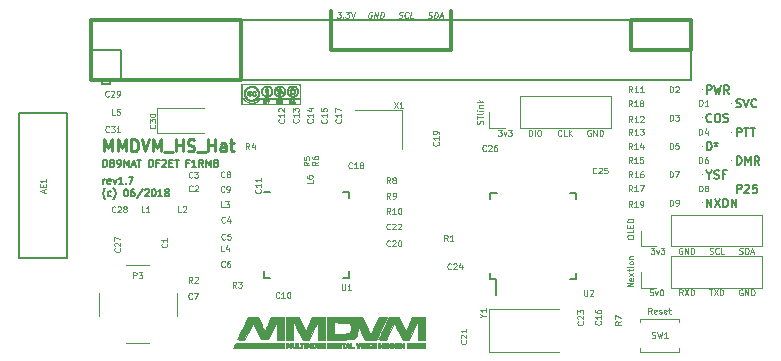
<source format=gto>
G04 #@! TF.GenerationSoftware,KiCad,Pcbnew,5.0.0-rc2-unknown-fc71fc6~65~ubuntu16.04.1*
G04 #@! TF.CreationDate,2018-06-08T12:28:42+02:00*
G04 #@! TF.ProjectId,mmdvm_hs-hat,6D6D64766D5F68732D6861742E6B6963,1.7*
G04 #@! TF.SameCoordinates,Original*
G04 #@! TF.FileFunction,Legend,Top*
G04 #@! TF.FilePolarity,Positive*
%FSLAX46Y46*%
G04 Gerber Fmt 4.6, Leading zero omitted, Abs format (unit mm)*
G04 Created by KiCad (PCBNEW 5.0.0-rc2-unknown-fc71fc6~65~ubuntu16.04.1) date Fri Jun  8 12:28:42 2018*
%MOMM*%
%LPD*%
G01*
G04 APERTURE LIST*
%ADD10C,0.300000*%
%ADD11C,0.150000*%
%ADD12C,0.125000*%
%ADD13C,0.175000*%
%ADD14C,0.250000*%
%ADD15C,0.120000*%
%ADD16C,0.100000*%
%ADD17C,0.127000*%
%ADD18C,0.000700*%
%ADD19C,0.002540*%
G04 APERTURE END LIST*
D10*
X213360000Y-106697567D02*
X213360000Y-109242861D01*
X208282540Y-106697780D02*
X213360000Y-106697780D01*
X162565080Y-111775240D02*
X162565080Y-106718100D01*
X175262542Y-111775240D02*
X162565080Y-111775240D01*
X162565080Y-106718100D02*
X175262552Y-106718100D01*
X208282540Y-109242860D02*
X213360000Y-109242860D01*
X208282540Y-106697780D02*
X208282540Y-109242860D01*
X175262540Y-106718100D02*
X175262540Y-111775240D01*
D11*
X163600457Y-120586928D02*
X163600457Y-120186928D01*
X163600457Y-120301214D02*
X163629028Y-120244071D01*
X163657600Y-120215500D01*
X163714742Y-120186928D01*
X163771885Y-120186928D01*
X164200457Y-120558357D02*
X164143314Y-120586928D01*
X164029028Y-120586928D01*
X163971885Y-120558357D01*
X163943314Y-120501214D01*
X163943314Y-120272642D01*
X163971885Y-120215500D01*
X164029028Y-120186928D01*
X164143314Y-120186928D01*
X164200457Y-120215500D01*
X164229028Y-120272642D01*
X164229028Y-120329785D01*
X163943314Y-120386928D01*
X164429028Y-120186928D02*
X164571885Y-120586928D01*
X164714742Y-120186928D01*
X165257600Y-120586928D02*
X164914742Y-120586928D01*
X165086171Y-120586928D02*
X165086171Y-119986928D01*
X165029028Y-120072642D01*
X164971885Y-120129785D01*
X164914742Y-120158357D01*
X165514742Y-120529785D02*
X165543314Y-120558357D01*
X165514742Y-120586928D01*
X165486171Y-120558357D01*
X165514742Y-120529785D01*
X165514742Y-120586928D01*
X165743314Y-119986928D02*
X166143314Y-119986928D01*
X165886171Y-120586928D01*
X163771885Y-121865500D02*
X163743314Y-121836928D01*
X163686171Y-121751214D01*
X163657600Y-121694071D01*
X163629028Y-121608357D01*
X163600457Y-121465500D01*
X163600457Y-121351214D01*
X163629028Y-121208357D01*
X163657600Y-121122642D01*
X163686171Y-121065500D01*
X163743314Y-120979785D01*
X163771885Y-120951214D01*
X164257600Y-121608357D02*
X164200457Y-121636928D01*
X164086171Y-121636928D01*
X164029028Y-121608357D01*
X164000457Y-121579785D01*
X163971885Y-121522642D01*
X163971885Y-121351214D01*
X164000457Y-121294071D01*
X164029028Y-121265500D01*
X164086171Y-121236928D01*
X164200457Y-121236928D01*
X164257600Y-121265500D01*
X164457600Y-121865500D02*
X164486171Y-121836928D01*
X164543314Y-121751214D01*
X164571885Y-121694071D01*
X164600457Y-121608357D01*
X164629028Y-121465500D01*
X164629028Y-121351214D01*
X164600457Y-121208357D01*
X164571885Y-121122642D01*
X164543314Y-121065500D01*
X164486171Y-120979785D01*
X164457600Y-120951214D01*
X165486171Y-121036928D02*
X165543314Y-121036928D01*
X165600457Y-121065500D01*
X165629028Y-121094071D01*
X165657600Y-121151214D01*
X165686171Y-121265500D01*
X165686171Y-121408357D01*
X165657600Y-121522642D01*
X165629028Y-121579785D01*
X165600457Y-121608357D01*
X165543314Y-121636928D01*
X165486171Y-121636928D01*
X165429028Y-121608357D01*
X165400457Y-121579785D01*
X165371885Y-121522642D01*
X165343314Y-121408357D01*
X165343314Y-121265500D01*
X165371885Y-121151214D01*
X165400457Y-121094071D01*
X165429028Y-121065500D01*
X165486171Y-121036928D01*
X166200457Y-121036928D02*
X166086171Y-121036928D01*
X166029028Y-121065500D01*
X166000457Y-121094071D01*
X165943314Y-121179785D01*
X165914742Y-121294071D01*
X165914742Y-121522642D01*
X165943314Y-121579785D01*
X165971885Y-121608357D01*
X166029028Y-121636928D01*
X166143314Y-121636928D01*
X166200457Y-121608357D01*
X166229028Y-121579785D01*
X166257600Y-121522642D01*
X166257600Y-121379785D01*
X166229028Y-121322642D01*
X166200457Y-121294071D01*
X166143314Y-121265500D01*
X166029028Y-121265500D01*
X165971885Y-121294071D01*
X165943314Y-121322642D01*
X165914742Y-121379785D01*
X166943314Y-121008357D02*
X166429028Y-121779785D01*
X167114742Y-121094071D02*
X167143314Y-121065500D01*
X167200457Y-121036928D01*
X167343314Y-121036928D01*
X167400457Y-121065500D01*
X167429028Y-121094071D01*
X167457600Y-121151214D01*
X167457600Y-121208357D01*
X167429028Y-121294071D01*
X167086171Y-121636928D01*
X167457600Y-121636928D01*
X167829028Y-121036928D02*
X167886171Y-121036928D01*
X167943314Y-121065500D01*
X167971885Y-121094071D01*
X168000457Y-121151214D01*
X168029028Y-121265500D01*
X168029028Y-121408357D01*
X168000457Y-121522642D01*
X167971885Y-121579785D01*
X167943314Y-121608357D01*
X167886171Y-121636928D01*
X167829028Y-121636928D01*
X167771885Y-121608357D01*
X167743314Y-121579785D01*
X167714742Y-121522642D01*
X167686171Y-121408357D01*
X167686171Y-121265500D01*
X167714742Y-121151214D01*
X167743314Y-121094071D01*
X167771885Y-121065500D01*
X167829028Y-121036928D01*
X168600457Y-121636928D02*
X168257600Y-121636928D01*
X168429028Y-121636928D02*
X168429028Y-121036928D01*
X168371885Y-121122642D01*
X168314742Y-121179785D01*
X168257600Y-121208357D01*
X168943314Y-121294071D02*
X168886171Y-121265500D01*
X168857600Y-121236928D01*
X168829028Y-121179785D01*
X168829028Y-121151214D01*
X168857600Y-121094071D01*
X168886171Y-121065500D01*
X168943314Y-121036928D01*
X169057600Y-121036928D01*
X169114742Y-121065500D01*
X169143314Y-121094071D01*
X169171885Y-121151214D01*
X169171885Y-121179785D01*
X169143314Y-121236928D01*
X169114742Y-121265500D01*
X169057600Y-121294071D01*
X168943314Y-121294071D01*
X168886171Y-121322642D01*
X168857600Y-121351214D01*
X168829028Y-121408357D01*
X168829028Y-121522642D01*
X168857600Y-121579785D01*
X168886171Y-121608357D01*
X168943314Y-121636928D01*
X169057600Y-121636928D01*
X169114742Y-121608357D01*
X169143314Y-121579785D01*
X169171885Y-121522642D01*
X169171885Y-121408357D01*
X169143314Y-121351214D01*
X169114742Y-121322642D01*
X169057600Y-121294071D01*
D10*
X193040000Y-109220000D02*
X193040000Y-105918000D01*
X182880000Y-109220000D02*
X193040000Y-109220000D01*
X182880000Y-105918000D02*
X182880000Y-109220000D01*
D12*
X191099078Y-106524240D02*
X191167530Y-106548050D01*
X191286578Y-106548050D01*
X191337173Y-106524240D01*
X191363959Y-106500431D01*
X191393721Y-106452812D01*
X191399673Y-106405193D01*
X191381816Y-106357574D01*
X191360983Y-106333764D01*
X191316340Y-106309955D01*
X191224078Y-106286145D01*
X191179435Y-106262336D01*
X191158602Y-106238526D01*
X191140744Y-106190907D01*
X191146697Y-106143288D01*
X191176459Y-106095669D01*
X191203244Y-106071860D01*
X191253840Y-106048050D01*
X191372887Y-106048050D01*
X191441340Y-106071860D01*
X191596102Y-106548050D02*
X191658602Y-106048050D01*
X191777649Y-106048050D01*
X191846102Y-106071860D01*
X191887768Y-106119479D01*
X191905625Y-106167098D01*
X191917530Y-106262336D01*
X191908602Y-106333764D01*
X191872887Y-106429002D01*
X191843125Y-106476621D01*
X191789554Y-106524240D01*
X191715149Y-106548050D01*
X191596102Y-106548050D01*
X192090149Y-106405193D02*
X192328244Y-106405193D01*
X192024673Y-106548050D02*
X192253840Y-106048050D01*
X192358006Y-106548050D01*
X188596383Y-106524240D02*
X188664835Y-106548050D01*
X188783883Y-106548050D01*
X188834478Y-106524240D01*
X188861263Y-106500431D01*
X188891025Y-106452812D01*
X188896978Y-106405193D01*
X188879121Y-106357574D01*
X188858287Y-106333764D01*
X188813644Y-106309955D01*
X188721383Y-106286145D01*
X188676740Y-106262336D01*
X188655906Y-106238526D01*
X188638049Y-106190907D01*
X188644002Y-106143288D01*
X188673763Y-106095669D01*
X188700549Y-106071860D01*
X188751144Y-106048050D01*
X188870192Y-106048050D01*
X188938644Y-106071860D01*
X189385073Y-106500431D02*
X189358287Y-106524240D01*
X189283883Y-106548050D01*
X189236263Y-106548050D01*
X189167811Y-106524240D01*
X189126144Y-106476621D01*
X189108287Y-106429002D01*
X189096383Y-106333764D01*
X189105311Y-106262336D01*
X189141025Y-106167098D01*
X189170787Y-106119479D01*
X189224359Y-106071860D01*
X189298763Y-106048050D01*
X189346383Y-106048050D01*
X189414835Y-106071860D01*
X189435668Y-106095669D01*
X189831502Y-106548050D02*
X189593406Y-106548050D01*
X189655906Y-106048050D01*
X186329756Y-106071860D02*
X186285113Y-106048050D01*
X186213684Y-106048050D01*
X186139280Y-106071860D01*
X186085708Y-106119479D01*
X186055946Y-106167098D01*
X186020232Y-106262336D01*
X186011303Y-106333764D01*
X186023208Y-106429002D01*
X186041065Y-106476621D01*
X186082732Y-106524240D01*
X186151184Y-106548050D01*
X186198803Y-106548050D01*
X186273208Y-106524240D01*
X186299994Y-106500431D01*
X186320827Y-106333764D01*
X186225589Y-106333764D01*
X186508327Y-106548050D02*
X186570827Y-106048050D01*
X186794042Y-106548050D01*
X186856542Y-106048050D01*
X187032137Y-106548050D02*
X187094637Y-106048050D01*
X187213684Y-106048050D01*
X187282137Y-106071860D01*
X187323803Y-106119479D01*
X187341661Y-106167098D01*
X187353565Y-106262336D01*
X187344637Y-106333764D01*
X187308923Y-106429002D01*
X187279161Y-106476621D01*
X187225589Y-106524240D01*
X187151184Y-106548050D01*
X187032137Y-106548050D01*
X183425429Y-106048050D02*
X183734953Y-106048050D01*
X183544477Y-106238526D01*
X183615905Y-106238526D01*
X183660548Y-106262336D01*
X183681382Y-106286145D01*
X183699239Y-106333764D01*
X183684358Y-106452812D01*
X183654596Y-106500431D01*
X183627810Y-106524240D01*
X183577215Y-106548050D01*
X183434358Y-106548050D01*
X183389715Y-106524240D01*
X183368882Y-106500431D01*
X183892691Y-106500431D02*
X183913524Y-106524240D01*
X183886739Y-106548050D01*
X183865905Y-106524240D01*
X183892691Y-106500431D01*
X183886739Y-106548050D01*
X184139715Y-106048050D02*
X184449239Y-106048050D01*
X184258763Y-106238526D01*
X184330191Y-106238526D01*
X184374834Y-106262336D01*
X184395667Y-106286145D01*
X184413524Y-106333764D01*
X184398643Y-106452812D01*
X184368882Y-106500431D01*
X184342096Y-106524240D01*
X184291501Y-106548050D01*
X184148643Y-106548050D01*
X184104001Y-106524240D01*
X184083167Y-106500431D01*
X184592096Y-106048050D02*
X184696263Y-106548050D01*
X184925429Y-106048050D01*
D13*
X214683020Y-122559246D02*
X214683020Y-121859246D01*
X215083020Y-122559246D01*
X215083020Y-121859246D01*
X215349686Y-121859246D02*
X215816353Y-122559246D01*
X215816353Y-121859246D02*
X215349686Y-122559246D01*
X216083020Y-122559246D02*
X216083020Y-121859246D01*
X216249686Y-121859246D01*
X216349686Y-121892580D01*
X216416353Y-121959246D01*
X216449686Y-122025913D01*
X216483020Y-122159246D01*
X216483020Y-122259246D01*
X216449686Y-122392580D01*
X216416353Y-122459246D01*
X216349686Y-122525913D01*
X216249686Y-122559246D01*
X216083020Y-122559246D01*
X216783020Y-122559246D02*
X216783020Y-121859246D01*
X217183020Y-122559246D01*
X217183020Y-121859246D01*
D12*
X197011681Y-116022630D02*
X197321205Y-116022630D01*
X197154539Y-116213106D01*
X197225967Y-116213106D01*
X197273586Y-116236916D01*
X197297396Y-116260725D01*
X197321205Y-116308344D01*
X197321205Y-116427392D01*
X197297396Y-116475011D01*
X197273586Y-116498820D01*
X197225967Y-116522630D01*
X197083110Y-116522630D01*
X197035491Y-116498820D01*
X197011681Y-116475011D01*
X197487872Y-116189297D02*
X197606920Y-116522630D01*
X197725967Y-116189297D01*
X197868824Y-116022630D02*
X198178348Y-116022630D01*
X198011681Y-116213106D01*
X198083110Y-116213106D01*
X198130729Y-116236916D01*
X198154539Y-116260725D01*
X198178348Y-116308344D01*
X198178348Y-116427392D01*
X198154539Y-116475011D01*
X198130729Y-116498820D01*
X198083110Y-116522630D01*
X197940253Y-116522630D01*
X197892634Y-116498820D01*
X197868824Y-116475011D01*
X199635015Y-116532790D02*
X199635015Y-116032790D01*
X199754062Y-116032790D01*
X199825491Y-116056600D01*
X199873110Y-116104219D01*
X199896920Y-116151838D01*
X199920729Y-116247076D01*
X199920729Y-116318504D01*
X199896920Y-116413742D01*
X199873110Y-116461361D01*
X199825491Y-116508980D01*
X199754062Y-116532790D01*
X199635015Y-116532790D01*
X200135015Y-116532790D02*
X200135015Y-116032790D01*
X200468348Y-116032790D02*
X200563586Y-116032790D01*
X200611205Y-116056600D01*
X200658824Y-116104219D01*
X200682634Y-116199457D01*
X200682634Y-116366123D01*
X200658824Y-116461361D01*
X200611205Y-116508980D01*
X200563586Y-116532790D01*
X200468348Y-116532790D01*
X200420729Y-116508980D01*
X200373110Y-116461361D01*
X200349300Y-116366123D01*
X200349300Y-116199457D01*
X200373110Y-116104219D01*
X200420729Y-116056600D01*
X200468348Y-116032790D01*
X202368980Y-116485171D02*
X202345171Y-116508980D01*
X202273742Y-116532790D01*
X202226123Y-116532790D01*
X202154695Y-116508980D01*
X202107076Y-116461361D01*
X202083266Y-116413742D01*
X202059457Y-116318504D01*
X202059457Y-116247076D01*
X202083266Y-116151838D01*
X202107076Y-116104219D01*
X202154695Y-116056600D01*
X202226123Y-116032790D01*
X202273742Y-116032790D01*
X202345171Y-116056600D01*
X202368980Y-116080409D01*
X202821361Y-116532790D02*
X202583266Y-116532790D01*
X202583266Y-116032790D01*
X202988028Y-116532790D02*
X202988028Y-116032790D01*
X203273742Y-116532790D02*
X203059457Y-116247076D01*
X203273742Y-116032790D02*
X202988028Y-116318504D01*
X204845967Y-116046440D02*
X204798348Y-116022630D01*
X204726920Y-116022630D01*
X204655491Y-116046440D01*
X204607872Y-116094059D01*
X204584062Y-116141678D01*
X204560253Y-116236916D01*
X204560253Y-116308344D01*
X204584062Y-116403582D01*
X204607872Y-116451201D01*
X204655491Y-116498820D01*
X204726920Y-116522630D01*
X204774539Y-116522630D01*
X204845967Y-116498820D01*
X204869777Y-116475011D01*
X204869777Y-116308344D01*
X204774539Y-116308344D01*
X205084062Y-116522630D02*
X205084062Y-116022630D01*
X205369777Y-116522630D01*
X205369777Y-116022630D01*
X205607872Y-116522630D02*
X205607872Y-116022630D01*
X205726920Y-116022630D01*
X205798348Y-116046440D01*
X205845967Y-116094059D01*
X205869777Y-116141678D01*
X205893586Y-116236916D01*
X205893586Y-116308344D01*
X205869777Y-116403582D01*
X205845967Y-116451201D01*
X205798348Y-116498820D01*
X205726920Y-116522630D01*
X205607872Y-116522630D01*
X195701100Y-115525264D02*
X195724910Y-115453836D01*
X195724910Y-115334788D01*
X195701100Y-115287169D01*
X195677291Y-115263360D01*
X195629672Y-115239550D01*
X195582053Y-115239550D01*
X195534434Y-115263360D01*
X195510624Y-115287169D01*
X195486815Y-115334788D01*
X195463005Y-115430026D01*
X195439196Y-115477645D01*
X195415386Y-115501455D01*
X195367767Y-115525264D01*
X195320148Y-115525264D01*
X195272529Y-115501455D01*
X195248720Y-115477645D01*
X195224910Y-115430026D01*
X195224910Y-115310979D01*
X195248720Y-115239550D01*
X195224910Y-115096693D02*
X195224910Y-114810979D01*
X195724910Y-114953836D02*
X195224910Y-114953836D01*
X195724910Y-114572883D02*
X195701100Y-114620502D01*
X195653481Y-114644312D01*
X195224910Y-114644312D01*
X195724910Y-114382407D02*
X195391577Y-114382407D01*
X195224910Y-114382407D02*
X195248720Y-114406217D01*
X195272529Y-114382407D01*
X195248720Y-114358598D01*
X195224910Y-114382407D01*
X195272529Y-114382407D01*
X195391577Y-114144312D02*
X195724910Y-114144312D01*
X195439196Y-114144312D02*
X195415386Y-114120502D01*
X195391577Y-114072883D01*
X195391577Y-114001455D01*
X195415386Y-113953836D01*
X195463005Y-113930026D01*
X195724910Y-113930026D01*
X195724910Y-113691931D02*
X195224910Y-113691931D01*
X195534434Y-113644312D02*
X195724910Y-113501455D01*
X195391577Y-113501455D02*
X195582053Y-113691931D01*
X207976190Y-125126190D02*
X207976190Y-125030952D01*
X208000000Y-124983333D01*
X208047619Y-124935714D01*
X208142857Y-124911904D01*
X208309523Y-124911904D01*
X208404761Y-124935714D01*
X208452380Y-124983333D01*
X208476190Y-125030952D01*
X208476190Y-125126190D01*
X208452380Y-125173809D01*
X208404761Y-125221428D01*
X208309523Y-125245238D01*
X208142857Y-125245238D01*
X208047619Y-125221428D01*
X208000000Y-125173809D01*
X207976190Y-125126190D01*
X208476190Y-124459523D02*
X208476190Y-124697619D01*
X207976190Y-124697619D01*
X208214285Y-124292857D02*
X208214285Y-124126190D01*
X208476190Y-124054761D02*
X208476190Y-124292857D01*
X207976190Y-124292857D01*
X207976190Y-124054761D01*
X208476190Y-123840476D02*
X207976190Y-123840476D01*
X207976190Y-123721428D01*
X208000000Y-123650000D01*
X208047619Y-123602380D01*
X208095238Y-123578571D01*
X208190476Y-123554761D01*
X208261904Y-123554761D01*
X208357142Y-123578571D01*
X208404761Y-123602380D01*
X208452380Y-123650000D01*
X208476190Y-123721428D01*
X208476190Y-123840476D01*
X217451857Y-126487940D02*
X217523285Y-126511750D01*
X217642333Y-126511750D01*
X217689952Y-126487940D01*
X217713761Y-126464131D01*
X217737571Y-126416512D01*
X217737571Y-126368893D01*
X217713761Y-126321274D01*
X217689952Y-126297464D01*
X217642333Y-126273655D01*
X217547095Y-126249845D01*
X217499476Y-126226036D01*
X217475666Y-126202226D01*
X217451857Y-126154607D01*
X217451857Y-126106988D01*
X217475666Y-126059369D01*
X217499476Y-126035560D01*
X217547095Y-126011750D01*
X217666142Y-126011750D01*
X217737571Y-126035560D01*
X217951857Y-126511750D02*
X217951857Y-126011750D01*
X218070904Y-126011750D01*
X218142333Y-126035560D01*
X218189952Y-126083179D01*
X218213761Y-126130798D01*
X218237571Y-126226036D01*
X218237571Y-126297464D01*
X218213761Y-126392702D01*
X218189952Y-126440321D01*
X218142333Y-126487940D01*
X218070904Y-126511750D01*
X217951857Y-126511750D01*
X218428047Y-126368893D02*
X218666142Y-126368893D01*
X218380428Y-126511750D02*
X218547095Y-126011750D01*
X218713761Y-126511750D01*
X214923761Y-126487940D02*
X214995190Y-126511750D01*
X215114238Y-126511750D01*
X215161857Y-126487940D01*
X215185666Y-126464131D01*
X215209476Y-126416512D01*
X215209476Y-126368893D01*
X215185666Y-126321274D01*
X215161857Y-126297464D01*
X215114238Y-126273655D01*
X215019000Y-126249845D01*
X214971380Y-126226036D01*
X214947571Y-126202226D01*
X214923761Y-126154607D01*
X214923761Y-126106988D01*
X214947571Y-126059369D01*
X214971380Y-126035560D01*
X215019000Y-126011750D01*
X215138047Y-126011750D01*
X215209476Y-126035560D01*
X215709476Y-126464131D02*
X215685666Y-126487940D01*
X215614238Y-126511750D01*
X215566619Y-126511750D01*
X215495190Y-126487940D01*
X215447571Y-126440321D01*
X215423761Y-126392702D01*
X215399952Y-126297464D01*
X215399952Y-126226036D01*
X215423761Y-126130798D01*
X215447571Y-126083179D01*
X215495190Y-126035560D01*
X215566619Y-126011750D01*
X215614238Y-126011750D01*
X215685666Y-126035560D01*
X215709476Y-126059369D01*
X216161857Y-126511750D02*
X215923761Y-126511750D01*
X215923761Y-126011750D01*
X212598047Y-126035560D02*
X212550428Y-126011750D01*
X212479000Y-126011750D01*
X212407571Y-126035560D01*
X212359952Y-126083179D01*
X212336142Y-126130798D01*
X212312333Y-126226036D01*
X212312333Y-126297464D01*
X212336142Y-126392702D01*
X212359952Y-126440321D01*
X212407571Y-126487940D01*
X212479000Y-126511750D01*
X212526619Y-126511750D01*
X212598047Y-126487940D01*
X212621857Y-126464131D01*
X212621857Y-126297464D01*
X212526619Y-126297464D01*
X212836142Y-126511750D02*
X212836142Y-126011750D01*
X213121857Y-126511750D01*
X213121857Y-126011750D01*
X213359952Y-126511750D02*
X213359952Y-126011750D01*
X213479000Y-126011750D01*
X213550428Y-126035560D01*
X213598047Y-126083179D01*
X213621857Y-126130798D01*
X213645666Y-126226036D01*
X213645666Y-126297464D01*
X213621857Y-126392702D01*
X213598047Y-126440321D01*
X213550428Y-126487940D01*
X213479000Y-126511750D01*
X213359952Y-126511750D01*
X209930161Y-126011750D02*
X210239685Y-126011750D01*
X210073019Y-126202226D01*
X210144447Y-126202226D01*
X210192066Y-126226036D01*
X210215876Y-126249845D01*
X210239685Y-126297464D01*
X210239685Y-126416512D01*
X210215876Y-126464131D01*
X210192066Y-126487940D01*
X210144447Y-126511750D01*
X210001590Y-126511750D01*
X209953971Y-126487940D01*
X209930161Y-126464131D01*
X210406352Y-126178417D02*
X210525400Y-126511750D01*
X210644447Y-126178417D01*
X210787304Y-126011750D02*
X211096828Y-126011750D01*
X210930161Y-126202226D01*
X211001590Y-126202226D01*
X211049209Y-126226036D01*
X211073019Y-126249845D01*
X211096828Y-126297464D01*
X211096828Y-126416512D01*
X211073019Y-126464131D01*
X211049209Y-126487940D01*
X211001590Y-126511750D01*
X210858733Y-126511750D01*
X210811114Y-126487940D01*
X210787304Y-126464131D01*
X217694047Y-129538100D02*
X217646428Y-129514290D01*
X217575000Y-129514290D01*
X217503571Y-129538100D01*
X217455952Y-129585719D01*
X217432142Y-129633338D01*
X217408333Y-129728576D01*
X217408333Y-129800004D01*
X217432142Y-129895242D01*
X217455952Y-129942861D01*
X217503571Y-129990480D01*
X217575000Y-130014290D01*
X217622619Y-130014290D01*
X217694047Y-129990480D01*
X217717857Y-129966671D01*
X217717857Y-129800004D01*
X217622619Y-129800004D01*
X217932142Y-130014290D02*
X217932142Y-129514290D01*
X218217857Y-130014290D01*
X218217857Y-129514290D01*
X218455952Y-130014290D02*
X218455952Y-129514290D01*
X218575000Y-129514290D01*
X218646428Y-129538100D01*
X218694047Y-129585719D01*
X218717857Y-129633338D01*
X218741666Y-129728576D01*
X218741666Y-129800004D01*
X218717857Y-129895242D01*
X218694047Y-129942861D01*
X218646428Y-129990480D01*
X218575000Y-130014290D01*
X218455952Y-130014290D01*
X214869047Y-129514290D02*
X215154761Y-129514290D01*
X215011904Y-130014290D02*
X215011904Y-129514290D01*
X215273809Y-129514290D02*
X215607142Y-130014290D01*
X215607142Y-129514290D02*
X215273809Y-130014290D01*
X215797619Y-130014290D02*
X215797619Y-129514290D01*
X215916666Y-129514290D01*
X215988095Y-129538100D01*
X216035714Y-129585719D01*
X216059523Y-129633338D01*
X216083333Y-129728576D01*
X216083333Y-129800004D01*
X216059523Y-129895242D01*
X216035714Y-129942861D01*
X215988095Y-129990480D01*
X215916666Y-130014290D01*
X215797619Y-130014290D01*
X212641666Y-130014290D02*
X212475000Y-129776195D01*
X212355952Y-130014290D02*
X212355952Y-129514290D01*
X212546428Y-129514290D01*
X212594047Y-129538100D01*
X212617857Y-129561909D01*
X212641666Y-129609528D01*
X212641666Y-129680957D01*
X212617857Y-129728576D01*
X212594047Y-129752385D01*
X212546428Y-129776195D01*
X212355952Y-129776195D01*
X212808333Y-129514290D02*
X213141666Y-130014290D01*
X213141666Y-129514290D02*
X212808333Y-130014290D01*
X213332142Y-130014290D02*
X213332142Y-129514290D01*
X213451190Y-129514290D01*
X213522619Y-129538100D01*
X213570238Y-129585719D01*
X213594047Y-129633338D01*
X213617857Y-129728576D01*
X213617857Y-129800004D01*
X213594047Y-129895242D01*
X213570238Y-129942861D01*
X213522619Y-129990480D01*
X213451190Y-130014290D01*
X213332142Y-130014290D01*
X210115476Y-129514290D02*
X209877380Y-129514290D01*
X209853571Y-129752385D01*
X209877380Y-129728576D01*
X209925000Y-129704766D01*
X210044047Y-129704766D01*
X210091666Y-129728576D01*
X210115476Y-129752385D01*
X210139285Y-129800004D01*
X210139285Y-129919052D01*
X210115476Y-129966671D01*
X210091666Y-129990480D01*
X210044047Y-130014290D01*
X209925000Y-130014290D01*
X209877380Y-129990480D01*
X209853571Y-129966671D01*
X210305952Y-129680957D02*
X210425000Y-130014290D01*
X210544047Y-129680957D01*
X210829761Y-129514290D02*
X210877380Y-129514290D01*
X210925000Y-129538100D01*
X210948809Y-129561909D01*
X210972619Y-129609528D01*
X210996428Y-129704766D01*
X210996428Y-129823814D01*
X210972619Y-129919052D01*
X210948809Y-129966671D01*
X210925000Y-129990480D01*
X210877380Y-130014290D01*
X210829761Y-130014290D01*
X210782142Y-129990480D01*
X210758333Y-129966671D01*
X210734523Y-129919052D01*
X210710714Y-129823814D01*
X210710714Y-129704766D01*
X210734523Y-129609528D01*
X210758333Y-129561909D01*
X210782142Y-129538100D01*
X210829761Y-129514290D01*
D13*
X217196300Y-114072793D02*
X217296300Y-114106126D01*
X217462966Y-114106126D01*
X217529633Y-114072793D01*
X217562966Y-114039460D01*
X217596300Y-113972793D01*
X217596300Y-113906126D01*
X217562966Y-113839460D01*
X217529633Y-113806126D01*
X217462966Y-113772793D01*
X217329633Y-113739460D01*
X217262966Y-113706126D01*
X217229633Y-113672793D01*
X217196300Y-113606126D01*
X217196300Y-113539460D01*
X217229633Y-113472793D01*
X217262966Y-113439460D01*
X217329633Y-113406126D01*
X217496300Y-113406126D01*
X217596300Y-113439460D01*
X217796300Y-113406126D02*
X218029633Y-114106126D01*
X218262966Y-113406126D01*
X218896300Y-114039460D02*
X218862966Y-114072793D01*
X218762966Y-114106126D01*
X218696300Y-114106126D01*
X218596300Y-114072793D01*
X218529633Y-114006126D01*
X218496300Y-113939460D01*
X218462966Y-113806126D01*
X218462966Y-113706126D01*
X218496300Y-113572793D01*
X218529633Y-113506126D01*
X218596300Y-113439460D01*
X218696300Y-113406126D01*
X218762966Y-113406126D01*
X218862966Y-113439460D01*
X218896300Y-113472793D01*
D11*
X163600457Y-119133268D02*
X163600457Y-118533268D01*
X163743314Y-118533268D01*
X163829028Y-118561840D01*
X163886171Y-118618982D01*
X163914742Y-118676125D01*
X163943314Y-118790411D01*
X163943314Y-118876125D01*
X163914742Y-118990411D01*
X163886171Y-119047554D01*
X163829028Y-119104697D01*
X163743314Y-119133268D01*
X163600457Y-119133268D01*
X164400457Y-118818982D02*
X164486171Y-118847554D01*
X164514742Y-118876125D01*
X164543314Y-118933268D01*
X164543314Y-119018982D01*
X164514742Y-119076125D01*
X164486171Y-119104697D01*
X164429028Y-119133268D01*
X164200457Y-119133268D01*
X164200457Y-118533268D01*
X164400457Y-118533268D01*
X164457600Y-118561840D01*
X164486171Y-118590411D01*
X164514742Y-118647554D01*
X164514742Y-118704697D01*
X164486171Y-118761840D01*
X164457600Y-118790411D01*
X164400457Y-118818982D01*
X164200457Y-118818982D01*
X164829028Y-119133268D02*
X164943314Y-119133268D01*
X165000457Y-119104697D01*
X165029028Y-119076125D01*
X165086171Y-118990411D01*
X165114742Y-118876125D01*
X165114742Y-118647554D01*
X165086171Y-118590411D01*
X165057600Y-118561840D01*
X165000457Y-118533268D01*
X164886171Y-118533268D01*
X164829028Y-118561840D01*
X164800457Y-118590411D01*
X164771885Y-118647554D01*
X164771885Y-118790411D01*
X164800457Y-118847554D01*
X164829028Y-118876125D01*
X164886171Y-118904697D01*
X165000457Y-118904697D01*
X165057600Y-118876125D01*
X165086171Y-118847554D01*
X165114742Y-118790411D01*
X165371885Y-119133268D02*
X165371885Y-118533268D01*
X165571885Y-118961840D01*
X165771885Y-118533268D01*
X165771885Y-119133268D01*
X166029028Y-118961840D02*
X166314742Y-118961840D01*
X165971885Y-119133268D02*
X166171885Y-118533268D01*
X166371885Y-119133268D01*
X166486171Y-118533268D02*
X166829028Y-118533268D01*
X166657600Y-119133268D02*
X166657600Y-118533268D01*
X167486171Y-119133268D02*
X167486171Y-118533268D01*
X167629028Y-118533268D01*
X167714742Y-118561840D01*
X167771885Y-118618982D01*
X167800457Y-118676125D01*
X167829028Y-118790411D01*
X167829028Y-118876125D01*
X167800457Y-118990411D01*
X167771885Y-119047554D01*
X167714742Y-119104697D01*
X167629028Y-119133268D01*
X167486171Y-119133268D01*
X168286171Y-118818982D02*
X168086171Y-118818982D01*
X168086171Y-119133268D02*
X168086171Y-118533268D01*
X168371885Y-118533268D01*
X168571885Y-118590411D02*
X168600457Y-118561840D01*
X168657600Y-118533268D01*
X168800457Y-118533268D01*
X168857600Y-118561840D01*
X168886171Y-118590411D01*
X168914742Y-118647554D01*
X168914742Y-118704697D01*
X168886171Y-118790411D01*
X168543314Y-119133268D01*
X168914742Y-119133268D01*
X169171885Y-118818982D02*
X169371885Y-118818982D01*
X169457600Y-119133268D02*
X169171885Y-119133268D01*
X169171885Y-118533268D01*
X169457600Y-118533268D01*
X169629028Y-118533268D02*
X169971885Y-118533268D01*
X169800457Y-119133268D02*
X169800457Y-118533268D01*
X170829028Y-118818982D02*
X170629028Y-118818982D01*
X170629028Y-119133268D02*
X170629028Y-118533268D01*
X170914742Y-118533268D01*
X171457600Y-119133268D02*
X171114742Y-119133268D01*
X171286171Y-119133268D02*
X171286171Y-118533268D01*
X171229028Y-118618982D01*
X171171885Y-118676125D01*
X171114742Y-118704697D01*
X172057600Y-119133268D02*
X171857600Y-118847554D01*
X171714742Y-119133268D02*
X171714742Y-118533268D01*
X171943314Y-118533268D01*
X172000457Y-118561840D01*
X172029028Y-118590411D01*
X172057600Y-118647554D01*
X172057600Y-118733268D01*
X172029028Y-118790411D01*
X172000457Y-118818982D01*
X171943314Y-118847554D01*
X171714742Y-118847554D01*
X172314742Y-119133268D02*
X172314742Y-118533268D01*
X172514742Y-118961840D01*
X172714742Y-118533268D01*
X172714742Y-119133268D01*
X173200457Y-118818982D02*
X173286171Y-118847554D01*
X173314742Y-118876125D01*
X173343314Y-118933268D01*
X173343314Y-119018982D01*
X173314742Y-119076125D01*
X173286171Y-119104697D01*
X173229028Y-119133268D01*
X173000457Y-119133268D01*
X173000457Y-118533268D01*
X173200457Y-118533268D01*
X173257600Y-118561840D01*
X173286171Y-118590411D01*
X173314742Y-118647554D01*
X173314742Y-118704697D01*
X173286171Y-118761840D01*
X173257600Y-118790411D01*
X173200457Y-118818982D01*
X173000457Y-118818982D01*
D14*
X163687035Y-117830860D02*
X163687035Y-116830860D01*
X164020368Y-117545146D01*
X164353701Y-116830860D01*
X164353701Y-117830860D01*
X164829892Y-117830860D02*
X164829892Y-116830860D01*
X165163225Y-117545146D01*
X165496559Y-116830860D01*
X165496559Y-117830860D01*
X165972749Y-117830860D02*
X165972749Y-116830860D01*
X166210844Y-116830860D01*
X166353701Y-116878480D01*
X166448940Y-116973718D01*
X166496559Y-117068956D01*
X166544178Y-117259432D01*
X166544178Y-117402289D01*
X166496559Y-117592765D01*
X166448940Y-117688003D01*
X166353701Y-117783241D01*
X166210844Y-117830860D01*
X165972749Y-117830860D01*
X166829892Y-116830860D02*
X167163225Y-117830860D01*
X167496559Y-116830860D01*
X167829892Y-117830860D02*
X167829892Y-116830860D01*
X168163225Y-117545146D01*
X168496559Y-116830860D01*
X168496559Y-117830860D01*
X168734654Y-117926099D02*
X169496559Y-117926099D01*
X169734654Y-117830860D02*
X169734654Y-116830860D01*
X169734654Y-117307051D02*
X170306082Y-117307051D01*
X170306082Y-117830860D02*
X170306082Y-116830860D01*
X170734654Y-117783241D02*
X170877511Y-117830860D01*
X171115606Y-117830860D01*
X171210844Y-117783241D01*
X171258463Y-117735622D01*
X171306082Y-117640384D01*
X171306082Y-117545146D01*
X171258463Y-117449908D01*
X171210844Y-117402289D01*
X171115606Y-117354670D01*
X170925130Y-117307051D01*
X170829892Y-117259432D01*
X170782273Y-117211813D01*
X170734654Y-117116575D01*
X170734654Y-117021337D01*
X170782273Y-116926099D01*
X170829892Y-116878480D01*
X170925130Y-116830860D01*
X171163225Y-116830860D01*
X171306082Y-116878480D01*
X171496559Y-117926099D02*
X172258463Y-117926099D01*
X172496559Y-117830860D02*
X172496559Y-116830860D01*
X172496559Y-117307051D02*
X173067987Y-117307051D01*
X173067987Y-117830860D02*
X173067987Y-116830860D01*
X173972749Y-117830860D02*
X173972749Y-117307051D01*
X173925130Y-117211813D01*
X173829892Y-117164194D01*
X173639416Y-117164194D01*
X173544178Y-117211813D01*
X173972749Y-117783241D02*
X173877511Y-117830860D01*
X173639416Y-117830860D01*
X173544178Y-117783241D01*
X173496559Y-117688003D01*
X173496559Y-117592765D01*
X173544178Y-117497527D01*
X173639416Y-117449908D01*
X173877511Y-117449908D01*
X173972749Y-117402289D01*
X174306082Y-117164194D02*
X174687035Y-117164194D01*
X174448940Y-116830860D02*
X174448940Y-117688003D01*
X174496559Y-117783241D01*
X174591797Y-117830860D01*
X174687035Y-117830860D01*
D12*
X210030952Y-131576190D02*
X209864285Y-131338095D01*
X209745238Y-131576190D02*
X209745238Y-131076190D01*
X209935714Y-131076190D01*
X209983333Y-131100000D01*
X210007142Y-131123809D01*
X210030952Y-131171428D01*
X210030952Y-131242857D01*
X210007142Y-131290476D01*
X209983333Y-131314285D01*
X209935714Y-131338095D01*
X209745238Y-131338095D01*
X210435714Y-131552380D02*
X210388095Y-131576190D01*
X210292857Y-131576190D01*
X210245238Y-131552380D01*
X210221428Y-131504761D01*
X210221428Y-131314285D01*
X210245238Y-131266666D01*
X210292857Y-131242857D01*
X210388095Y-131242857D01*
X210435714Y-131266666D01*
X210459523Y-131314285D01*
X210459523Y-131361904D01*
X210221428Y-131409523D01*
X210650000Y-131552380D02*
X210697619Y-131576190D01*
X210792857Y-131576190D01*
X210840476Y-131552380D01*
X210864285Y-131504761D01*
X210864285Y-131480952D01*
X210840476Y-131433333D01*
X210792857Y-131409523D01*
X210721428Y-131409523D01*
X210673809Y-131385714D01*
X210650000Y-131338095D01*
X210650000Y-131314285D01*
X210673809Y-131266666D01*
X210721428Y-131242857D01*
X210792857Y-131242857D01*
X210840476Y-131266666D01*
X211269047Y-131552380D02*
X211221428Y-131576190D01*
X211126190Y-131576190D01*
X211078571Y-131552380D01*
X211054761Y-131504761D01*
X211054761Y-131314285D01*
X211078571Y-131266666D01*
X211126190Y-131242857D01*
X211221428Y-131242857D01*
X211269047Y-131266666D01*
X211292857Y-131314285D01*
X211292857Y-131361904D01*
X211054761Y-131409523D01*
X211435714Y-131242857D02*
X211626190Y-131242857D01*
X211507142Y-131076190D02*
X211507142Y-131504761D01*
X211530952Y-131552380D01*
X211578571Y-131576190D01*
X211626190Y-131576190D01*
X208476190Y-129273809D02*
X207976190Y-129273809D01*
X208476190Y-128988095D01*
X207976190Y-128988095D01*
X208452380Y-128559523D02*
X208476190Y-128607142D01*
X208476190Y-128702380D01*
X208452380Y-128750000D01*
X208404761Y-128773809D01*
X208214285Y-128773809D01*
X208166666Y-128750000D01*
X208142857Y-128702380D01*
X208142857Y-128607142D01*
X208166666Y-128559523D01*
X208214285Y-128535714D01*
X208261904Y-128535714D01*
X208309523Y-128773809D01*
X208476190Y-128369047D02*
X208142857Y-128107142D01*
X208142857Y-128369047D02*
X208476190Y-128107142D01*
X208142857Y-127988095D02*
X208142857Y-127797619D01*
X207976190Y-127916666D02*
X208404761Y-127916666D01*
X208452380Y-127892857D01*
X208476190Y-127845238D01*
X208476190Y-127797619D01*
X208476190Y-127630952D02*
X208142857Y-127630952D01*
X207976190Y-127630952D02*
X208000000Y-127654761D01*
X208023809Y-127630952D01*
X208000000Y-127607142D01*
X207976190Y-127630952D01*
X208023809Y-127630952D01*
X208476190Y-127321428D02*
X208452380Y-127369047D01*
X208428571Y-127392857D01*
X208380952Y-127416666D01*
X208238095Y-127416666D01*
X208190476Y-127392857D01*
X208166666Y-127369047D01*
X208142857Y-127321428D01*
X208142857Y-127250000D01*
X208166666Y-127202380D01*
X208190476Y-127178571D01*
X208238095Y-127154761D01*
X208380952Y-127154761D01*
X208428571Y-127178571D01*
X208452380Y-127202380D01*
X208476190Y-127250000D01*
X208476190Y-127321428D01*
X208142857Y-126940476D02*
X208476190Y-126940476D01*
X208190476Y-126940476D02*
X208166666Y-126916666D01*
X208142857Y-126869047D01*
X208142857Y-126797619D01*
X208166666Y-126750000D01*
X208214285Y-126726190D01*
X208476190Y-126726190D01*
D13*
X214895826Y-119817993D02*
X214895826Y-120151326D01*
X214662493Y-119451326D02*
X214895826Y-119817993D01*
X215129160Y-119451326D01*
X215329160Y-120117993D02*
X215429160Y-120151326D01*
X215595826Y-120151326D01*
X215662493Y-120117993D01*
X215695826Y-120084660D01*
X215729160Y-120017993D01*
X215729160Y-119951326D01*
X215695826Y-119884660D01*
X215662493Y-119851326D01*
X215595826Y-119817993D01*
X215462493Y-119784660D01*
X215395826Y-119751326D01*
X215362493Y-119717993D01*
X215329160Y-119651326D01*
X215329160Y-119584660D01*
X215362493Y-119517993D01*
X215395826Y-119484660D01*
X215462493Y-119451326D01*
X215629160Y-119451326D01*
X215729160Y-119484660D01*
X216262493Y-119784660D02*
X216029160Y-119784660D01*
X216029160Y-120151326D02*
X216029160Y-119451326D01*
X216362493Y-119451326D01*
X217230573Y-121360366D02*
X217230573Y-120660366D01*
X217497239Y-120660366D01*
X217563906Y-120693700D01*
X217597239Y-120727033D01*
X217630573Y-120793700D01*
X217630573Y-120893700D01*
X217597239Y-120960366D01*
X217563906Y-120993700D01*
X217497239Y-121027033D01*
X217230573Y-121027033D01*
X217897239Y-120727033D02*
X217930573Y-120693700D01*
X217997239Y-120660366D01*
X218163906Y-120660366D01*
X218230573Y-120693700D01*
X218263906Y-120727033D01*
X218297239Y-120793700D01*
X218297239Y-120860366D01*
X218263906Y-120960366D01*
X217863906Y-121360366D01*
X218297239Y-121360366D01*
X218930573Y-120660366D02*
X218597239Y-120660366D01*
X218563906Y-120993700D01*
X218597239Y-120960366D01*
X218663906Y-120927033D01*
X218830573Y-120927033D01*
X218897239Y-120960366D01*
X218930573Y-120993700D01*
X218963906Y-121060366D01*
X218963906Y-121227033D01*
X218930573Y-121293700D01*
X218897239Y-121327033D01*
X218830573Y-121360366D01*
X218663906Y-121360366D01*
X218597239Y-121327033D01*
X218563906Y-121293700D01*
X217234886Y-118952446D02*
X217234886Y-118252446D01*
X217401553Y-118252446D01*
X217501553Y-118285780D01*
X217568220Y-118352446D01*
X217601553Y-118419113D01*
X217634886Y-118552446D01*
X217634886Y-118652446D01*
X217601553Y-118785780D01*
X217568220Y-118852446D01*
X217501553Y-118919113D01*
X217401553Y-118952446D01*
X217234886Y-118952446D01*
X217934886Y-118952446D02*
X217934886Y-118252446D01*
X218168220Y-118752446D01*
X218401553Y-118252446D01*
X218401553Y-118952446D01*
X219134886Y-118952446D02*
X218901553Y-118619113D01*
X218734886Y-118952446D02*
X218734886Y-118252446D01*
X219001553Y-118252446D01*
X219068220Y-118285780D01*
X219101553Y-118319113D01*
X219134886Y-118385780D01*
X219134886Y-118485780D01*
X219101553Y-118552446D01*
X219068220Y-118585780D01*
X219001553Y-118619113D01*
X218734886Y-118619113D01*
X214690540Y-117748486D02*
X214690540Y-117048486D01*
X214857206Y-117048486D01*
X214957206Y-117081820D01*
X215023873Y-117148486D01*
X215057206Y-117215153D01*
X215090540Y-117348486D01*
X215090540Y-117448486D01*
X215057206Y-117581820D01*
X215023873Y-117648486D01*
X214957206Y-117715153D01*
X214857206Y-117748486D01*
X214690540Y-117748486D01*
X215490540Y-117048486D02*
X215490540Y-117215153D01*
X215323873Y-117148486D02*
X215490540Y-117215153D01*
X215657206Y-117148486D01*
X215390540Y-117348486D02*
X215490540Y-117215153D01*
X215590540Y-117348486D01*
X217235653Y-116559766D02*
X217235653Y-115859766D01*
X217502320Y-115859766D01*
X217568986Y-115893100D01*
X217602320Y-115926433D01*
X217635653Y-115993100D01*
X217635653Y-116093100D01*
X217602320Y-116159766D01*
X217568986Y-116193100D01*
X217502320Y-116226433D01*
X217235653Y-116226433D01*
X217835653Y-115859766D02*
X218235653Y-115859766D01*
X218035653Y-116559766D02*
X218035653Y-115859766D01*
X218368986Y-115859766D02*
X218768986Y-115859766D01*
X218568986Y-116559766D02*
X218568986Y-115859766D01*
X215083926Y-115284060D02*
X215050593Y-115317393D01*
X214950593Y-115350726D01*
X214883926Y-115350726D01*
X214783926Y-115317393D01*
X214717260Y-115250726D01*
X214683926Y-115184060D01*
X214650593Y-115050726D01*
X214650593Y-114950726D01*
X214683926Y-114817393D01*
X214717260Y-114750726D01*
X214783926Y-114684060D01*
X214883926Y-114650726D01*
X214950593Y-114650726D01*
X215050593Y-114684060D01*
X215083926Y-114717393D01*
X215517260Y-114650726D02*
X215650593Y-114650726D01*
X215717260Y-114684060D01*
X215783926Y-114750726D01*
X215817260Y-114884060D01*
X215817260Y-115117393D01*
X215783926Y-115250726D01*
X215717260Y-115317393D01*
X215650593Y-115350726D01*
X215517260Y-115350726D01*
X215450593Y-115317393D01*
X215383926Y-115250726D01*
X215350593Y-115117393D01*
X215350593Y-114884060D01*
X215383926Y-114750726D01*
X215450593Y-114684060D01*
X215517260Y-114650726D01*
X216083926Y-115317393D02*
X216183926Y-115350726D01*
X216350593Y-115350726D01*
X216417260Y-115317393D01*
X216450593Y-115284060D01*
X216483926Y-115217393D01*
X216483926Y-115150726D01*
X216450593Y-115084060D01*
X216417260Y-115050726D01*
X216350593Y-115017393D01*
X216217260Y-114984060D01*
X216150593Y-114950726D01*
X216117260Y-114917393D01*
X216083926Y-114850726D01*
X216083926Y-114784060D01*
X216117260Y-114717393D01*
X216150593Y-114684060D01*
X216217260Y-114650726D01*
X216383926Y-114650726D01*
X216483926Y-114684060D01*
X214689806Y-112960586D02*
X214689806Y-112260586D01*
X214956473Y-112260586D01*
X215023140Y-112293920D01*
X215056473Y-112327253D01*
X215089806Y-112393920D01*
X215089806Y-112493920D01*
X215056473Y-112560586D01*
X215023140Y-112593920D01*
X214956473Y-112627253D01*
X214689806Y-112627253D01*
X215323140Y-112260586D02*
X215489806Y-112960586D01*
X215623140Y-112460586D01*
X215756473Y-112960586D01*
X215923140Y-112260586D01*
X216589806Y-112960586D02*
X216356473Y-112627253D01*
X216189806Y-112960586D02*
X216189806Y-112260586D01*
X216456473Y-112260586D01*
X216523140Y-112293920D01*
X216556473Y-112327253D01*
X216589806Y-112393920D01*
X216589806Y-112493920D01*
X216556473Y-112560586D01*
X216523140Y-112593920D01*
X216456473Y-112627253D01*
X216189806Y-112627253D01*
D15*
G04 #@! TO.C,P2*
X209088680Y-129375720D02*
X209088680Y-128045720D01*
X210418680Y-129375720D02*
X209088680Y-129375720D01*
X211688680Y-129375720D02*
X211688680Y-126715720D01*
X211688680Y-126715720D02*
X219368680Y-126715720D01*
X211688680Y-129375720D02*
X219368680Y-129375720D01*
X219368680Y-129375720D02*
X219368680Y-126715720D01*
G04 #@! TO.C,X1*
X188923680Y-117636560D02*
X188923680Y-114336560D01*
X188923680Y-114336560D02*
X184923680Y-114336560D01*
G04 #@! TO.C,C30*
X172100000Y-114190000D02*
X168180000Y-114190000D01*
X168180000Y-114190000D02*
X168180000Y-116310000D01*
X168180000Y-116310000D02*
X172100000Y-116310000D01*
G04 #@! TO.C,P1*
X219368680Y-125873820D02*
X219368680Y-123213820D01*
X211688680Y-125873820D02*
X219368680Y-125873820D01*
X211688680Y-123213820D02*
X219368680Y-123213820D01*
X211688680Y-125873820D02*
X211688680Y-123213820D01*
X210418680Y-125873820D02*
X209088680Y-125873820D01*
X209088680Y-125873820D02*
X209088680Y-124543820D01*
G04 #@! TO.C,P4*
X206546760Y-115833200D02*
X206546760Y-113173200D01*
X198866760Y-115833200D02*
X206546760Y-115833200D01*
X198866760Y-113173200D02*
X206546760Y-113173200D01*
X198866760Y-115833200D02*
X198866760Y-113173200D01*
X197596760Y-115833200D02*
X196266760Y-115833200D01*
X196266760Y-115833200D02*
X196266760Y-114503200D01*
D16*
G04 #@! TO.C,D9*
X214335000Y-122200000D02*
G75*
G03X214335000Y-122200000I-50000J0D01*
G01*
G04 #@! TO.C,D7*
X214335000Y-119800000D02*
G75*
G03X214335000Y-119800000I-50000J0D01*
G01*
G04 #@! TO.C,D6*
X216835000Y-118600000D02*
G75*
G03X216835000Y-118600000I-50000J0D01*
G01*
G04 #@! TO.C,D5*
X214335000Y-117400000D02*
G75*
G03X214335000Y-117400000I-50000J0D01*
G01*
G04 #@! TO.C,D4*
X216835000Y-116200000D02*
G75*
G03X216835000Y-116200000I-50000J0D01*
G01*
G04 #@! TO.C,D3*
X214335000Y-115000000D02*
G75*
G03X214335000Y-115000000I-50000J0D01*
G01*
G04 #@! TO.C,D2*
X214335000Y-112600000D02*
G75*
G03X214335000Y-112600000I-50000J0D01*
G01*
G04 #@! TO.C,D8*
X216835000Y-121000000D02*
G75*
G03X216835000Y-121000000I-50000J0D01*
G01*
G04 #@! TO.C,D1*
X216835000Y-113750000D02*
G75*
G03X216835000Y-113750000I-50000J0D01*
G01*
D15*
G04 #@! TO.C,P3*
X163200000Y-129800000D02*
X163200000Y-131800000D01*
X169800000Y-129800000D02*
X169800000Y-131800000D01*
X165500000Y-134100000D02*
X167500000Y-134100000D01*
X165500000Y-127500000D02*
X167500000Y-127500000D01*
G04 #@! TO.C,SW1*
X212350000Y-132000000D02*
X212350000Y-132300000D01*
X209050000Y-132000000D02*
X212350000Y-132000000D01*
X209050000Y-132300000D02*
X209050000Y-132000000D01*
X212350000Y-134800000D02*
X212350000Y-134500000D01*
X209050000Y-134800000D02*
X212350000Y-134800000D01*
X209050000Y-134500000D02*
X209050000Y-134800000D01*
D11*
G04 #@! TO.C,U1*
X184418750Y-121268750D02*
X184418750Y-121793750D01*
X177168750Y-128518750D02*
X177168750Y-127993750D01*
X184418750Y-128518750D02*
X184418750Y-127993750D01*
X177168750Y-121268750D02*
X177693750Y-121268750D01*
X177168750Y-128518750D02*
X177693750Y-128518750D01*
X184418750Y-128518750D02*
X183893750Y-128518750D01*
X184418750Y-121268750D02*
X183893750Y-121268750D01*
G04 #@! TO.C,U2*
X196375000Y-128625000D02*
X196825000Y-128625000D01*
X196375000Y-121375000D02*
X196900000Y-121375000D01*
X203625000Y-121375000D02*
X203100000Y-121375000D01*
X203625000Y-128625000D02*
X203100000Y-128625000D01*
X196375000Y-128625000D02*
X196375000Y-128100000D01*
X203625000Y-128625000D02*
X203625000Y-128100000D01*
X203625000Y-121375000D02*
X203625000Y-121900000D01*
X196375000Y-121375000D02*
X196375000Y-121900000D01*
X196825000Y-128625000D02*
X196825000Y-130000000D01*
D15*
G04 #@! TO.C,Y1*
X196250000Y-134800000D02*
X202150000Y-134800000D01*
X196250000Y-131200000D02*
X196250000Y-134800000D01*
X202150000Y-131200000D02*
X196250000Y-131200000D01*
D17*
G04 #@! TO.C,PI1*
X162560000Y-106697121D02*
X162560000Y-109237121D01*
X162560000Y-109237121D02*
X162560000Y-111777121D01*
X162560000Y-111777121D02*
X163512500Y-111777121D01*
X163512500Y-111777121D02*
X164147500Y-111777121D01*
X164147500Y-111777121D02*
X165100000Y-111777121D01*
X165100000Y-111777121D02*
X213360000Y-111777121D01*
X213360000Y-111777121D02*
X213360000Y-106697121D01*
X213360000Y-106697121D02*
X162560000Y-106697121D01*
X162560000Y-109237121D02*
X165100000Y-109237121D01*
X165100000Y-109237121D02*
X165100000Y-111777121D01*
X163512500Y-111777121D02*
X163512500Y-112094621D01*
X163512500Y-112094621D02*
X164147500Y-112094621D01*
X164147500Y-112094621D02*
X164147500Y-111777121D01*
D11*
G04 #@! TO.C,AE1*
X160500000Y-126900000D02*
X156500000Y-126900000D01*
X160500000Y-114600000D02*
X160500000Y-126900000D01*
X156500000Y-114600000D02*
X160500000Y-114600000D01*
X156500000Y-126900000D02*
X156500000Y-114600000D01*
D18*
G04 #@! TO.C,G\002A\002A\002A*
G36*
X178881979Y-134501021D02*
X176739021Y-134501021D01*
X176370666Y-134500860D01*
X176035840Y-134500379D01*
X175734939Y-134499581D01*
X175468355Y-134498471D01*
X175236483Y-134497051D01*
X175039714Y-134495324D01*
X174878444Y-134493294D01*
X174753064Y-134490965D01*
X174663970Y-134488340D01*
X174611554Y-134485422D01*
X174596063Y-134482512D01*
X174604002Y-134459593D01*
X174625692Y-134410247D01*
X174657948Y-134341425D01*
X174697584Y-134260078D01*
X174703302Y-134248564D01*
X174810542Y-134033126D01*
X178881979Y-134033126D01*
X178881979Y-134501021D01*
X178881979Y-134501021D01*
G37*
X178881979Y-134501021D02*
X176739021Y-134501021D01*
X176370666Y-134500860D01*
X176035840Y-134500379D01*
X175734939Y-134499581D01*
X175468355Y-134498471D01*
X175236483Y-134497051D01*
X175039714Y-134495324D01*
X174878444Y-134493294D01*
X174753064Y-134490965D01*
X174663970Y-134488340D01*
X174611554Y-134485422D01*
X174596063Y-134482512D01*
X174604002Y-134459593D01*
X174625692Y-134410247D01*
X174657948Y-134341425D01*
X174697584Y-134260078D01*
X174703302Y-134248564D01*
X174810542Y-134033126D01*
X178881979Y-134033126D01*
X178881979Y-134501021D01*
G36*
X179173992Y-134037289D02*
X179198012Y-134055226D01*
X179221574Y-134095112D01*
X179239945Y-134135744D01*
X179265064Y-134190227D01*
X179285207Y-134227562D01*
X179294506Y-134238681D01*
X179307380Y-134223443D01*
X179330709Y-134183477D01*
X179355129Y-134136063D01*
X179385679Y-134078238D01*
X179410401Y-134047144D01*
X179437546Y-134034830D01*
X179461965Y-134033126D01*
X179518316Y-134033126D01*
X179518316Y-134501021D01*
X179462168Y-134501021D01*
X179430574Y-134499380D01*
X179413705Y-134488451D01*
X179406757Y-134459222D01*
X179404930Y-134402681D01*
X179404824Y-134393405D01*
X179403627Y-134285789D01*
X179373355Y-134346616D01*
X179336545Y-134395771D01*
X179295496Y-134408482D01*
X179253585Y-134384957D01*
X179220137Y-134337258D01*
X179183086Y-134267074D01*
X179182259Y-134384047D01*
X179180891Y-134447886D01*
X179175595Y-134482912D01*
X179162864Y-134497744D01*
X179139189Y-134500999D01*
X179134642Y-134501021D01*
X179087853Y-134501021D01*
X179087853Y-134033126D01*
X179141687Y-134033126D01*
X179173992Y-134037289D01*
X179173992Y-134037289D01*
G37*
X179173992Y-134037289D02*
X179198012Y-134055226D01*
X179221574Y-134095112D01*
X179239945Y-134135744D01*
X179265064Y-134190227D01*
X179285207Y-134227562D01*
X179294506Y-134238681D01*
X179307380Y-134223443D01*
X179330709Y-134183477D01*
X179355129Y-134136063D01*
X179385679Y-134078238D01*
X179410401Y-134047144D01*
X179437546Y-134034830D01*
X179461965Y-134033126D01*
X179518316Y-134033126D01*
X179518316Y-134501021D01*
X179462168Y-134501021D01*
X179430574Y-134499380D01*
X179413705Y-134488451D01*
X179406757Y-134459222D01*
X179404930Y-134402681D01*
X179404824Y-134393405D01*
X179403627Y-134285789D01*
X179373355Y-134346616D01*
X179336545Y-134395771D01*
X179295496Y-134408482D01*
X179253585Y-134384957D01*
X179220137Y-134337258D01*
X179183086Y-134267074D01*
X179182259Y-134384047D01*
X179180891Y-134447886D01*
X179175595Y-134482912D01*
X179162864Y-134497744D01*
X179139189Y-134500999D01*
X179134642Y-134501021D01*
X179087853Y-134501021D01*
X179087853Y-134033126D01*
X179141687Y-134033126D01*
X179173992Y-134037289D01*
G36*
X179644384Y-134034703D02*
X179658271Y-134044504D01*
X179665271Y-134070136D01*
X179667742Y-134119205D01*
X179668042Y-134184083D01*
X179671770Y-134285985D01*
X179683731Y-134354753D01*
X179705090Y-134394011D01*
X179737011Y-134407382D01*
X179739821Y-134407442D01*
X179774642Y-134400734D01*
X179797722Y-134376868D01*
X179811150Y-134330231D01*
X179817012Y-134255211D01*
X179817768Y-134197825D01*
X179817768Y-134033126D01*
X179930063Y-134033126D01*
X179930063Y-134189418D01*
X179926281Y-134306466D01*
X179913041Y-134391282D01*
X179887501Y-134448477D01*
X179846821Y-134482661D01*
X179788160Y-134498445D01*
X179738040Y-134501021D01*
X179672562Y-134493982D01*
X179627080Y-134469255D01*
X179615157Y-134457704D01*
X179596431Y-134433946D01*
X179584476Y-134405137D01*
X179577816Y-134362796D01*
X179574976Y-134298440D01*
X179574463Y-134223757D01*
X179574463Y-134033126D01*
X179621253Y-134033126D01*
X179644384Y-134034703D01*
X179644384Y-134034703D01*
G37*
X179644384Y-134034703D02*
X179658271Y-134044504D01*
X179665271Y-134070136D01*
X179667742Y-134119205D01*
X179668042Y-134184083D01*
X179671770Y-134285985D01*
X179683731Y-134354753D01*
X179705090Y-134394011D01*
X179737011Y-134407382D01*
X179739821Y-134407442D01*
X179774642Y-134400734D01*
X179797722Y-134376868D01*
X179811150Y-134330231D01*
X179817012Y-134255211D01*
X179817768Y-134197825D01*
X179817768Y-134033126D01*
X179930063Y-134033126D01*
X179930063Y-134189418D01*
X179926281Y-134306466D01*
X179913041Y-134391282D01*
X179887501Y-134448477D01*
X179846821Y-134482661D01*
X179788160Y-134498445D01*
X179738040Y-134501021D01*
X179672562Y-134493982D01*
X179627080Y-134469255D01*
X179615157Y-134457704D01*
X179596431Y-134433946D01*
X179584476Y-134405137D01*
X179577816Y-134362796D01*
X179574976Y-134298440D01*
X179574463Y-134223757D01*
X179574463Y-134033126D01*
X179621253Y-134033126D01*
X179644384Y-134034703D01*
G36*
X180079789Y-134407442D02*
X180182726Y-134407442D01*
X180241680Y-134408657D01*
X180272377Y-134415076D01*
X180283977Y-134430864D01*
X180285663Y-134454232D01*
X180284068Y-134477437D01*
X180274190Y-134491332D01*
X180248392Y-134498303D01*
X180199037Y-134500737D01*
X180135937Y-134501021D01*
X179986211Y-134501021D01*
X179986211Y-134033126D01*
X180079789Y-134033126D01*
X180079789Y-134407442D01*
X180079789Y-134407442D01*
G37*
X180079789Y-134407442D02*
X180182726Y-134407442D01*
X180241680Y-134408657D01*
X180272377Y-134415076D01*
X180283977Y-134430864D01*
X180285663Y-134454232D01*
X180284068Y-134477437D01*
X180274190Y-134491332D01*
X180248392Y-134498303D01*
X180199037Y-134500737D01*
X180135937Y-134501021D01*
X179986211Y-134501021D01*
X179986211Y-134033126D01*
X180079789Y-134033126D01*
X180079789Y-134407442D01*
G36*
X180489684Y-134033451D02*
X180541632Y-134035656D01*
X180570172Y-134041586D01*
X180582314Y-134053086D01*
X180585071Y-134072001D01*
X180585116Y-134079916D01*
X180580222Y-134111558D01*
X180558198Y-134124511D01*
X180519611Y-134126705D01*
X180454105Y-134126705D01*
X180454105Y-134501021D01*
X180360526Y-134501021D01*
X180360526Y-134126705D01*
X180295021Y-134126705D01*
X180250723Y-134123209D01*
X180232587Y-134107478D01*
X180229516Y-134079916D01*
X180230750Y-134058240D01*
X180239129Y-134044569D01*
X180261662Y-134037059D01*
X180305363Y-134033864D01*
X180377241Y-134033138D01*
X180407316Y-134033126D01*
X180489684Y-134033451D01*
X180489684Y-134033451D01*
G37*
X180489684Y-134033451D02*
X180541632Y-134035656D01*
X180570172Y-134041586D01*
X180582314Y-134053086D01*
X180585071Y-134072001D01*
X180585116Y-134079916D01*
X180580222Y-134111558D01*
X180558198Y-134124511D01*
X180519611Y-134126705D01*
X180454105Y-134126705D01*
X180454105Y-134501021D01*
X180360526Y-134501021D01*
X180360526Y-134126705D01*
X180295021Y-134126705D01*
X180250723Y-134123209D01*
X180232587Y-134107478D01*
X180229516Y-134079916D01*
X180230750Y-134058240D01*
X180239129Y-134044569D01*
X180261662Y-134037059D01*
X180305363Y-134033864D01*
X180377241Y-134033138D01*
X180407316Y-134033126D01*
X180489684Y-134033451D01*
G36*
X180716126Y-134501021D02*
X180603832Y-134501021D01*
X180603832Y-134033126D01*
X180716126Y-134033126D01*
X180716126Y-134501021D01*
X180716126Y-134501021D01*
G37*
X180716126Y-134501021D02*
X180603832Y-134501021D01*
X180603832Y-134033126D01*
X180716126Y-134033126D01*
X180716126Y-134501021D01*
G36*
X180862242Y-134037127D02*
X180887749Y-134054428D01*
X180913399Y-134092983D01*
X180935460Y-134136063D01*
X180963461Y-134190015D01*
X180985689Y-134227164D01*
X180996083Y-134238681D01*
X181008272Y-134222778D01*
X181029631Y-134181813D01*
X181050644Y-134135744D01*
X181077998Y-134077600D01*
X181100822Y-134046616D01*
X181126941Y-134034617D01*
X181148902Y-134033126D01*
X181202737Y-134033126D01*
X181202737Y-134501021D01*
X181155947Y-134501021D01*
X181130396Y-134498729D01*
X181116296Y-134486109D01*
X181110140Y-134454543D01*
X181108420Y-134395414D01*
X181108331Y-134384047D01*
X181107504Y-134267074D01*
X181070452Y-134337258D01*
X181030429Y-134391105D01*
X180988429Y-134408889D01*
X180947829Y-134390403D01*
X180917235Y-134346616D01*
X180886962Y-134285789D01*
X180885765Y-134393405D01*
X180884236Y-134453925D01*
X180878177Y-134486026D01*
X180862786Y-134498720D01*
X180833260Y-134501016D01*
X180828421Y-134501021D01*
X180772274Y-134501021D01*
X180772274Y-134033126D01*
X180828624Y-134033126D01*
X180862242Y-134037127D01*
X180862242Y-134037127D01*
G37*
X180862242Y-134037127D02*
X180887749Y-134054428D01*
X180913399Y-134092983D01*
X180935460Y-134136063D01*
X180963461Y-134190015D01*
X180985689Y-134227164D01*
X180996083Y-134238681D01*
X181008272Y-134222778D01*
X181029631Y-134181813D01*
X181050644Y-134135744D01*
X181077998Y-134077600D01*
X181100822Y-134046616D01*
X181126941Y-134034617D01*
X181148902Y-134033126D01*
X181202737Y-134033126D01*
X181202737Y-134501021D01*
X181155947Y-134501021D01*
X181130396Y-134498729D01*
X181116296Y-134486109D01*
X181110140Y-134454543D01*
X181108420Y-134395414D01*
X181108331Y-134384047D01*
X181107504Y-134267074D01*
X181070452Y-134337258D01*
X181030429Y-134391105D01*
X180988429Y-134408889D01*
X180947829Y-134390403D01*
X180917235Y-134346616D01*
X180886962Y-134285789D01*
X180885765Y-134393405D01*
X180884236Y-134453925D01*
X180878177Y-134486026D01*
X180862786Y-134498720D01*
X180833260Y-134501016D01*
X180828421Y-134501021D01*
X180772274Y-134501021D01*
X180772274Y-134033126D01*
X180828624Y-134033126D01*
X180862242Y-134037127D01*
G36*
X181510367Y-134038625D02*
X181529425Y-134044752D01*
X181569297Y-134078490D01*
X181596555Y-134137843D01*
X181611200Y-134213185D01*
X181613230Y-134294890D01*
X181602647Y-134373331D01*
X181579449Y-134438883D01*
X181543638Y-134481917D01*
X181529425Y-134489395D01*
X181492304Y-134496689D01*
X181436537Y-134500733D01*
X181417796Y-134501021D01*
X181358692Y-134495770D01*
X181319631Y-134475510D01*
X181297674Y-134451708D01*
X181276256Y-134416536D01*
X181264259Y-134371962D01*
X181259377Y-134306814D01*
X181258902Y-134265216D01*
X181371179Y-134265216D01*
X181373034Y-134328404D01*
X181377863Y-134375679D01*
X181383656Y-134394965D01*
X181418117Y-134407059D01*
X181460594Y-134398133D01*
X181479731Y-134384983D01*
X181492638Y-134354355D01*
X181500759Y-134301002D01*
X181502189Y-134265622D01*
X181494221Y-134187513D01*
X181470126Y-134142917D01*
X181429617Y-134131432D01*
X181409509Y-134135778D01*
X181388204Y-134147378D01*
X181376576Y-134171231D01*
X181371855Y-134216684D01*
X181371179Y-134265216D01*
X181258902Y-134265216D01*
X181258884Y-134263699D01*
X181260352Y-134189191D01*
X181266585Y-134141022D01*
X181280331Y-134108155D01*
X181304335Y-134079553D01*
X181304823Y-134079065D01*
X181361039Y-134045689D01*
X181434860Y-134031398D01*
X181510367Y-134038625D01*
X181510367Y-134038625D01*
G37*
X181510367Y-134038625D02*
X181529425Y-134044752D01*
X181569297Y-134078490D01*
X181596555Y-134137843D01*
X181611200Y-134213185D01*
X181613230Y-134294890D01*
X181602647Y-134373331D01*
X181579449Y-134438883D01*
X181543638Y-134481917D01*
X181529425Y-134489395D01*
X181492304Y-134496689D01*
X181436537Y-134500733D01*
X181417796Y-134501021D01*
X181358692Y-134495770D01*
X181319631Y-134475510D01*
X181297674Y-134451708D01*
X181276256Y-134416536D01*
X181264259Y-134371962D01*
X181259377Y-134306814D01*
X181258902Y-134265216D01*
X181371179Y-134265216D01*
X181373034Y-134328404D01*
X181377863Y-134375679D01*
X181383656Y-134394965D01*
X181418117Y-134407059D01*
X181460594Y-134398133D01*
X181479731Y-134384983D01*
X181492638Y-134354355D01*
X181500759Y-134301002D01*
X181502189Y-134265622D01*
X181494221Y-134187513D01*
X181470126Y-134142917D01*
X181429617Y-134131432D01*
X181409509Y-134135778D01*
X181388204Y-134147378D01*
X181376576Y-134171231D01*
X181371855Y-134216684D01*
X181371179Y-134265216D01*
X181258902Y-134265216D01*
X181258884Y-134263699D01*
X181260352Y-134189191D01*
X181266585Y-134141022D01*
X181280331Y-134108155D01*
X181304335Y-134079553D01*
X181304823Y-134079065D01*
X181361039Y-134045689D01*
X181434860Y-134031398D01*
X181510367Y-134038625D01*
G36*
X181856624Y-134034807D02*
X181903640Y-134041835D01*
X181936352Y-134057188D01*
X181961577Y-134079065D01*
X181985494Y-134107240D01*
X181999359Y-134139328D01*
X182005816Y-134186146D01*
X182007507Y-134258508D01*
X182007516Y-134267074D01*
X182006139Y-134342415D01*
X182000246Y-134391187D01*
X181987196Y-134424207D01*
X181964344Y-134452288D01*
X181961577Y-134455082D01*
X181931959Y-134479876D01*
X181897855Y-134493807D01*
X181847738Y-134499855D01*
X181783777Y-134501021D01*
X181651916Y-134501021D01*
X181651916Y-134267074D01*
X181764211Y-134267074D01*
X181764899Y-134338542D01*
X181768571Y-134380445D01*
X181777639Y-134400644D01*
X181794512Y-134406999D01*
X181807257Y-134407442D01*
X181851254Y-134398197D01*
X181872762Y-134384983D01*
X181886912Y-134351349D01*
X181893849Y-134295904D01*
X181893573Y-134233570D01*
X181886084Y-134179267D01*
X181872762Y-134149164D01*
X181836911Y-134131033D01*
X181807257Y-134126705D01*
X181785340Y-134128950D01*
X181772489Y-134140926D01*
X181766295Y-134170493D01*
X181764346Y-134225514D01*
X181764211Y-134267074D01*
X181651916Y-134267074D01*
X181651916Y-134033126D01*
X181783777Y-134033126D01*
X181856624Y-134034807D01*
X181856624Y-134034807D01*
G37*
X181856624Y-134034807D02*
X181903640Y-134041835D01*
X181936352Y-134057188D01*
X181961577Y-134079065D01*
X181985494Y-134107240D01*
X181999359Y-134139328D01*
X182005816Y-134186146D01*
X182007507Y-134258508D01*
X182007516Y-134267074D01*
X182006139Y-134342415D01*
X182000246Y-134391187D01*
X181987196Y-134424207D01*
X181964344Y-134452288D01*
X181961577Y-134455082D01*
X181931959Y-134479876D01*
X181897855Y-134493807D01*
X181847738Y-134499855D01*
X181783777Y-134501021D01*
X181651916Y-134501021D01*
X181651916Y-134267074D01*
X181764211Y-134267074D01*
X181764899Y-134338542D01*
X181768571Y-134380445D01*
X181777639Y-134400644D01*
X181794512Y-134406999D01*
X181807257Y-134407442D01*
X181851254Y-134398197D01*
X181872762Y-134384983D01*
X181886912Y-134351349D01*
X181893849Y-134295904D01*
X181893573Y-134233570D01*
X181886084Y-134179267D01*
X181872762Y-134149164D01*
X181836911Y-134131033D01*
X181807257Y-134126705D01*
X181785340Y-134128950D01*
X181772489Y-134140926D01*
X181766295Y-134170493D01*
X181764346Y-134225514D01*
X181764211Y-134267074D01*
X181651916Y-134267074D01*
X181651916Y-134033126D01*
X181783777Y-134033126D01*
X181856624Y-134034807D01*
G36*
X182293127Y-134033499D02*
X182342636Y-134035950D01*
X182369120Y-134042482D01*
X182379781Y-134055094D01*
X182381823Y-134075788D01*
X182381832Y-134079916D01*
X182379454Y-134105847D01*
X182366461Y-134119847D01*
X182334064Y-134125579D01*
X182273473Y-134126704D01*
X182269537Y-134126705D01*
X182207302Y-134127696D01*
X182173701Y-134133110D01*
X182159945Y-134146608D01*
X182157245Y-134171855D01*
X182157242Y-134173495D01*
X182160276Y-134201264D01*
X182175760Y-134215117D01*
X182213266Y-134219841D01*
X182250821Y-134220284D01*
X182306359Y-134221801D01*
X182334066Y-134229543D01*
X182343514Y-134248296D01*
X182344400Y-134267074D01*
X182341366Y-134294843D01*
X182325882Y-134308696D01*
X182288376Y-134313420D01*
X182250821Y-134313863D01*
X182195283Y-134315380D01*
X182167576Y-134323122D01*
X182158129Y-134341875D01*
X182157242Y-134360653D01*
X182159620Y-134386584D01*
X182172613Y-134400584D01*
X182205010Y-134406316D01*
X182265601Y-134407441D01*
X182269537Y-134407442D01*
X182331772Y-134408433D01*
X182365373Y-134413846D01*
X182379129Y-134427345D01*
X182381829Y-134452592D01*
X182381832Y-134454232D01*
X182380490Y-134476381D01*
X182371665Y-134490133D01*
X182348151Y-134497490D01*
X182302747Y-134500451D01*
X182228249Y-134501019D01*
X182213389Y-134501021D01*
X182044947Y-134501021D01*
X182044947Y-134033126D01*
X182213389Y-134033126D01*
X182293127Y-134033499D01*
X182293127Y-134033499D01*
G37*
X182293127Y-134033499D02*
X182342636Y-134035950D01*
X182369120Y-134042482D01*
X182379781Y-134055094D01*
X182381823Y-134075788D01*
X182381832Y-134079916D01*
X182379454Y-134105847D01*
X182366461Y-134119847D01*
X182334064Y-134125579D01*
X182273473Y-134126704D01*
X182269537Y-134126705D01*
X182207302Y-134127696D01*
X182173701Y-134133110D01*
X182159945Y-134146608D01*
X182157245Y-134171855D01*
X182157242Y-134173495D01*
X182160276Y-134201264D01*
X182175760Y-134215117D01*
X182213266Y-134219841D01*
X182250821Y-134220284D01*
X182306359Y-134221801D01*
X182334066Y-134229543D01*
X182343514Y-134248296D01*
X182344400Y-134267074D01*
X182341366Y-134294843D01*
X182325882Y-134308696D01*
X182288376Y-134313420D01*
X182250821Y-134313863D01*
X182195283Y-134315380D01*
X182167576Y-134323122D01*
X182158129Y-134341875D01*
X182157242Y-134360653D01*
X182159620Y-134386584D01*
X182172613Y-134400584D01*
X182205010Y-134406316D01*
X182265601Y-134407441D01*
X182269537Y-134407442D01*
X182331772Y-134408433D01*
X182365373Y-134413846D01*
X182379129Y-134427345D01*
X182381829Y-134452592D01*
X182381832Y-134454232D01*
X182380490Y-134476381D01*
X182371665Y-134490133D01*
X182348151Y-134497490D01*
X182302747Y-134500451D01*
X182228249Y-134501019D01*
X182213389Y-134501021D01*
X182044947Y-134501021D01*
X182044947Y-134033126D01*
X182213389Y-134033126D01*
X182293127Y-134033499D01*
G36*
X182767690Y-134034780D02*
X182813036Y-134041927D01*
X182844535Y-134057849D01*
X182869859Y-134081424D01*
X182893995Y-134111980D01*
X182907754Y-134146811D01*
X182913907Y-134197252D01*
X182915232Y-134267074D01*
X182913625Y-134341849D01*
X182906957Y-134390598D01*
X182892458Y-134424658D01*
X182869859Y-134452724D01*
X182840837Y-134478961D01*
X182808211Y-134493566D01*
X182760222Y-134499820D01*
X182696738Y-134501021D01*
X182568989Y-134501021D01*
X182568989Y-134267074D01*
X182681284Y-134267074D01*
X182681885Y-134338479D01*
X182685414Y-134380336D01*
X182694461Y-134400528D01*
X182711617Y-134406935D01*
X182727415Y-134407442D01*
X182772324Y-134393196D01*
X182792920Y-134371241D01*
X182808603Y-134318321D01*
X182811422Y-134253871D01*
X182802128Y-134193989D01*
X182782884Y-134156116D01*
X182743106Y-134131940D01*
X182717379Y-134126705D01*
X182698890Y-134130364D01*
X182688039Y-134146481D01*
X182682844Y-134182764D01*
X182681323Y-134246921D01*
X182681284Y-134267074D01*
X182568989Y-134267074D01*
X182568989Y-134033126D01*
X182696738Y-134033126D01*
X182767690Y-134034780D01*
X182767690Y-134034780D01*
G37*
X182767690Y-134034780D02*
X182813036Y-134041927D01*
X182844535Y-134057849D01*
X182869859Y-134081424D01*
X182893995Y-134111980D01*
X182907754Y-134146811D01*
X182913907Y-134197252D01*
X182915232Y-134267074D01*
X182913625Y-134341849D01*
X182906957Y-134390598D01*
X182892458Y-134424658D01*
X182869859Y-134452724D01*
X182840837Y-134478961D01*
X182808211Y-134493566D01*
X182760222Y-134499820D01*
X182696738Y-134501021D01*
X182568989Y-134501021D01*
X182568989Y-134267074D01*
X182681284Y-134267074D01*
X182681885Y-134338479D01*
X182685414Y-134380336D01*
X182694461Y-134400528D01*
X182711617Y-134406935D01*
X182727415Y-134407442D01*
X182772324Y-134393196D01*
X182792920Y-134371241D01*
X182808603Y-134318321D01*
X182811422Y-134253871D01*
X182802128Y-134193989D01*
X182782884Y-134156116D01*
X182743106Y-134131940D01*
X182717379Y-134126705D01*
X182698890Y-134130364D01*
X182688039Y-134146481D01*
X182682844Y-134182764D01*
X182681323Y-134246921D01*
X182681284Y-134267074D01*
X182568989Y-134267074D01*
X182568989Y-134033126D01*
X182696738Y-134033126D01*
X182767690Y-134034780D01*
G36*
X183093032Y-134501021D02*
X182980737Y-134501021D01*
X182980737Y-134033126D01*
X183093032Y-134033126D01*
X183093032Y-134501021D01*
X183093032Y-134501021D01*
G37*
X183093032Y-134501021D02*
X182980737Y-134501021D01*
X182980737Y-134033126D01*
X183093032Y-134033126D01*
X183093032Y-134501021D01*
G36*
X183419377Y-134038625D02*
X183438435Y-134044752D01*
X183465203Y-134067515D01*
X183495374Y-134108402D01*
X183518002Y-134150964D01*
X183523495Y-134172565D01*
X183508312Y-134182977D01*
X183472550Y-134182898D01*
X183430886Y-134174411D01*
X183397995Y-134159596D01*
X183391735Y-134153876D01*
X183353314Y-134128269D01*
X183315732Y-134135499D01*
X183287768Y-134171824D01*
X183279852Y-134201568D01*
X183274843Y-134285416D01*
X183285221Y-134350659D01*
X183308419Y-134392703D01*
X183341870Y-134406954D01*
X183383006Y-134388817D01*
X183384025Y-134387980D01*
X183409011Y-134357062D01*
X183400379Y-134337285D01*
X183373768Y-134332579D01*
X183344416Y-134321613D01*
X183336337Y-134285789D01*
X183339371Y-134258020D01*
X183354855Y-134244167D01*
X183392360Y-134239443D01*
X183429916Y-134239000D01*
X183523495Y-134239000D01*
X183523495Y-134305435D01*
X183513860Y-134374213D01*
X183488901Y-134436635D01*
X183454534Y-134479903D01*
X183438435Y-134489395D01*
X183401314Y-134496689D01*
X183345548Y-134500733D01*
X183326807Y-134501021D01*
X183267702Y-134495770D01*
X183228642Y-134475510D01*
X183206685Y-134451708D01*
X183185267Y-134416536D01*
X183173269Y-134371962D01*
X183168388Y-134306814D01*
X183167895Y-134263699D01*
X183169362Y-134189191D01*
X183175596Y-134141022D01*
X183189342Y-134108155D01*
X183213346Y-134079553D01*
X183213833Y-134079065D01*
X183270050Y-134045689D01*
X183343871Y-134031398D01*
X183419377Y-134038625D01*
X183419377Y-134038625D01*
G37*
X183419377Y-134038625D02*
X183438435Y-134044752D01*
X183465203Y-134067515D01*
X183495374Y-134108402D01*
X183518002Y-134150964D01*
X183523495Y-134172565D01*
X183508312Y-134182977D01*
X183472550Y-134182898D01*
X183430886Y-134174411D01*
X183397995Y-134159596D01*
X183391735Y-134153876D01*
X183353314Y-134128269D01*
X183315732Y-134135499D01*
X183287768Y-134171824D01*
X183279852Y-134201568D01*
X183274843Y-134285416D01*
X183285221Y-134350659D01*
X183308419Y-134392703D01*
X183341870Y-134406954D01*
X183383006Y-134388817D01*
X183384025Y-134387980D01*
X183409011Y-134357062D01*
X183400379Y-134337285D01*
X183373768Y-134332579D01*
X183344416Y-134321613D01*
X183336337Y-134285789D01*
X183339371Y-134258020D01*
X183354855Y-134244167D01*
X183392360Y-134239443D01*
X183429916Y-134239000D01*
X183523495Y-134239000D01*
X183523495Y-134305435D01*
X183513860Y-134374213D01*
X183488901Y-134436635D01*
X183454534Y-134479903D01*
X183438435Y-134489395D01*
X183401314Y-134496689D01*
X183345548Y-134500733D01*
X183326807Y-134501021D01*
X183267702Y-134495770D01*
X183228642Y-134475510D01*
X183206685Y-134451708D01*
X183185267Y-134416536D01*
X183173269Y-134371962D01*
X183168388Y-134306814D01*
X183167895Y-134263699D01*
X183169362Y-134189191D01*
X183175596Y-134141022D01*
X183189342Y-134108155D01*
X183213346Y-134079553D01*
X183213833Y-134079065D01*
X183270050Y-134045689D01*
X183343871Y-134031398D01*
X183419377Y-134038625D01*
G36*
X183691937Y-134501021D02*
X183579642Y-134501021D01*
X183579642Y-134033126D01*
X183691937Y-134033126D01*
X183691937Y-134501021D01*
X183691937Y-134501021D01*
G37*
X183691937Y-134501021D02*
X183579642Y-134501021D01*
X183579642Y-134033126D01*
X183691937Y-134033126D01*
X183691937Y-134501021D01*
G36*
X183996264Y-134033499D02*
X184045773Y-134035950D01*
X184072257Y-134042482D01*
X184082918Y-134055094D01*
X184084960Y-134075788D01*
X184084968Y-134079916D01*
X184078925Y-134113355D01*
X184053237Y-134125588D01*
X184028821Y-134126705D01*
X183972674Y-134126705D01*
X183972674Y-134501021D01*
X183860379Y-134501021D01*
X183860379Y-134126705D01*
X183804232Y-134126705D01*
X183764105Y-134121669D01*
X183749425Y-134100263D01*
X183748084Y-134079916D01*
X183749425Y-134057767D01*
X183758251Y-134044014D01*
X183781765Y-134036657D01*
X183827169Y-134033696D01*
X183901666Y-134033129D01*
X183916526Y-134033126D01*
X183996264Y-134033499D01*
X183996264Y-134033499D01*
G37*
X183996264Y-134033499D02*
X184045773Y-134035950D01*
X184072257Y-134042482D01*
X184082918Y-134055094D01*
X184084960Y-134075788D01*
X184084968Y-134079916D01*
X184078925Y-134113355D01*
X184053237Y-134125588D01*
X184028821Y-134126705D01*
X183972674Y-134126705D01*
X183972674Y-134501021D01*
X183860379Y-134501021D01*
X183860379Y-134126705D01*
X183804232Y-134126705D01*
X183764105Y-134121669D01*
X183749425Y-134100263D01*
X183748084Y-134079916D01*
X183749425Y-134057767D01*
X183758251Y-134044014D01*
X183781765Y-134036657D01*
X183827169Y-134033696D01*
X183901666Y-134033129D01*
X183916526Y-134033126D01*
X183996264Y-134033499D01*
G36*
X184296235Y-134040972D02*
X184319403Y-134071556D01*
X184324099Y-134083563D01*
X184338518Y-134123325D01*
X184362011Y-134187857D01*
X184390796Y-134266774D01*
X184409703Y-134318542D01*
X184476384Y-134501021D01*
X184413869Y-134501021D01*
X184366072Y-134494293D01*
X184343800Y-134470650D01*
X184341567Y-134463589D01*
X184326283Y-134438231D01*
X184291215Y-134427527D01*
X184257346Y-134426158D01*
X184205782Y-134430509D01*
X184180254Y-134446737D01*
X184173124Y-134463589D01*
X184152975Y-134492212D01*
X184107615Y-134501012D01*
X184105436Y-134501021D01*
X184065348Y-134499702D01*
X184047922Y-134496512D01*
X184047897Y-134496342D01*
X184054062Y-134478029D01*
X184070654Y-134431327D01*
X184095247Y-134363006D01*
X184113516Y-134312639D01*
X184226802Y-134312639D01*
X184232796Y-134329337D01*
X184260582Y-134332577D01*
X184261990Y-134332579D01*
X184290132Y-134329762D01*
X184297694Y-134314276D01*
X184288537Y-134275568D01*
X184285955Y-134267090D01*
X184272133Y-134225848D01*
X184263290Y-134206424D01*
X184262412Y-134206263D01*
X184254740Y-134225276D01*
X184240524Y-134265624D01*
X184238447Y-134271753D01*
X184226802Y-134312639D01*
X184113516Y-134312639D01*
X184125415Y-134279832D01*
X184130060Y-134267074D01*
X184164889Y-134173391D01*
X184191047Y-134109438D01*
X184211747Y-134069453D01*
X184230206Y-134047672D01*
X184249637Y-134038332D01*
X184258520Y-134036774D01*
X184296235Y-134040972D01*
X184296235Y-134040972D01*
G37*
X184296235Y-134040972D02*
X184319403Y-134071556D01*
X184324099Y-134083563D01*
X184338518Y-134123325D01*
X184362011Y-134187857D01*
X184390796Y-134266774D01*
X184409703Y-134318542D01*
X184476384Y-134501021D01*
X184413869Y-134501021D01*
X184366072Y-134494293D01*
X184343800Y-134470650D01*
X184341567Y-134463589D01*
X184326283Y-134438231D01*
X184291215Y-134427527D01*
X184257346Y-134426158D01*
X184205782Y-134430509D01*
X184180254Y-134446737D01*
X184173124Y-134463589D01*
X184152975Y-134492212D01*
X184107615Y-134501012D01*
X184105436Y-134501021D01*
X184065348Y-134499702D01*
X184047922Y-134496512D01*
X184047897Y-134496342D01*
X184054062Y-134478029D01*
X184070654Y-134431327D01*
X184095247Y-134363006D01*
X184113516Y-134312639D01*
X184226802Y-134312639D01*
X184232796Y-134329337D01*
X184260582Y-134332577D01*
X184261990Y-134332579D01*
X184290132Y-134329762D01*
X184297694Y-134314276D01*
X184288537Y-134275568D01*
X184285955Y-134267090D01*
X184272133Y-134225848D01*
X184263290Y-134206424D01*
X184262412Y-134206263D01*
X184254740Y-134225276D01*
X184240524Y-134265624D01*
X184238447Y-134271753D01*
X184226802Y-134312639D01*
X184113516Y-134312639D01*
X184125415Y-134279832D01*
X184130060Y-134267074D01*
X184164889Y-134173391D01*
X184191047Y-134109438D01*
X184211747Y-134069453D01*
X184230206Y-134047672D01*
X184249637Y-134038332D01*
X184258520Y-134036774D01*
X184296235Y-134040972D01*
G36*
X184609011Y-134407442D02*
X184711947Y-134407442D01*
X184770901Y-134408657D01*
X184801598Y-134415076D01*
X184813198Y-134430864D01*
X184814884Y-134454232D01*
X184813424Y-134476889D01*
X184804101Y-134490717D01*
X184779506Y-134497895D01*
X184732227Y-134500604D01*
X184655800Y-134501021D01*
X184496716Y-134501021D01*
X184496716Y-134033126D01*
X184609011Y-134033126D01*
X184609011Y-134407442D01*
X184609011Y-134407442D01*
G37*
X184609011Y-134407442D02*
X184711947Y-134407442D01*
X184770901Y-134408657D01*
X184801598Y-134415076D01*
X184813198Y-134430864D01*
X184814884Y-134454232D01*
X184813424Y-134476889D01*
X184804101Y-134490717D01*
X184779506Y-134497895D01*
X184732227Y-134500604D01*
X184655800Y-134501021D01*
X184496716Y-134501021D01*
X184496716Y-134033126D01*
X184609011Y-134033126D01*
X184609011Y-134407442D01*
G36*
X185316691Y-134036325D02*
X185331082Y-134040796D01*
X185338233Y-134052157D01*
X185337231Y-134076266D01*
X185327162Y-134118977D01*
X185307115Y-134186147D01*
X185279976Y-134271753D01*
X185249132Y-134366383D01*
X185226065Y-134430839D01*
X185207845Y-134470812D01*
X185191545Y-134491997D01*
X185174236Y-134500085D01*
X185162030Y-134501021D01*
X185141902Y-134497844D01*
X185124696Y-134484378D01*
X185107206Y-134454724D01*
X185086227Y-134402983D01*
X185058553Y-134323253D01*
X185047629Y-134290468D01*
X185019449Y-134205693D01*
X184995070Y-134132773D01*
X184977189Y-134079744D01*
X184968688Y-134055147D01*
X184972899Y-134038482D01*
X185006572Y-134035311D01*
X185020330Y-134036431D01*
X185052438Y-134041903D01*
X185074410Y-134055892D01*
X185092222Y-134086458D01*
X185111853Y-134141662D01*
X185121812Y-134173276D01*
X185162514Y-134304069D01*
X185197069Y-134176410D01*
X185220285Y-134100950D01*
X185243116Y-134056345D01*
X185270816Y-134036448D01*
X185308634Y-134035109D01*
X185316691Y-134036325D01*
X185316691Y-134036325D01*
G37*
X185316691Y-134036325D02*
X185331082Y-134040796D01*
X185338233Y-134052157D01*
X185337231Y-134076266D01*
X185327162Y-134118977D01*
X185307115Y-134186147D01*
X185279976Y-134271753D01*
X185249132Y-134366383D01*
X185226065Y-134430839D01*
X185207845Y-134470812D01*
X185191545Y-134491997D01*
X185174236Y-134500085D01*
X185162030Y-134501021D01*
X185141902Y-134497844D01*
X185124696Y-134484378D01*
X185107206Y-134454724D01*
X185086227Y-134402983D01*
X185058553Y-134323253D01*
X185047629Y-134290468D01*
X185019449Y-134205693D01*
X184995070Y-134132773D01*
X184977189Y-134079744D01*
X184968688Y-134055147D01*
X184972899Y-134038482D01*
X185006572Y-134035311D01*
X185020330Y-134036431D01*
X185052438Y-134041903D01*
X185074410Y-134055892D01*
X185092222Y-134086458D01*
X185111853Y-134141662D01*
X185121812Y-134173276D01*
X185162514Y-134304069D01*
X185197069Y-134176410D01*
X185220285Y-134100950D01*
X185243116Y-134056345D01*
X185270816Y-134036448D01*
X185308634Y-134035109D01*
X185316691Y-134036325D01*
G36*
X185617534Y-134045815D02*
X185667303Y-134079065D01*
X185691496Y-134107689D01*
X185705386Y-134140398D01*
X185711719Y-134188232D01*
X185713242Y-134262227D01*
X185713242Y-134263699D01*
X185707658Y-134364629D01*
X185688744Y-134434135D01*
X185653254Y-134476841D01*
X185597945Y-134497369D01*
X185546704Y-134501021D01*
X185483315Y-134496158D01*
X185440064Y-134477618D01*
X185412373Y-134452724D01*
X185388237Y-134422168D01*
X185374478Y-134387337D01*
X185368325Y-134336895D01*
X185367022Y-134268244D01*
X185470616Y-134268244D01*
X185476587Y-134333179D01*
X185489311Y-134371241D01*
X185521920Y-134403054D01*
X185560758Y-134403257D01*
X185594603Y-134373355D01*
X185603224Y-134355974D01*
X185614314Y-134300082D01*
X185611428Y-134237503D01*
X185597106Y-134180262D01*
X185573887Y-134140381D01*
X185555395Y-134129494D01*
X185516302Y-134137675D01*
X185494569Y-134156321D01*
X185476755Y-134203347D01*
X185470616Y-134268244D01*
X185367022Y-134268244D01*
X185367000Y-134267074D01*
X185368607Y-134192299D01*
X185375275Y-134143549D01*
X185389774Y-134109489D01*
X185412373Y-134081424D01*
X185472499Y-134042390D01*
X185545302Y-134030480D01*
X185617534Y-134045815D01*
X185617534Y-134045815D01*
G37*
X185617534Y-134045815D02*
X185667303Y-134079065D01*
X185691496Y-134107689D01*
X185705386Y-134140398D01*
X185711719Y-134188232D01*
X185713242Y-134262227D01*
X185713242Y-134263699D01*
X185707658Y-134364629D01*
X185688744Y-134434135D01*
X185653254Y-134476841D01*
X185597945Y-134497369D01*
X185546704Y-134501021D01*
X185483315Y-134496158D01*
X185440064Y-134477618D01*
X185412373Y-134452724D01*
X185388237Y-134422168D01*
X185374478Y-134387337D01*
X185368325Y-134336895D01*
X185367022Y-134268244D01*
X185470616Y-134268244D01*
X185476587Y-134333179D01*
X185489311Y-134371241D01*
X185521920Y-134403054D01*
X185560758Y-134403257D01*
X185594603Y-134373355D01*
X185603224Y-134355974D01*
X185614314Y-134300082D01*
X185611428Y-134237503D01*
X185597106Y-134180262D01*
X185573887Y-134140381D01*
X185555395Y-134129494D01*
X185516302Y-134137675D01*
X185494569Y-134156321D01*
X185476755Y-134203347D01*
X185470616Y-134268244D01*
X185367022Y-134268244D01*
X185367000Y-134267074D01*
X185368607Y-134192299D01*
X185375275Y-134143549D01*
X185389774Y-134109489D01*
X185412373Y-134081424D01*
X185472499Y-134042390D01*
X185545302Y-134030480D01*
X185617534Y-134045815D01*
G36*
X185900400Y-134501021D02*
X185788105Y-134501021D01*
X185788105Y-134033126D01*
X185900400Y-134033126D01*
X185900400Y-134501021D01*
X185900400Y-134501021D01*
G37*
X185900400Y-134501021D02*
X185788105Y-134501021D01*
X185788105Y-134033126D01*
X185900400Y-134033126D01*
X185900400Y-134501021D01*
G36*
X186218553Y-134043328D02*
X186271453Y-134076443D01*
X186306293Y-134125227D01*
X186309595Y-134161109D01*
X186281815Y-134180479D01*
X186258002Y-134182853D01*
X186214149Y-134173860D01*
X186193084Y-134154779D01*
X186168086Y-134129234D01*
X186132254Y-134129693D01*
X186098994Y-134153635D01*
X186087095Y-134174713D01*
X186070914Y-134248333D01*
X186073130Y-134323027D01*
X186088216Y-134371241D01*
X186118375Y-134399595D01*
X186156727Y-134406041D01*
X186187545Y-134389359D01*
X186193084Y-134379368D01*
X186216936Y-134357028D01*
X186254914Y-134350178D01*
X186291586Y-134358028D01*
X186311524Y-134379789D01*
X186312147Y-134385464D01*
X186295673Y-134434693D01*
X186252803Y-134472096D01*
X186193366Y-134495276D01*
X186127191Y-134501835D01*
X186064107Y-134489376D01*
X186015957Y-134457704D01*
X185994963Y-134429986D01*
X185982608Y-134395469D01*
X185976754Y-134343998D01*
X185975263Y-134265419D01*
X185975263Y-134264451D01*
X185976494Y-134187015D01*
X185981699Y-134136975D01*
X185993152Y-134104331D01*
X186013124Y-134079086D01*
X186018580Y-134073820D01*
X186076854Y-134041197D01*
X186148394Y-134031084D01*
X186218553Y-134043328D01*
X186218553Y-134043328D01*
G37*
X186218553Y-134043328D02*
X186271453Y-134076443D01*
X186306293Y-134125227D01*
X186309595Y-134161109D01*
X186281815Y-134180479D01*
X186258002Y-134182853D01*
X186214149Y-134173860D01*
X186193084Y-134154779D01*
X186168086Y-134129234D01*
X186132254Y-134129693D01*
X186098994Y-134153635D01*
X186087095Y-134174713D01*
X186070914Y-134248333D01*
X186073130Y-134323027D01*
X186088216Y-134371241D01*
X186118375Y-134399595D01*
X186156727Y-134406041D01*
X186187545Y-134389359D01*
X186193084Y-134379368D01*
X186216936Y-134357028D01*
X186254914Y-134350178D01*
X186291586Y-134358028D01*
X186311524Y-134379789D01*
X186312147Y-134385464D01*
X186295673Y-134434693D01*
X186252803Y-134472096D01*
X186193366Y-134495276D01*
X186127191Y-134501835D01*
X186064107Y-134489376D01*
X186015957Y-134457704D01*
X185994963Y-134429986D01*
X185982608Y-134395469D01*
X185976754Y-134343998D01*
X185975263Y-134265419D01*
X185975263Y-134264451D01*
X185976494Y-134187015D01*
X185981699Y-134136975D01*
X185993152Y-134104331D01*
X186013124Y-134079086D01*
X186018580Y-134073820D01*
X186076854Y-134041197D01*
X186148394Y-134031084D01*
X186218553Y-134043328D01*
G36*
X186604415Y-134033556D02*
X186651430Y-134036298D01*
X186675836Y-134043532D01*
X186685044Y-134057437D01*
X186686463Y-134079916D01*
X186683791Y-134106713D01*
X186669668Y-134120666D01*
X186634935Y-134125939D01*
X186583526Y-134126705D01*
X186524572Y-134127920D01*
X186493875Y-134134339D01*
X186482276Y-134150127D01*
X186480589Y-134173495D01*
X186483623Y-134201264D01*
X186499107Y-134215117D01*
X186536613Y-134219841D01*
X186574168Y-134220284D01*
X186629707Y-134221801D01*
X186657413Y-134229543D01*
X186666861Y-134248296D01*
X186667747Y-134267074D01*
X186664713Y-134294843D01*
X186649230Y-134308696D01*
X186611724Y-134313420D01*
X186574168Y-134313863D01*
X186518630Y-134315380D01*
X186490924Y-134323122D01*
X186481476Y-134341875D01*
X186480589Y-134360653D01*
X186483262Y-134387450D01*
X186497384Y-134401403D01*
X186532118Y-134406676D01*
X186583526Y-134407442D01*
X186642480Y-134408657D01*
X186673177Y-134415076D01*
X186684777Y-134430864D01*
X186686463Y-134454232D01*
X186685002Y-134476889D01*
X186675680Y-134490717D01*
X186651085Y-134497895D01*
X186603806Y-134500604D01*
X186527379Y-134501021D01*
X186368295Y-134501021D01*
X186368295Y-134033126D01*
X186527379Y-134033126D01*
X186604415Y-134033556D01*
X186604415Y-134033556D01*
G37*
X186604415Y-134033556D02*
X186651430Y-134036298D01*
X186675836Y-134043532D01*
X186685044Y-134057437D01*
X186686463Y-134079916D01*
X186683791Y-134106713D01*
X186669668Y-134120666D01*
X186634935Y-134125939D01*
X186583526Y-134126705D01*
X186524572Y-134127920D01*
X186493875Y-134134339D01*
X186482276Y-134150127D01*
X186480589Y-134173495D01*
X186483623Y-134201264D01*
X186499107Y-134215117D01*
X186536613Y-134219841D01*
X186574168Y-134220284D01*
X186629707Y-134221801D01*
X186657413Y-134229543D01*
X186666861Y-134248296D01*
X186667747Y-134267074D01*
X186664713Y-134294843D01*
X186649230Y-134308696D01*
X186611724Y-134313420D01*
X186574168Y-134313863D01*
X186518630Y-134315380D01*
X186490924Y-134323122D01*
X186481476Y-134341875D01*
X186480589Y-134360653D01*
X186483262Y-134387450D01*
X186497384Y-134401403D01*
X186532118Y-134406676D01*
X186583526Y-134407442D01*
X186642480Y-134408657D01*
X186673177Y-134415076D01*
X186684777Y-134430864D01*
X186686463Y-134454232D01*
X186685002Y-134476889D01*
X186675680Y-134490717D01*
X186651085Y-134497895D01*
X186603806Y-134500604D01*
X186527379Y-134501021D01*
X186368295Y-134501021D01*
X186368295Y-134033126D01*
X186527379Y-134033126D01*
X186604415Y-134033556D01*
G36*
X186974959Y-134037524D02*
X186999746Y-134055689D01*
X187025941Y-134095080D01*
X187052659Y-134146846D01*
X187108681Y-134260567D01*
X187163035Y-134146846D01*
X187194465Y-134085151D01*
X187219104Y-134050673D01*
X187244049Y-134035872D01*
X187270094Y-134033126D01*
X187322800Y-134033126D01*
X187322800Y-134501021D01*
X187266653Y-134501021D01*
X187233985Y-134499109D01*
X187217242Y-134487088D01*
X187210966Y-134455532D01*
X187209756Y-134402763D01*
X187208848Y-134346557D01*
X187205430Y-134323308D01*
X187196760Y-134328544D01*
X187181085Y-134355974D01*
X187144193Y-134397486D01*
X187111306Y-134407442D01*
X187068173Y-134390521D01*
X187037538Y-134355974D01*
X187005628Y-134304505D01*
X187005130Y-134402763D01*
X187003754Y-134459905D01*
X186996757Y-134489044D01*
X186978703Y-134499606D01*
X186948484Y-134501021D01*
X186892337Y-134501021D01*
X186892337Y-134033126D01*
X186944487Y-134033126D01*
X186974959Y-134037524D01*
X186974959Y-134037524D01*
G37*
X186974959Y-134037524D02*
X186999746Y-134055689D01*
X187025941Y-134095080D01*
X187052659Y-134146846D01*
X187108681Y-134260567D01*
X187163035Y-134146846D01*
X187194465Y-134085151D01*
X187219104Y-134050673D01*
X187244049Y-134035872D01*
X187270094Y-134033126D01*
X187322800Y-134033126D01*
X187322800Y-134501021D01*
X187266653Y-134501021D01*
X187233985Y-134499109D01*
X187217242Y-134487088D01*
X187210966Y-134455532D01*
X187209756Y-134402763D01*
X187208848Y-134346557D01*
X187205430Y-134323308D01*
X187196760Y-134328544D01*
X187181085Y-134355974D01*
X187144193Y-134397486D01*
X187111306Y-134407442D01*
X187068173Y-134390521D01*
X187037538Y-134355974D01*
X187005628Y-134304505D01*
X187005130Y-134402763D01*
X187003754Y-134459905D01*
X186996757Y-134489044D01*
X186978703Y-134499606D01*
X186948484Y-134501021D01*
X186892337Y-134501021D01*
X186892337Y-134033126D01*
X186944487Y-134033126D01*
X186974959Y-134037524D01*
G36*
X187662029Y-134049205D02*
X187707324Y-134079065D01*
X187731241Y-134107240D01*
X187745106Y-134139328D01*
X187751563Y-134186146D01*
X187753254Y-134258508D01*
X187753263Y-134267074D01*
X187751886Y-134342415D01*
X187745994Y-134391187D01*
X187732943Y-134424207D01*
X187710091Y-134452288D01*
X187707324Y-134455082D01*
X187648403Y-134490229D01*
X187574398Y-134502519D01*
X187500316Y-134491358D01*
X187451205Y-134465243D01*
X187429669Y-134444509D01*
X187416524Y-134418995D01*
X187409736Y-134379576D01*
X187407272Y-134317129D01*
X187407021Y-134267074D01*
X187407037Y-134265622D01*
X187509958Y-134265622D01*
X187517036Y-134343635D01*
X187539225Y-134389154D01*
X187577954Y-134404528D01*
X187593960Y-134403480D01*
X187614521Y-134395902D01*
X187626799Y-134374873D01*
X187633601Y-134331933D01*
X187637110Y-134273274D01*
X187638918Y-134205840D01*
X187635398Y-134166576D01*
X187624309Y-134146348D01*
X187603459Y-134136038D01*
X187556222Y-134134498D01*
X187525622Y-134165604D01*
X187511252Y-134229918D01*
X187509958Y-134265622D01*
X187407037Y-134265622D01*
X187407918Y-134187195D01*
X187411964Y-134135607D01*
X187421193Y-134103186D01*
X187437641Y-134080809D01*
X187451205Y-134068904D01*
X187514587Y-134038610D01*
X187589864Y-134032242D01*
X187662029Y-134049205D01*
X187662029Y-134049205D01*
G37*
X187662029Y-134049205D02*
X187707324Y-134079065D01*
X187731241Y-134107240D01*
X187745106Y-134139328D01*
X187751563Y-134186146D01*
X187753254Y-134258508D01*
X187753263Y-134267074D01*
X187751886Y-134342415D01*
X187745994Y-134391187D01*
X187732943Y-134424207D01*
X187710091Y-134452288D01*
X187707324Y-134455082D01*
X187648403Y-134490229D01*
X187574398Y-134502519D01*
X187500316Y-134491358D01*
X187451205Y-134465243D01*
X187429669Y-134444509D01*
X187416524Y-134418995D01*
X187409736Y-134379576D01*
X187407272Y-134317129D01*
X187407021Y-134267074D01*
X187407037Y-134265622D01*
X187509958Y-134265622D01*
X187517036Y-134343635D01*
X187539225Y-134389154D01*
X187577954Y-134404528D01*
X187593960Y-134403480D01*
X187614521Y-134395902D01*
X187626799Y-134374873D01*
X187633601Y-134331933D01*
X187637110Y-134273274D01*
X187638918Y-134205840D01*
X187635398Y-134166576D01*
X187624309Y-134146348D01*
X187603459Y-134136038D01*
X187556222Y-134134498D01*
X187525622Y-134165604D01*
X187511252Y-134229918D01*
X187509958Y-134265622D01*
X187407037Y-134265622D01*
X187407918Y-134187195D01*
X187411964Y-134135607D01*
X187421193Y-134103186D01*
X187437641Y-134080809D01*
X187451205Y-134068904D01*
X187514587Y-134038610D01*
X187589864Y-134032242D01*
X187662029Y-134049205D01*
G36*
X188032835Y-134034807D02*
X188079851Y-134041835D01*
X188112563Y-134057188D01*
X188137788Y-134079065D01*
X188161704Y-134107240D01*
X188175570Y-134139328D01*
X188182026Y-134186146D01*
X188183718Y-134258508D01*
X188183726Y-134267074D01*
X188182349Y-134342415D01*
X188176457Y-134391187D01*
X188163406Y-134424207D01*
X188140554Y-134452288D01*
X188137788Y-134455082D01*
X188108170Y-134479876D01*
X188074065Y-134493807D01*
X188023949Y-134499855D01*
X187959988Y-134501021D01*
X187828126Y-134501021D01*
X187828126Y-134267074D01*
X187940421Y-134267074D01*
X187941110Y-134338542D01*
X187944782Y-134380445D01*
X187953849Y-134400644D01*
X187970722Y-134406999D01*
X187983467Y-134407442D01*
X188027464Y-134398197D01*
X188048973Y-134384983D01*
X188061967Y-134354270D01*
X188070077Y-134301004D01*
X188071432Y-134267074D01*
X188065135Y-134191934D01*
X188044138Y-134147360D01*
X188005282Y-134128309D01*
X187983467Y-134126705D01*
X187961550Y-134128950D01*
X187948700Y-134140926D01*
X187942506Y-134170493D01*
X187940557Y-134225514D01*
X187940421Y-134267074D01*
X187828126Y-134267074D01*
X187828126Y-134033126D01*
X187959988Y-134033126D01*
X188032835Y-134034807D01*
X188032835Y-134034807D01*
G37*
X188032835Y-134034807D02*
X188079851Y-134041835D01*
X188112563Y-134057188D01*
X188137788Y-134079065D01*
X188161704Y-134107240D01*
X188175570Y-134139328D01*
X188182026Y-134186146D01*
X188183718Y-134258508D01*
X188183726Y-134267074D01*
X188182349Y-134342415D01*
X188176457Y-134391187D01*
X188163406Y-134424207D01*
X188140554Y-134452288D01*
X188137788Y-134455082D01*
X188108170Y-134479876D01*
X188074065Y-134493807D01*
X188023949Y-134499855D01*
X187959988Y-134501021D01*
X187828126Y-134501021D01*
X187828126Y-134267074D01*
X187940421Y-134267074D01*
X187941110Y-134338542D01*
X187944782Y-134380445D01*
X187953849Y-134400644D01*
X187970722Y-134406999D01*
X187983467Y-134407442D01*
X188027464Y-134398197D01*
X188048973Y-134384983D01*
X188061967Y-134354270D01*
X188070077Y-134301004D01*
X188071432Y-134267074D01*
X188065135Y-134191934D01*
X188044138Y-134147360D01*
X188005282Y-134128309D01*
X187983467Y-134126705D01*
X187961550Y-134128950D01*
X187948700Y-134140926D01*
X187942506Y-134170493D01*
X187940557Y-134225514D01*
X187940421Y-134267074D01*
X187828126Y-134267074D01*
X187828126Y-134033126D01*
X187959988Y-134033126D01*
X188032835Y-134034807D01*
G36*
X188494710Y-134033556D02*
X188541725Y-134036298D01*
X188566131Y-134043532D01*
X188575338Y-134057437D01*
X188576758Y-134079916D01*
X188574086Y-134106713D01*
X188559963Y-134120666D01*
X188525230Y-134125939D01*
X188473821Y-134126705D01*
X188414867Y-134127920D01*
X188384170Y-134134339D01*
X188372571Y-134150127D01*
X188370884Y-134173495D01*
X188374375Y-134202368D01*
X188391533Y-134216047D01*
X188432389Y-134220105D01*
X188455105Y-134220284D01*
X188507076Y-134222224D01*
X188531700Y-134231756D01*
X188539005Y-134254454D01*
X188539326Y-134267074D01*
X188535836Y-134295946D01*
X188518677Y-134309626D01*
X188477821Y-134313684D01*
X188455105Y-134313863D01*
X188403134Y-134315802D01*
X188378511Y-134325335D01*
X188371206Y-134348032D01*
X188370884Y-134360653D01*
X188373556Y-134387450D01*
X188387679Y-134401403D01*
X188422412Y-134406676D01*
X188473821Y-134407442D01*
X188532775Y-134408657D01*
X188563472Y-134415076D01*
X188575072Y-134430864D01*
X188576758Y-134454232D01*
X188575297Y-134476889D01*
X188565975Y-134490717D01*
X188541379Y-134497895D01*
X188494101Y-134500604D01*
X188417674Y-134501021D01*
X188258589Y-134501021D01*
X188258589Y-134033126D01*
X188417674Y-134033126D01*
X188494710Y-134033556D01*
X188494710Y-134033556D01*
G37*
X188494710Y-134033556D02*
X188541725Y-134036298D01*
X188566131Y-134043532D01*
X188575338Y-134057437D01*
X188576758Y-134079916D01*
X188574086Y-134106713D01*
X188559963Y-134120666D01*
X188525230Y-134125939D01*
X188473821Y-134126705D01*
X188414867Y-134127920D01*
X188384170Y-134134339D01*
X188372571Y-134150127D01*
X188370884Y-134173495D01*
X188374375Y-134202368D01*
X188391533Y-134216047D01*
X188432389Y-134220105D01*
X188455105Y-134220284D01*
X188507076Y-134222224D01*
X188531700Y-134231756D01*
X188539005Y-134254454D01*
X188539326Y-134267074D01*
X188535836Y-134295946D01*
X188518677Y-134309626D01*
X188477821Y-134313684D01*
X188455105Y-134313863D01*
X188403134Y-134315802D01*
X188378511Y-134325335D01*
X188371206Y-134348032D01*
X188370884Y-134360653D01*
X188373556Y-134387450D01*
X188387679Y-134401403D01*
X188422412Y-134406676D01*
X188473821Y-134407442D01*
X188532775Y-134408657D01*
X188563472Y-134415076D01*
X188575072Y-134430864D01*
X188576758Y-134454232D01*
X188575297Y-134476889D01*
X188565975Y-134490717D01*
X188541379Y-134497895D01*
X188494101Y-134500604D01*
X188417674Y-134501021D01*
X188258589Y-134501021D01*
X188258589Y-134033126D01*
X188417674Y-134033126D01*
X188494710Y-134033556D01*
G36*
X188734823Y-134037289D02*
X188759162Y-134054786D01*
X188784394Y-134093131D01*
X188811779Y-134147667D01*
X188866524Y-134262208D01*
X188919814Y-134147667D01*
X188950349Y-134085872D01*
X188974221Y-134051257D01*
X188998588Y-134036216D01*
X189027594Y-134033126D01*
X189082084Y-134033126D01*
X189082084Y-134501021D01*
X189025937Y-134501021D01*
X188994343Y-134499380D01*
X188977473Y-134488451D01*
X188970525Y-134459222D01*
X188968698Y-134402681D01*
X188968593Y-134393405D01*
X188967396Y-134285789D01*
X188937123Y-134346616D01*
X188899866Y-134394477D01*
X188857119Y-134407921D01*
X188815480Y-134386519D01*
X188793337Y-134355974D01*
X188777104Y-134327738D01*
X188768738Y-134323721D01*
X188765496Y-134348396D01*
X188764665Y-134402763D01*
X188763137Y-134459906D01*
X188756046Y-134489045D01*
X188737933Y-134499607D01*
X188707768Y-134501021D01*
X188651621Y-134501021D01*
X188651621Y-134033126D01*
X188704327Y-134033126D01*
X188734823Y-134037289D01*
X188734823Y-134037289D01*
G37*
X188734823Y-134037289D02*
X188759162Y-134054786D01*
X188784394Y-134093131D01*
X188811779Y-134147667D01*
X188866524Y-134262208D01*
X188919814Y-134147667D01*
X188950349Y-134085872D01*
X188974221Y-134051257D01*
X188998588Y-134036216D01*
X189027594Y-134033126D01*
X189082084Y-134033126D01*
X189082084Y-134501021D01*
X189025937Y-134501021D01*
X188994343Y-134499380D01*
X188977473Y-134488451D01*
X188970525Y-134459222D01*
X188968698Y-134402681D01*
X188968593Y-134393405D01*
X188967396Y-134285789D01*
X188937123Y-134346616D01*
X188899866Y-134394477D01*
X188857119Y-134407921D01*
X188815480Y-134386519D01*
X188793337Y-134355974D01*
X188777104Y-134327738D01*
X188768738Y-134323721D01*
X188765496Y-134348396D01*
X188764665Y-134402763D01*
X188763137Y-134459906D01*
X188756046Y-134489045D01*
X188737933Y-134499607D01*
X188707768Y-134501021D01*
X188651621Y-134501021D01*
X188651621Y-134033126D01*
X188704327Y-134033126D01*
X188734823Y-134037289D01*
G36*
X190822653Y-134501021D02*
X189269242Y-134501021D01*
X189269242Y-134033126D01*
X190822653Y-134033126D01*
X190822653Y-134501021D01*
X190822653Y-134501021D01*
G37*
X190822653Y-134501021D02*
X189269242Y-134501021D01*
X189269242Y-134033126D01*
X190822653Y-134033126D01*
X190822653Y-134501021D01*
G36*
X178881979Y-133771105D02*
X178287951Y-133771105D01*
X178307280Y-132326667D01*
X178265435Y-132333007D01*
X178252488Y-132339547D01*
X178235452Y-132357535D01*
X178212796Y-132389715D01*
X178182989Y-132438828D01*
X178144502Y-132507617D01*
X178095803Y-132598825D01*
X178035363Y-132715192D01*
X177961650Y-132859463D01*
X177873135Y-133034378D01*
X177864980Y-133050547D01*
X177506368Y-133761747D01*
X176987931Y-133761747D01*
X176627123Y-133053496D01*
X176266315Y-132345245D01*
X175904838Y-133058175D01*
X175543362Y-133771105D01*
X175247513Y-133771105D01*
X175147027Y-133770267D01*
X175061136Y-133767952D01*
X174996148Y-133764458D01*
X174958373Y-133760085D01*
X174951387Y-133757068D01*
X174959323Y-133738113D01*
X174982257Y-133688596D01*
X175018722Y-133611570D01*
X175067250Y-133510088D01*
X175126372Y-133387205D01*
X175194622Y-133245972D01*
X175270530Y-133089443D01*
X175352628Y-132920672D01*
X175414602Y-132793591D01*
X175878095Y-131844151D01*
X176281814Y-131843765D01*
X176685533Y-131843379D01*
X176944312Y-132409532D01*
X177007145Y-132546871D01*
X177065764Y-132674763D01*
X177118162Y-132788847D01*
X177162333Y-132884763D01*
X177196270Y-132958151D01*
X177217966Y-133004651D01*
X177224520Y-133018325D01*
X177231384Y-133026916D01*
X177240572Y-133025937D01*
X177253655Y-133012424D01*
X177272208Y-132983414D01*
X177297801Y-132935946D01*
X177332007Y-132867057D01*
X177376398Y-132773783D01*
X177432548Y-132653162D01*
X177502028Y-132502231D01*
X177524985Y-132452172D01*
X177804021Y-131843379D01*
X178881979Y-131843379D01*
X178881979Y-133771105D01*
X178881979Y-133771105D01*
G37*
X178881979Y-133771105D02*
X178287951Y-133771105D01*
X178307280Y-132326667D01*
X178265435Y-132333007D01*
X178252488Y-132339547D01*
X178235452Y-132357535D01*
X178212796Y-132389715D01*
X178182989Y-132438828D01*
X178144502Y-132507617D01*
X178095803Y-132598825D01*
X178035363Y-132715192D01*
X177961650Y-132859463D01*
X177873135Y-133034378D01*
X177864980Y-133050547D01*
X177506368Y-133761747D01*
X176987931Y-133761747D01*
X176627123Y-133053496D01*
X176266315Y-132345245D01*
X175904838Y-133058175D01*
X175543362Y-133771105D01*
X175247513Y-133771105D01*
X175147027Y-133770267D01*
X175061136Y-133767952D01*
X174996148Y-133764458D01*
X174958373Y-133760085D01*
X174951387Y-133757068D01*
X174959323Y-133738113D01*
X174982257Y-133688596D01*
X175018722Y-133611570D01*
X175067250Y-133510088D01*
X175126372Y-133387205D01*
X175194622Y-133245972D01*
X175270530Y-133089443D01*
X175352628Y-132920672D01*
X175414602Y-132793591D01*
X175878095Y-131844151D01*
X176281814Y-131843765D01*
X176685533Y-131843379D01*
X176944312Y-132409532D01*
X177007145Y-132546871D01*
X177065764Y-132674763D01*
X177118162Y-132788847D01*
X177162333Y-132884763D01*
X177196270Y-132958151D01*
X177217966Y-133004651D01*
X177224520Y-133018325D01*
X177231384Y-133026916D01*
X177240572Y-133025937D01*
X177253655Y-133012424D01*
X177272208Y-132983414D01*
X177297801Y-132935946D01*
X177332007Y-132867057D01*
X177376398Y-132773783D01*
X177432548Y-132653162D01*
X177502028Y-132502231D01*
X177524985Y-132452172D01*
X177804021Y-131843379D01*
X178881979Y-131843379D01*
X178881979Y-133771105D01*
G36*
X180449320Y-132452381D02*
X180729778Y-133061383D01*
X181286958Y-131844468D01*
X181834395Y-131843923D01*
X182381832Y-131843379D01*
X182381832Y-133771105D01*
X181782926Y-133771105D01*
X181782926Y-133050547D01*
X181782851Y-132867286D01*
X181782516Y-132717987D01*
X181781757Y-132599183D01*
X181780407Y-132507405D01*
X181778303Y-132439184D01*
X181775280Y-132391052D01*
X181771172Y-132359541D01*
X181765815Y-132341181D01*
X181759045Y-132332504D01*
X181750695Y-132330042D01*
X181748674Y-132329989D01*
X181736061Y-132337671D01*
X181716412Y-132362252D01*
X181688455Y-132406037D01*
X181650918Y-132471327D01*
X181602528Y-132560429D01*
X181542013Y-132675644D01*
X181468101Y-132819276D01*
X181379520Y-132993630D01*
X181350963Y-133050155D01*
X180987505Y-133770320D01*
X180731124Y-133770713D01*
X180474742Y-133771105D01*
X180113502Y-133055226D01*
X180024234Y-132878761D01*
X179949922Y-132733030D01*
X179888972Y-132615194D01*
X179839788Y-132522415D01*
X179800778Y-132451853D01*
X179770345Y-132400670D01*
X179746896Y-132366025D01*
X179728836Y-132345081D01*
X179714570Y-132334998D01*
X179707898Y-132333071D01*
X179663533Y-132326795D01*
X179671040Y-133048950D01*
X179678547Y-133771105D01*
X179087853Y-133771105D01*
X179087853Y-131843379D01*
X180168863Y-131843379D01*
X180449320Y-132452381D01*
X180449320Y-132452381D01*
G37*
X180449320Y-132452381D02*
X180729778Y-133061383D01*
X181286958Y-131844468D01*
X181834395Y-131843923D01*
X182381832Y-131843379D01*
X182381832Y-133771105D01*
X181782926Y-133771105D01*
X181782926Y-133050547D01*
X181782851Y-132867286D01*
X181782516Y-132717987D01*
X181781757Y-132599183D01*
X181780407Y-132507405D01*
X181778303Y-132439184D01*
X181775280Y-132391052D01*
X181771172Y-132359541D01*
X181765815Y-132341181D01*
X181759045Y-132332504D01*
X181750695Y-132330042D01*
X181748674Y-132329989D01*
X181736061Y-132337671D01*
X181716412Y-132362252D01*
X181688455Y-132406037D01*
X181650918Y-132471327D01*
X181602528Y-132560429D01*
X181542013Y-132675644D01*
X181468101Y-132819276D01*
X181379520Y-132993630D01*
X181350963Y-133050155D01*
X180987505Y-133770320D01*
X180731124Y-133770713D01*
X180474742Y-133771105D01*
X180113502Y-133055226D01*
X180024234Y-132878761D01*
X179949922Y-132733030D01*
X179888972Y-132615194D01*
X179839788Y-132522415D01*
X179800778Y-132451853D01*
X179770345Y-132400670D01*
X179746896Y-132366025D01*
X179728836Y-132345081D01*
X179714570Y-132334998D01*
X179707898Y-132333071D01*
X179663533Y-132326795D01*
X179671040Y-133048950D01*
X179678547Y-133771105D01*
X179087853Y-133771105D01*
X179087853Y-131843379D01*
X180168863Y-131843379D01*
X180449320Y-132452381D01*
G36*
X185153504Y-131847632D02*
X185493896Y-131852737D01*
X185836012Y-132554579D01*
X185920166Y-132726988D01*
X185989732Y-132868713D01*
X186046398Y-132982779D01*
X186091854Y-133072209D01*
X186127788Y-133140028D01*
X186155890Y-133189259D01*
X186177849Y-133222926D01*
X186195354Y-133244053D01*
X186210094Y-133255663D01*
X186223758Y-133260781D01*
X186231101Y-133261891D01*
X186244365Y-133262474D01*
X186257034Y-133259326D01*
X186270777Y-133249476D01*
X186287265Y-133229953D01*
X186308168Y-133197788D01*
X186335156Y-133150010D01*
X186369900Y-133083647D01*
X186414069Y-132995730D01*
X186469334Y-132883287D01*
X186537365Y-132743349D01*
X186619831Y-132572944D01*
X186628329Y-132555370D01*
X186972583Y-131843379D01*
X187639026Y-131843379D01*
X187385387Y-132362742D01*
X187307813Y-132521650D01*
X187222482Y-132696555D01*
X187134423Y-132877143D01*
X187048665Y-133053098D01*
X186970237Y-133214105D01*
X186915476Y-133326605D01*
X186699202Y-133771105D01*
X185768185Y-133771105D01*
X185452282Y-133130089D01*
X185136379Y-132489074D01*
X185134345Y-132779168D01*
X185129074Y-132991997D01*
X185115417Y-133171107D01*
X185091751Y-133319594D01*
X185056456Y-133440556D01*
X185007911Y-133537088D01*
X184944494Y-133612287D01*
X184864584Y-133669249D01*
X184766560Y-133711072D01*
X184648801Y-133740850D01*
X184628900Y-133744547D01*
X184583670Y-133750761D01*
X184521567Y-133755991D01*
X184439833Y-133760300D01*
X184335710Y-133763755D01*
X184206440Y-133766419D01*
X184049266Y-133768358D01*
X183861428Y-133769637D01*
X183640169Y-133770321D01*
X183528174Y-133770452D01*
X182568989Y-133771105D01*
X182568989Y-133265779D01*
X183167895Y-133265779D01*
X183689382Y-133265779D01*
X183831151Y-133265100D01*
X183965679Y-133263185D01*
X184086932Y-133260219D01*
X184188873Y-133256386D01*
X184265464Y-133251869D01*
X184310670Y-133246852D01*
X184310708Y-133246845D01*
X184399797Y-133220505D01*
X184460124Y-133176940D01*
X184498840Y-133109107D01*
X184516820Y-133043861D01*
X184527534Y-132965017D01*
X184532346Y-132868116D01*
X184531705Y-132762962D01*
X184526059Y-132659358D01*
X184515858Y-132567109D01*
X184501549Y-132496019D01*
X184490362Y-132465996D01*
X184471829Y-132433033D01*
X184451673Y-132406353D01*
X184425922Y-132385239D01*
X184390601Y-132368976D01*
X184341738Y-132356850D01*
X184275360Y-132348145D01*
X184187493Y-132342145D01*
X184074166Y-132338135D01*
X183931403Y-132335400D01*
X183755233Y-132333225D01*
X183752763Y-132333198D01*
X183167895Y-132326780D01*
X183167895Y-133265779D01*
X182568989Y-133265779D01*
X182568989Y-131843379D01*
X183565605Y-131843769D01*
X183800893Y-131844047D01*
X184001953Y-131844795D01*
X184171989Y-131846178D01*
X184314203Y-131848363D01*
X184431797Y-131851516D01*
X184527976Y-131855803D01*
X184605941Y-131861390D01*
X184668895Y-131868445D01*
X184720042Y-131877132D01*
X184762584Y-131887619D01*
X184799724Y-131900072D01*
X184821740Y-131908980D01*
X184845339Y-131916110D01*
X184844082Y-131901371D01*
X184834891Y-131883223D01*
X184813112Y-131842528D01*
X185153504Y-131847632D01*
X185153504Y-131847632D01*
G37*
X185153504Y-131847632D02*
X185493896Y-131852737D01*
X185836012Y-132554579D01*
X185920166Y-132726988D01*
X185989732Y-132868713D01*
X186046398Y-132982779D01*
X186091854Y-133072209D01*
X186127788Y-133140028D01*
X186155890Y-133189259D01*
X186177849Y-133222926D01*
X186195354Y-133244053D01*
X186210094Y-133255663D01*
X186223758Y-133260781D01*
X186231101Y-133261891D01*
X186244365Y-133262474D01*
X186257034Y-133259326D01*
X186270777Y-133249476D01*
X186287265Y-133229953D01*
X186308168Y-133197788D01*
X186335156Y-133150010D01*
X186369900Y-133083647D01*
X186414069Y-132995730D01*
X186469334Y-132883287D01*
X186537365Y-132743349D01*
X186619831Y-132572944D01*
X186628329Y-132555370D01*
X186972583Y-131843379D01*
X187639026Y-131843379D01*
X187385387Y-132362742D01*
X187307813Y-132521650D01*
X187222482Y-132696555D01*
X187134423Y-132877143D01*
X187048665Y-133053098D01*
X186970237Y-133214105D01*
X186915476Y-133326605D01*
X186699202Y-133771105D01*
X185768185Y-133771105D01*
X185452282Y-133130089D01*
X185136379Y-132489074D01*
X185134345Y-132779168D01*
X185129074Y-132991997D01*
X185115417Y-133171107D01*
X185091751Y-133319594D01*
X185056456Y-133440556D01*
X185007911Y-133537088D01*
X184944494Y-133612287D01*
X184864584Y-133669249D01*
X184766560Y-133711072D01*
X184648801Y-133740850D01*
X184628900Y-133744547D01*
X184583670Y-133750761D01*
X184521567Y-133755991D01*
X184439833Y-133760300D01*
X184335710Y-133763755D01*
X184206440Y-133766419D01*
X184049266Y-133768358D01*
X183861428Y-133769637D01*
X183640169Y-133770321D01*
X183528174Y-133770452D01*
X182568989Y-133771105D01*
X182568989Y-133265779D01*
X183167895Y-133265779D01*
X183689382Y-133265779D01*
X183831151Y-133265100D01*
X183965679Y-133263185D01*
X184086932Y-133260219D01*
X184188873Y-133256386D01*
X184265464Y-133251869D01*
X184310670Y-133246852D01*
X184310708Y-133246845D01*
X184399797Y-133220505D01*
X184460124Y-133176940D01*
X184498840Y-133109107D01*
X184516820Y-133043861D01*
X184527534Y-132965017D01*
X184532346Y-132868116D01*
X184531705Y-132762962D01*
X184526059Y-132659358D01*
X184515858Y-132567109D01*
X184501549Y-132496019D01*
X184490362Y-132465996D01*
X184471829Y-132433033D01*
X184451673Y-132406353D01*
X184425922Y-132385239D01*
X184390601Y-132368976D01*
X184341738Y-132356850D01*
X184275360Y-132348145D01*
X184187493Y-132342145D01*
X184074166Y-132338135D01*
X183931403Y-132335400D01*
X183755233Y-132333225D01*
X183752763Y-132333198D01*
X183167895Y-132326780D01*
X183167895Y-133265779D01*
X182568989Y-133265779D01*
X182568989Y-131843379D01*
X183565605Y-131843769D01*
X183800893Y-131844047D01*
X184001953Y-131844795D01*
X184171989Y-131846178D01*
X184314203Y-131848363D01*
X184431797Y-131851516D01*
X184527976Y-131855803D01*
X184605941Y-131861390D01*
X184668895Y-131868445D01*
X184720042Y-131877132D01*
X184762584Y-131887619D01*
X184799724Y-131900072D01*
X184821740Y-131908980D01*
X184845339Y-131916110D01*
X184844082Y-131901371D01*
X184834891Y-131883223D01*
X184813112Y-131842528D01*
X185153504Y-131847632D01*
G36*
X188908612Y-132451849D02*
X189189155Y-133061036D01*
X189437712Y-132522392D01*
X189500078Y-132386963D01*
X189558524Y-132259518D01*
X189610883Y-132144825D01*
X189654987Y-132047654D01*
X189688666Y-131972774D01*
X189709753Y-131924952D01*
X189714543Y-131913563D01*
X189742815Y-131843379D01*
X190822653Y-131843379D01*
X190822653Y-133771105D01*
X190242463Y-133771105D01*
X190242463Y-133050547D01*
X190242391Y-132867324D01*
X190242065Y-132718061D01*
X190241317Y-132599289D01*
X190239980Y-132507536D01*
X190237890Y-132439331D01*
X190234877Y-132391204D01*
X190230778Y-132359684D01*
X190225423Y-132341300D01*
X190218648Y-132332582D01*
X190210284Y-132330059D01*
X190207873Y-132329989D01*
X190195364Y-132337362D01*
X190176133Y-132361049D01*
X190148880Y-132403406D01*
X190112305Y-132466790D01*
X190065106Y-132553556D01*
X190005982Y-132666060D01*
X189933632Y-132806657D01*
X189846756Y-132977704D01*
X189810163Y-133050187D01*
X189447042Y-133770384D01*
X189189755Y-133770745D01*
X188932468Y-133771105D01*
X188625220Y-133158163D01*
X188552471Y-133013323D01*
X188482734Y-132875025D01*
X188418333Y-132747838D01*
X188361591Y-132636328D01*
X188314832Y-132545065D01*
X188280380Y-132478616D01*
X188261827Y-132443821D01*
X188205681Y-132342420D01*
X187491146Y-133771105D01*
X187191741Y-133771105D01*
X187090717Y-133770277D01*
X187004347Y-133767989D01*
X186938872Y-133764534D01*
X186900536Y-133760205D01*
X186893126Y-133757068D01*
X186901286Y-133738120D01*
X186924482Y-133688638D01*
X186961233Y-133611678D01*
X187010061Y-133510299D01*
X187069487Y-133387556D01*
X187138031Y-133246508D01*
X187214214Y-133090212D01*
X187296558Y-132921725D01*
X187357210Y-132797884D01*
X187820504Y-131852737D01*
X188224287Y-131847700D01*
X188628070Y-131842662D01*
X188908612Y-132451849D01*
X188908612Y-132451849D01*
G37*
X188908612Y-132451849D02*
X189189155Y-133061036D01*
X189437712Y-132522392D01*
X189500078Y-132386963D01*
X189558524Y-132259518D01*
X189610883Y-132144825D01*
X189654987Y-132047654D01*
X189688666Y-131972774D01*
X189709753Y-131924952D01*
X189714543Y-131913563D01*
X189742815Y-131843379D01*
X190822653Y-131843379D01*
X190822653Y-133771105D01*
X190242463Y-133771105D01*
X190242463Y-133050547D01*
X190242391Y-132867324D01*
X190242065Y-132718061D01*
X190241317Y-132599289D01*
X190239980Y-132507536D01*
X190237890Y-132439331D01*
X190234877Y-132391204D01*
X190230778Y-132359684D01*
X190225423Y-132341300D01*
X190218648Y-132332582D01*
X190210284Y-132330059D01*
X190207873Y-132329989D01*
X190195364Y-132337362D01*
X190176133Y-132361049D01*
X190148880Y-132403406D01*
X190112305Y-132466790D01*
X190065106Y-132553556D01*
X190005982Y-132666060D01*
X189933632Y-132806657D01*
X189846756Y-132977704D01*
X189810163Y-133050187D01*
X189447042Y-133770384D01*
X189189755Y-133770745D01*
X188932468Y-133771105D01*
X188625220Y-133158163D01*
X188552471Y-133013323D01*
X188482734Y-132875025D01*
X188418333Y-132747838D01*
X188361591Y-132636328D01*
X188314832Y-132545065D01*
X188280380Y-132478616D01*
X188261827Y-132443821D01*
X188205681Y-132342420D01*
X187491146Y-133771105D01*
X187191741Y-133771105D01*
X187090717Y-133770277D01*
X187004347Y-133767989D01*
X186938872Y-133764534D01*
X186900536Y-133760205D01*
X186893126Y-133757068D01*
X186901286Y-133738120D01*
X186924482Y-133688638D01*
X186961233Y-133611678D01*
X187010061Y-133510299D01*
X187069487Y-133387556D01*
X187138031Y-133246508D01*
X187214214Y-133090212D01*
X187296558Y-132921725D01*
X187357210Y-132797884D01*
X187820504Y-131852737D01*
X188224287Y-131847700D01*
X188628070Y-131842662D01*
X188908612Y-132451849D01*
D19*
G36*
X179842160Y-112742980D02*
X179839620Y-112791240D01*
X179829460Y-112836960D01*
X179811680Y-112880140D01*
X179801520Y-112897920D01*
X179786280Y-112918240D01*
X179771040Y-112936020D01*
X179768500Y-112938560D01*
X179730400Y-112969040D01*
X179689760Y-112991900D01*
X179641500Y-113002060D01*
X179593240Y-113007140D01*
X179544980Y-113002060D01*
X179542440Y-113002060D01*
X179499260Y-112991900D01*
X179461160Y-112971580D01*
X179430680Y-112941100D01*
X179405280Y-112905540D01*
X179387500Y-112859820D01*
X179379880Y-112834420D01*
X179374800Y-112821720D01*
X179438300Y-112821720D01*
X179499260Y-112821720D01*
X179504340Y-112842040D01*
X179509420Y-112862360D01*
X179524660Y-112880140D01*
X179539900Y-112895380D01*
X179542440Y-112895380D01*
X179552600Y-112900460D01*
X179567840Y-112903000D01*
X179580540Y-112905540D01*
X179613560Y-112908080D01*
X179644040Y-112900460D01*
X179669440Y-112882680D01*
X179689760Y-112859820D01*
X179705000Y-112826800D01*
X179715160Y-112786160D01*
X179717700Y-112750600D01*
X179717700Y-112712500D01*
X179710080Y-112676940D01*
X179699920Y-112649000D01*
X179697380Y-112646460D01*
X179682140Y-112621060D01*
X179659280Y-112605820D01*
X179636420Y-112595660D01*
X179603400Y-112593120D01*
X179572920Y-112595660D01*
X179547520Y-112605820D01*
X179524660Y-112623600D01*
X179511960Y-112641380D01*
X179504340Y-112659160D01*
X179501800Y-112669320D01*
X179504340Y-112674400D01*
X179517040Y-112674400D01*
X179519580Y-112676940D01*
X179537360Y-112676940D01*
X179489100Y-112725200D01*
X179440840Y-112773460D01*
X179392580Y-112725200D01*
X179344320Y-112676940D01*
X179362100Y-112676940D01*
X179377340Y-112674400D01*
X179384960Y-112664240D01*
X179384960Y-112651540D01*
X179387500Y-112638840D01*
X179395120Y-112621060D01*
X179407820Y-112600740D01*
X179417980Y-112580420D01*
X179430680Y-112560100D01*
X179443380Y-112547400D01*
X179476400Y-112522000D01*
X179514500Y-112504220D01*
X179555140Y-112494060D01*
X179600860Y-112488980D01*
X179644040Y-112494060D01*
X179689760Y-112506760D01*
X179717700Y-112519460D01*
X179753260Y-112542320D01*
X179783740Y-112572800D01*
X179806600Y-112608360D01*
X179824380Y-112651540D01*
X179837080Y-112694720D01*
X179842160Y-112742980D01*
X179842160Y-112742980D01*
G37*
X179842160Y-112742980D02*
X179839620Y-112791240D01*
X179829460Y-112836960D01*
X179811680Y-112880140D01*
X179801520Y-112897920D01*
X179786280Y-112918240D01*
X179771040Y-112936020D01*
X179768500Y-112938560D01*
X179730400Y-112969040D01*
X179689760Y-112991900D01*
X179641500Y-113002060D01*
X179593240Y-113007140D01*
X179544980Y-113002060D01*
X179542440Y-113002060D01*
X179499260Y-112991900D01*
X179461160Y-112971580D01*
X179430680Y-112941100D01*
X179405280Y-112905540D01*
X179387500Y-112859820D01*
X179379880Y-112834420D01*
X179374800Y-112821720D01*
X179438300Y-112821720D01*
X179499260Y-112821720D01*
X179504340Y-112842040D01*
X179509420Y-112862360D01*
X179524660Y-112880140D01*
X179539900Y-112895380D01*
X179542440Y-112895380D01*
X179552600Y-112900460D01*
X179567840Y-112903000D01*
X179580540Y-112905540D01*
X179613560Y-112908080D01*
X179644040Y-112900460D01*
X179669440Y-112882680D01*
X179689760Y-112859820D01*
X179705000Y-112826800D01*
X179715160Y-112786160D01*
X179717700Y-112750600D01*
X179717700Y-112712500D01*
X179710080Y-112676940D01*
X179699920Y-112649000D01*
X179697380Y-112646460D01*
X179682140Y-112621060D01*
X179659280Y-112605820D01*
X179636420Y-112595660D01*
X179603400Y-112593120D01*
X179572920Y-112595660D01*
X179547520Y-112605820D01*
X179524660Y-112623600D01*
X179511960Y-112641380D01*
X179504340Y-112659160D01*
X179501800Y-112669320D01*
X179504340Y-112674400D01*
X179517040Y-112674400D01*
X179519580Y-112676940D01*
X179537360Y-112676940D01*
X179489100Y-112725200D01*
X179440840Y-112773460D01*
X179392580Y-112725200D01*
X179344320Y-112676940D01*
X179362100Y-112676940D01*
X179377340Y-112674400D01*
X179384960Y-112664240D01*
X179384960Y-112651540D01*
X179387500Y-112638840D01*
X179395120Y-112621060D01*
X179407820Y-112600740D01*
X179417980Y-112580420D01*
X179430680Y-112560100D01*
X179443380Y-112547400D01*
X179476400Y-112522000D01*
X179514500Y-112504220D01*
X179555140Y-112494060D01*
X179600860Y-112488980D01*
X179644040Y-112494060D01*
X179689760Y-112506760D01*
X179717700Y-112519460D01*
X179753260Y-112542320D01*
X179783740Y-112572800D01*
X179806600Y-112608360D01*
X179824380Y-112651540D01*
X179837080Y-112694720D01*
X179842160Y-112742980D01*
G36*
X177490120Y-112506760D02*
X177487580Y-112527080D01*
X177477420Y-112544860D01*
X177459640Y-112557560D01*
X177436780Y-112567720D01*
X177421540Y-112567720D01*
X177403760Y-112565180D01*
X177401220Y-112562640D01*
X177388520Y-112557560D01*
X177380900Y-112555020D01*
X177375820Y-112552480D01*
X177370740Y-112542320D01*
X177368200Y-112539780D01*
X177358040Y-112514380D01*
X177358040Y-112491520D01*
X177365660Y-112468660D01*
X177378360Y-112450880D01*
X177398680Y-112440720D01*
X177424080Y-112435640D01*
X177426620Y-112433100D01*
X177449480Y-112438180D01*
X177469800Y-112450880D01*
X177482500Y-112466120D01*
X177490120Y-112483900D01*
X177490120Y-112506760D01*
X177490120Y-112506760D01*
G37*
X177490120Y-112506760D02*
X177487580Y-112527080D01*
X177477420Y-112544860D01*
X177459640Y-112557560D01*
X177436780Y-112567720D01*
X177421540Y-112567720D01*
X177403760Y-112565180D01*
X177401220Y-112562640D01*
X177388520Y-112557560D01*
X177380900Y-112555020D01*
X177375820Y-112552480D01*
X177370740Y-112542320D01*
X177368200Y-112539780D01*
X177358040Y-112514380D01*
X177358040Y-112491520D01*
X177365660Y-112468660D01*
X177378360Y-112450880D01*
X177398680Y-112440720D01*
X177424080Y-112435640D01*
X177426620Y-112433100D01*
X177449480Y-112438180D01*
X177469800Y-112450880D01*
X177482500Y-112466120D01*
X177490120Y-112483900D01*
X177490120Y-112506760D01*
G36*
X177553620Y-112641380D02*
X177553620Y-112656620D01*
X177553620Y-112676940D01*
X177553620Y-112704880D01*
X177553620Y-112730280D01*
X177553620Y-112819180D01*
X177528220Y-112821720D01*
X177500280Y-112824260D01*
X177500280Y-112938560D01*
X177497740Y-113052860D01*
X177424080Y-113052860D01*
X177347880Y-113052860D01*
X177347880Y-112938560D01*
X177347880Y-112819180D01*
X177327560Y-112821720D01*
X177312320Y-112821720D01*
X177302160Y-112821720D01*
X177299620Y-112821720D01*
X177297080Y-112819180D01*
X177294540Y-112811560D01*
X177294540Y-112796320D01*
X177294540Y-112773460D01*
X177294540Y-112745520D01*
X177294540Y-112720120D01*
X177294540Y-112684560D01*
X177294540Y-112656620D01*
X177294540Y-112636300D01*
X177297080Y-112623600D01*
X177297080Y-112613440D01*
X177299620Y-112608360D01*
X177302160Y-112605820D01*
X177304700Y-112603280D01*
X177307240Y-112600740D01*
X177312320Y-112598200D01*
X177322480Y-112598200D01*
X177335180Y-112595660D01*
X177355500Y-112595660D01*
X177380900Y-112595660D01*
X177416460Y-112595660D01*
X177424080Y-112595660D01*
X177462180Y-112595660D01*
X177492660Y-112595660D01*
X177515520Y-112598200D01*
X177533300Y-112598200D01*
X177543460Y-112603280D01*
X177551080Y-112608360D01*
X177553620Y-112613440D01*
X177553620Y-112623600D01*
X177553620Y-112633760D01*
X177553620Y-112641380D01*
X177553620Y-112641380D01*
G37*
X177553620Y-112641380D02*
X177553620Y-112656620D01*
X177553620Y-112676940D01*
X177553620Y-112704880D01*
X177553620Y-112730280D01*
X177553620Y-112819180D01*
X177528220Y-112821720D01*
X177500280Y-112824260D01*
X177500280Y-112938560D01*
X177497740Y-113052860D01*
X177424080Y-113052860D01*
X177347880Y-113052860D01*
X177347880Y-112938560D01*
X177347880Y-112819180D01*
X177327560Y-112821720D01*
X177312320Y-112821720D01*
X177302160Y-112821720D01*
X177299620Y-112821720D01*
X177297080Y-112819180D01*
X177294540Y-112811560D01*
X177294540Y-112796320D01*
X177294540Y-112773460D01*
X177294540Y-112745520D01*
X177294540Y-112720120D01*
X177294540Y-112684560D01*
X177294540Y-112656620D01*
X177294540Y-112636300D01*
X177297080Y-112623600D01*
X177297080Y-112613440D01*
X177299620Y-112608360D01*
X177302160Y-112605820D01*
X177304700Y-112603280D01*
X177307240Y-112600740D01*
X177312320Y-112598200D01*
X177322480Y-112598200D01*
X177335180Y-112595660D01*
X177355500Y-112595660D01*
X177380900Y-112595660D01*
X177416460Y-112595660D01*
X177424080Y-112595660D01*
X177462180Y-112595660D01*
X177492660Y-112595660D01*
X177515520Y-112598200D01*
X177533300Y-112598200D01*
X177543460Y-112603280D01*
X177551080Y-112608360D01*
X177553620Y-112613440D01*
X177553620Y-112623600D01*
X177553620Y-112633760D01*
X177553620Y-112641380D01*
G36*
X176504600Y-113032540D02*
X176504600Y-113040160D01*
X176499520Y-113050320D01*
X176491900Y-113060480D01*
X176463960Y-113090960D01*
X176430940Y-113113820D01*
X176395380Y-113126520D01*
X176354740Y-113134140D01*
X176309020Y-113131600D01*
X176270920Y-113126520D01*
X176240440Y-113111280D01*
X176209960Y-113090960D01*
X176204880Y-113085880D01*
X176179480Y-113055400D01*
X176159160Y-113019840D01*
X176149000Y-112979200D01*
X176146460Y-112971580D01*
X176146460Y-112925860D01*
X176151540Y-112882680D01*
X176164240Y-112842040D01*
X176184560Y-112806480D01*
X176209960Y-112776000D01*
X176240440Y-112755680D01*
X176260760Y-112745520D01*
X176298860Y-112735360D01*
X176339500Y-112732820D01*
X176382680Y-112737900D01*
X176420780Y-112748060D01*
X176425860Y-112750600D01*
X176443640Y-112760760D01*
X176463960Y-112776000D01*
X176481740Y-112791240D01*
X176496980Y-112809020D01*
X176499520Y-112816640D01*
X176504600Y-112821720D01*
X176504600Y-112826800D01*
X176499520Y-112831880D01*
X176489360Y-112836960D01*
X176471580Y-112847120D01*
X176463960Y-112849660D01*
X176423320Y-112869980D01*
X176397920Y-112844580D01*
X176385220Y-112831880D01*
X176375060Y-112824260D01*
X176367440Y-112821720D01*
X176352200Y-112821720D01*
X176347120Y-112821720D01*
X176319180Y-112824260D01*
X176298860Y-112834420D01*
X176281080Y-112854740D01*
X176273460Y-112867440D01*
X176265840Y-112892840D01*
X176260760Y-112925860D01*
X176260760Y-112956340D01*
X176265840Y-112986820D01*
X176270920Y-112999520D01*
X176286160Y-113022380D01*
X176306480Y-113037620D01*
X176331880Y-113045240D01*
X176357280Y-113047780D01*
X176380140Y-113040160D01*
X176403000Y-113024920D01*
X176413160Y-113012220D01*
X176423320Y-113002060D01*
X176423320Y-112996980D01*
X176425860Y-112994440D01*
X176433480Y-112996980D01*
X176446180Y-113002060D01*
X176463960Y-113009680D01*
X176481740Y-113019840D01*
X176494440Y-113027460D01*
X176504600Y-113032540D01*
X176504600Y-113032540D01*
G37*
X176504600Y-113032540D02*
X176504600Y-113040160D01*
X176499520Y-113050320D01*
X176491900Y-113060480D01*
X176463960Y-113090960D01*
X176430940Y-113113820D01*
X176395380Y-113126520D01*
X176354740Y-113134140D01*
X176309020Y-113131600D01*
X176270920Y-113126520D01*
X176240440Y-113111280D01*
X176209960Y-113090960D01*
X176204880Y-113085880D01*
X176179480Y-113055400D01*
X176159160Y-113019840D01*
X176149000Y-112979200D01*
X176146460Y-112971580D01*
X176146460Y-112925860D01*
X176151540Y-112882680D01*
X176164240Y-112842040D01*
X176184560Y-112806480D01*
X176209960Y-112776000D01*
X176240440Y-112755680D01*
X176260760Y-112745520D01*
X176298860Y-112735360D01*
X176339500Y-112732820D01*
X176382680Y-112737900D01*
X176420780Y-112748060D01*
X176425860Y-112750600D01*
X176443640Y-112760760D01*
X176463960Y-112776000D01*
X176481740Y-112791240D01*
X176496980Y-112809020D01*
X176499520Y-112816640D01*
X176504600Y-112821720D01*
X176504600Y-112826800D01*
X176499520Y-112831880D01*
X176489360Y-112836960D01*
X176471580Y-112847120D01*
X176463960Y-112849660D01*
X176423320Y-112869980D01*
X176397920Y-112844580D01*
X176385220Y-112831880D01*
X176375060Y-112824260D01*
X176367440Y-112821720D01*
X176352200Y-112821720D01*
X176347120Y-112821720D01*
X176319180Y-112824260D01*
X176298860Y-112834420D01*
X176281080Y-112854740D01*
X176273460Y-112867440D01*
X176265840Y-112892840D01*
X176260760Y-112925860D01*
X176260760Y-112956340D01*
X176265840Y-112986820D01*
X176270920Y-112999520D01*
X176286160Y-113022380D01*
X176306480Y-113037620D01*
X176331880Y-113045240D01*
X176357280Y-113047780D01*
X176380140Y-113040160D01*
X176403000Y-113024920D01*
X176413160Y-113012220D01*
X176423320Y-113002060D01*
X176423320Y-112996980D01*
X176425860Y-112994440D01*
X176433480Y-112996980D01*
X176446180Y-113002060D01*
X176463960Y-113009680D01*
X176481740Y-113019840D01*
X176494440Y-113027460D01*
X176504600Y-113032540D01*
G36*
X176133760Y-113035080D02*
X176123600Y-113047780D01*
X176110900Y-113068100D01*
X176090580Y-113085880D01*
X176070260Y-113103660D01*
X176049940Y-113116360D01*
X176044860Y-113118900D01*
X176009300Y-113129060D01*
X175966120Y-113134140D01*
X175935640Y-113131600D01*
X175892460Y-113123980D01*
X175854360Y-113108740D01*
X175823880Y-113083340D01*
X175798480Y-113052860D01*
X175780700Y-113017300D01*
X175770540Y-112976660D01*
X175768000Y-112928400D01*
X175770540Y-112915700D01*
X175775620Y-112872520D01*
X175788320Y-112836960D01*
X175811180Y-112803940D01*
X175818800Y-112793780D01*
X175851820Y-112765840D01*
X175887380Y-112745520D01*
X175928020Y-112735360D01*
X175973740Y-112732820D01*
X175994060Y-112735360D01*
X176016920Y-112740440D01*
X176039780Y-112748060D01*
X176057560Y-112753140D01*
X176072800Y-112763300D01*
X176088040Y-112776000D01*
X176103280Y-112791240D01*
X176118520Y-112803940D01*
X176126140Y-112816640D01*
X176128680Y-112824260D01*
X176123600Y-112829340D01*
X176113440Y-112836960D01*
X176095660Y-112847120D01*
X176088040Y-112849660D01*
X176047400Y-112869980D01*
X176024540Y-112844580D01*
X176011840Y-112831880D01*
X176001680Y-112824260D01*
X175991520Y-112821720D01*
X175978820Y-112821720D01*
X175971200Y-112821720D01*
X175943260Y-112824260D01*
X175920400Y-112836960D01*
X175902620Y-112857280D01*
X175900080Y-112859820D01*
X175895000Y-112877600D01*
X175889920Y-112903000D01*
X175887380Y-112930940D01*
X175889920Y-112958880D01*
X175892460Y-112984280D01*
X175895000Y-112994440D01*
X175907700Y-113017300D01*
X175922940Y-113035080D01*
X175945800Y-113042700D01*
X175971200Y-113045240D01*
X175996600Y-113042700D01*
X176016920Y-113035080D01*
X176032160Y-113019840D01*
X176039780Y-113009680D01*
X176047400Y-112999520D01*
X176055020Y-112994440D01*
X176060100Y-112994440D01*
X176072800Y-113002060D01*
X176090580Y-113009680D01*
X176095660Y-113014760D01*
X176133760Y-113035080D01*
X176133760Y-113035080D01*
G37*
X176133760Y-113035080D02*
X176123600Y-113047780D01*
X176110900Y-113068100D01*
X176090580Y-113085880D01*
X176070260Y-113103660D01*
X176049940Y-113116360D01*
X176044860Y-113118900D01*
X176009300Y-113129060D01*
X175966120Y-113134140D01*
X175935640Y-113131600D01*
X175892460Y-113123980D01*
X175854360Y-113108740D01*
X175823880Y-113083340D01*
X175798480Y-113052860D01*
X175780700Y-113017300D01*
X175770540Y-112976660D01*
X175768000Y-112928400D01*
X175770540Y-112915700D01*
X175775620Y-112872520D01*
X175788320Y-112836960D01*
X175811180Y-112803940D01*
X175818800Y-112793780D01*
X175851820Y-112765840D01*
X175887380Y-112745520D01*
X175928020Y-112735360D01*
X175973740Y-112732820D01*
X175994060Y-112735360D01*
X176016920Y-112740440D01*
X176039780Y-112748060D01*
X176057560Y-112753140D01*
X176072800Y-112763300D01*
X176088040Y-112776000D01*
X176103280Y-112791240D01*
X176118520Y-112803940D01*
X176126140Y-112816640D01*
X176128680Y-112824260D01*
X176123600Y-112829340D01*
X176113440Y-112836960D01*
X176095660Y-112847120D01*
X176088040Y-112849660D01*
X176047400Y-112869980D01*
X176024540Y-112844580D01*
X176011840Y-112831880D01*
X176001680Y-112824260D01*
X175991520Y-112821720D01*
X175978820Y-112821720D01*
X175971200Y-112821720D01*
X175943260Y-112824260D01*
X175920400Y-112836960D01*
X175902620Y-112857280D01*
X175900080Y-112859820D01*
X175895000Y-112877600D01*
X175889920Y-112903000D01*
X175887380Y-112930940D01*
X175889920Y-112958880D01*
X175892460Y-112984280D01*
X175895000Y-112994440D01*
X175907700Y-113017300D01*
X175922940Y-113035080D01*
X175945800Y-113042700D01*
X175971200Y-113045240D01*
X175996600Y-113042700D01*
X176016920Y-113035080D01*
X176032160Y-113019840D01*
X176039780Y-113009680D01*
X176047400Y-112999520D01*
X176055020Y-112994440D01*
X176060100Y-112994440D01*
X176072800Y-113002060D01*
X176090580Y-113009680D01*
X176095660Y-113014760D01*
X176133760Y-113035080D01*
G36*
X180078380Y-112755680D02*
X180078380Y-112796320D01*
X180075840Y-112829340D01*
X180070760Y-112857280D01*
X180070760Y-112862360D01*
X180047900Y-112928400D01*
X180017420Y-112989360D01*
X179989480Y-113024920D01*
X179989480Y-112760760D01*
X179989480Y-112730280D01*
X179986940Y-112689640D01*
X179981860Y-112656620D01*
X179974240Y-112626140D01*
X179964080Y-112595660D01*
X179951380Y-112567720D01*
X179920900Y-112516920D01*
X179882800Y-112471200D01*
X179837080Y-112430560D01*
X179786280Y-112397540D01*
X179732940Y-112372140D01*
X179717700Y-112367060D01*
X179682140Y-112359440D01*
X179641500Y-112351820D01*
X179595780Y-112351820D01*
X179555140Y-112351820D01*
X179517040Y-112356900D01*
X179511960Y-112356900D01*
X179456080Y-112374680D01*
X179400200Y-112402620D01*
X179351940Y-112435640D01*
X179306220Y-112478820D01*
X179270660Y-112527080D01*
X179237640Y-112580420D01*
X179219860Y-112626140D01*
X179212240Y-112646460D01*
X179209700Y-112661700D01*
X179207160Y-112676940D01*
X179204620Y-112694720D01*
X179204620Y-112715040D01*
X179204620Y-112742980D01*
X179204620Y-112786160D01*
X179209700Y-112821720D01*
X179217320Y-112854740D01*
X179227480Y-112887760D01*
X179240180Y-112913160D01*
X179263040Y-112951260D01*
X179293520Y-112991900D01*
X179326540Y-113027460D01*
X179364640Y-113057940D01*
X179397660Y-113083340D01*
X179448460Y-113108740D01*
X179506880Y-113126520D01*
X179565300Y-113134140D01*
X179623720Y-113136680D01*
X179682140Y-113126520D01*
X179699920Y-113123980D01*
X179753260Y-113103660D01*
X179804060Y-113075720D01*
X179852320Y-113042700D01*
X179892960Y-113002060D01*
X179928520Y-112961420D01*
X179956460Y-112913160D01*
X179959000Y-112908080D01*
X179976780Y-112862360D01*
X179986940Y-112814100D01*
X179989480Y-112760760D01*
X179989480Y-113024920D01*
X179979320Y-113042700D01*
X179931060Y-113093500D01*
X179890420Y-113129060D01*
X179832000Y-113167160D01*
X179768500Y-113195100D01*
X179705000Y-113215420D01*
X179636420Y-113225580D01*
X179565300Y-113225580D01*
X179517040Y-113220500D01*
X179453540Y-113205260D01*
X179390040Y-113182400D01*
X179334160Y-113149380D01*
X179278280Y-113106200D01*
X179230020Y-113057940D01*
X179222400Y-113047780D01*
X179181760Y-112994440D01*
X179151280Y-112936020D01*
X179128420Y-112875060D01*
X179115720Y-112809020D01*
X179110640Y-112742980D01*
X179115720Y-112676940D01*
X179130960Y-112610900D01*
X179153820Y-112547400D01*
X179161440Y-112532160D01*
X179194460Y-112473740D01*
X179235100Y-112422940D01*
X179283360Y-112374680D01*
X179336700Y-112334040D01*
X179395120Y-112303560D01*
X179456080Y-112278160D01*
X179471320Y-112275620D01*
X179489100Y-112270540D01*
X179504340Y-112268000D01*
X179524660Y-112265460D01*
X179544980Y-112265460D01*
X179572920Y-112262920D01*
X179598320Y-112262920D01*
X179631340Y-112262920D01*
X179659280Y-112265460D01*
X179679600Y-112265460D01*
X179697380Y-112268000D01*
X179715160Y-112273080D01*
X179722780Y-112275620D01*
X179763420Y-112288320D01*
X179806600Y-112306100D01*
X179847240Y-112328960D01*
X179877720Y-112346740D01*
X179900580Y-112364520D01*
X179923440Y-112387380D01*
X179948840Y-112412780D01*
X179974240Y-112438180D01*
X179992020Y-112461040D01*
X179999640Y-112471200D01*
X180017420Y-112501680D01*
X180035200Y-112537240D01*
X180052980Y-112575340D01*
X180065680Y-112610900D01*
X180065680Y-112618520D01*
X180073300Y-112643920D01*
X180075840Y-112679480D01*
X180078380Y-112717580D01*
X180078380Y-112755680D01*
X180078380Y-112755680D01*
G37*
X180078380Y-112755680D02*
X180078380Y-112796320D01*
X180075840Y-112829340D01*
X180070760Y-112857280D01*
X180070760Y-112862360D01*
X180047900Y-112928400D01*
X180017420Y-112989360D01*
X179989480Y-113024920D01*
X179989480Y-112760760D01*
X179989480Y-112730280D01*
X179986940Y-112689640D01*
X179981860Y-112656620D01*
X179974240Y-112626140D01*
X179964080Y-112595660D01*
X179951380Y-112567720D01*
X179920900Y-112516920D01*
X179882800Y-112471200D01*
X179837080Y-112430560D01*
X179786280Y-112397540D01*
X179732940Y-112372140D01*
X179717700Y-112367060D01*
X179682140Y-112359440D01*
X179641500Y-112351820D01*
X179595780Y-112351820D01*
X179555140Y-112351820D01*
X179517040Y-112356900D01*
X179511960Y-112356900D01*
X179456080Y-112374680D01*
X179400200Y-112402620D01*
X179351940Y-112435640D01*
X179306220Y-112478820D01*
X179270660Y-112527080D01*
X179237640Y-112580420D01*
X179219860Y-112626140D01*
X179212240Y-112646460D01*
X179209700Y-112661700D01*
X179207160Y-112676940D01*
X179204620Y-112694720D01*
X179204620Y-112715040D01*
X179204620Y-112742980D01*
X179204620Y-112786160D01*
X179209700Y-112821720D01*
X179217320Y-112854740D01*
X179227480Y-112887760D01*
X179240180Y-112913160D01*
X179263040Y-112951260D01*
X179293520Y-112991900D01*
X179326540Y-113027460D01*
X179364640Y-113057940D01*
X179397660Y-113083340D01*
X179448460Y-113108740D01*
X179506880Y-113126520D01*
X179565300Y-113134140D01*
X179623720Y-113136680D01*
X179682140Y-113126520D01*
X179699920Y-113123980D01*
X179753260Y-113103660D01*
X179804060Y-113075720D01*
X179852320Y-113042700D01*
X179892960Y-113002060D01*
X179928520Y-112961420D01*
X179956460Y-112913160D01*
X179959000Y-112908080D01*
X179976780Y-112862360D01*
X179986940Y-112814100D01*
X179989480Y-112760760D01*
X179989480Y-113024920D01*
X179979320Y-113042700D01*
X179931060Y-113093500D01*
X179890420Y-113129060D01*
X179832000Y-113167160D01*
X179768500Y-113195100D01*
X179705000Y-113215420D01*
X179636420Y-113225580D01*
X179565300Y-113225580D01*
X179517040Y-113220500D01*
X179453540Y-113205260D01*
X179390040Y-113182400D01*
X179334160Y-113149380D01*
X179278280Y-113106200D01*
X179230020Y-113057940D01*
X179222400Y-113047780D01*
X179181760Y-112994440D01*
X179151280Y-112936020D01*
X179128420Y-112875060D01*
X179115720Y-112809020D01*
X179110640Y-112742980D01*
X179115720Y-112676940D01*
X179130960Y-112610900D01*
X179153820Y-112547400D01*
X179161440Y-112532160D01*
X179194460Y-112473740D01*
X179235100Y-112422940D01*
X179283360Y-112374680D01*
X179336700Y-112334040D01*
X179395120Y-112303560D01*
X179456080Y-112278160D01*
X179471320Y-112275620D01*
X179489100Y-112270540D01*
X179504340Y-112268000D01*
X179524660Y-112265460D01*
X179544980Y-112265460D01*
X179572920Y-112262920D01*
X179598320Y-112262920D01*
X179631340Y-112262920D01*
X179659280Y-112265460D01*
X179679600Y-112265460D01*
X179697380Y-112268000D01*
X179715160Y-112273080D01*
X179722780Y-112275620D01*
X179763420Y-112288320D01*
X179806600Y-112306100D01*
X179847240Y-112328960D01*
X179877720Y-112346740D01*
X179900580Y-112364520D01*
X179923440Y-112387380D01*
X179948840Y-112412780D01*
X179974240Y-112438180D01*
X179992020Y-112461040D01*
X179999640Y-112471200D01*
X180017420Y-112501680D01*
X180035200Y-112537240D01*
X180052980Y-112575340D01*
X180065680Y-112610900D01*
X180065680Y-112618520D01*
X180073300Y-112643920D01*
X180075840Y-112679480D01*
X180078380Y-112717580D01*
X180078380Y-112755680D01*
G36*
X178993800Y-112758220D02*
X178991260Y-112796320D01*
X178986180Y-112839500D01*
X178978560Y-112875060D01*
X178968400Y-112910620D01*
X178953160Y-112946180D01*
X178950620Y-112948720D01*
X178927760Y-112991900D01*
X178904900Y-113024920D01*
X178904900Y-112740440D01*
X178899820Y-112679480D01*
X178884580Y-112621060D01*
X178861720Y-112565180D01*
X178831240Y-112514380D01*
X178790600Y-112468660D01*
X178744880Y-112428020D01*
X178691540Y-112392460D01*
X178681380Y-112387380D01*
X178638200Y-112369600D01*
X178595020Y-112356900D01*
X178546760Y-112351820D01*
X178493420Y-112351820D01*
X178462940Y-112351820D01*
X178440080Y-112354360D01*
X178422300Y-112356900D01*
X178404520Y-112361980D01*
X178384200Y-112369600D01*
X178361340Y-112377220D01*
X178335940Y-112389920D01*
X178315620Y-112400080D01*
X178313080Y-112402620D01*
X178297840Y-112410240D01*
X178280060Y-112425480D01*
X178259740Y-112443260D01*
X178236880Y-112463580D01*
X178219100Y-112481360D01*
X178201320Y-112499140D01*
X178191160Y-112514380D01*
X178186080Y-112519460D01*
X178183540Y-112527080D01*
X178186080Y-112532160D01*
X178196240Y-112537240D01*
X178206400Y-112542320D01*
X178224180Y-112549940D01*
X178247040Y-112560100D01*
X178272440Y-112570260D01*
X178287680Y-112577880D01*
X178361340Y-112610900D01*
X178374040Y-112588040D01*
X178391820Y-112565180D01*
X178417220Y-112547400D01*
X178445160Y-112534700D01*
X178457860Y-112529620D01*
X178485800Y-112524540D01*
X178485800Y-112486440D01*
X178485800Y-112450880D01*
X178513740Y-112450880D01*
X178541680Y-112450880D01*
X178541680Y-112486440D01*
X178541680Y-112524540D01*
X178572160Y-112529620D01*
X178589940Y-112534700D01*
X178610260Y-112542320D01*
X178630580Y-112549940D01*
X178645820Y-112557560D01*
X178655980Y-112565180D01*
X178658520Y-112567720D01*
X178655980Y-112572800D01*
X178648360Y-112585500D01*
X178638200Y-112598200D01*
X178633120Y-112605820D01*
X178602640Y-112636300D01*
X178574700Y-112623600D01*
X178549300Y-112613440D01*
X178523900Y-112608360D01*
X178501040Y-112610900D01*
X178480720Y-112615980D01*
X178468020Y-112626140D01*
X178462940Y-112641380D01*
X178462940Y-112646460D01*
X178465480Y-112649000D01*
X178468020Y-112654080D01*
X178475640Y-112656620D01*
X178485800Y-112664240D01*
X178498500Y-112669320D01*
X178518820Y-112679480D01*
X178544220Y-112692180D01*
X178574700Y-112704880D01*
X178612800Y-112722660D01*
X178661060Y-112745520D01*
X178673760Y-112750600D01*
X178716940Y-112768380D01*
X178757580Y-112788700D01*
X178793140Y-112803940D01*
X178826160Y-112819180D01*
X178851560Y-112829340D01*
X178871880Y-112836960D01*
X178884580Y-112844580D01*
X178889660Y-112844580D01*
X178892200Y-112839500D01*
X178897280Y-112826800D01*
X178899820Y-112806480D01*
X178899820Y-112801400D01*
X178904900Y-112740440D01*
X178904900Y-113024920D01*
X178902360Y-113027460D01*
X178871880Y-113063020D01*
X178849020Y-113088420D01*
X178849020Y-112941100D01*
X178843940Y-112933480D01*
X178831240Y-112925860D01*
X178810920Y-112915700D01*
X178782980Y-112903000D01*
X178767740Y-112897920D01*
X178678840Y-112857280D01*
X178663600Y-112887760D01*
X178643280Y-112918240D01*
X178617880Y-112938560D01*
X178584860Y-112953800D01*
X178579780Y-112956340D01*
X178562000Y-112961420D01*
X178549300Y-112966500D01*
X178544220Y-112976660D01*
X178541680Y-112989360D01*
X178541680Y-112999520D01*
X178539140Y-113032540D01*
X178513740Y-113032540D01*
X178485800Y-113032540D01*
X178485800Y-112999520D01*
X178485800Y-112984280D01*
X178485800Y-112971580D01*
X178480720Y-112966500D01*
X178470560Y-112963960D01*
X178455320Y-112958880D01*
X178442620Y-112958880D01*
X178424840Y-112953800D01*
X178401980Y-112943640D01*
X178379120Y-112933480D01*
X178358800Y-112920780D01*
X178351180Y-112915700D01*
X178338480Y-112905540D01*
X178371500Y-112872520D01*
X178389280Y-112854740D01*
X178401980Y-112844580D01*
X178409600Y-112842040D01*
X178412140Y-112842040D01*
X178437540Y-112859820D01*
X178460400Y-112872520D01*
X178480720Y-112877600D01*
X178506120Y-112880140D01*
X178508660Y-112880140D01*
X178536600Y-112877600D01*
X178556920Y-112867440D01*
X178569620Y-112852200D01*
X178574700Y-112836960D01*
X178572160Y-112821720D01*
X178569620Y-112816640D01*
X178564540Y-112814100D01*
X178559460Y-112809020D01*
X178549300Y-112803940D01*
X178534060Y-112796320D01*
X178516280Y-112786160D01*
X178490880Y-112773460D01*
X178457860Y-112760760D01*
X178419760Y-112742980D01*
X178374040Y-112722660D01*
X178351180Y-112712500D01*
X178308000Y-112692180D01*
X178267360Y-112674400D01*
X178231800Y-112659160D01*
X178198780Y-112646460D01*
X178173380Y-112633760D01*
X178153060Y-112626140D01*
X178140360Y-112621060D01*
X178135280Y-112621060D01*
X178130200Y-112628680D01*
X178125120Y-112643920D01*
X178122580Y-112666780D01*
X178117500Y-112692180D01*
X178117500Y-112717580D01*
X178114960Y-112742980D01*
X178114960Y-112748060D01*
X178120040Y-112806480D01*
X178132740Y-112864900D01*
X178155600Y-112918240D01*
X178186080Y-112966500D01*
X178221640Y-113009680D01*
X178262280Y-113047780D01*
X178308000Y-113080800D01*
X178358800Y-113106200D01*
X178414680Y-113126520D01*
X178470560Y-113136680D01*
X178528980Y-113136680D01*
X178567080Y-113134140D01*
X178628040Y-113118900D01*
X178686460Y-113093500D01*
X178739800Y-113063020D01*
X178788060Y-113022380D01*
X178818540Y-112991900D01*
X178831240Y-112974120D01*
X178843940Y-112958880D01*
X178849020Y-112948720D01*
X178849020Y-112941100D01*
X178849020Y-113088420D01*
X178846480Y-113090960D01*
X178790600Y-113136680D01*
X178734720Y-113172240D01*
X178673760Y-113200180D01*
X178615340Y-113215420D01*
X178584860Y-113220500D01*
X178549300Y-113223040D01*
X178513740Y-113225580D01*
X178478180Y-113225580D01*
X178447700Y-113223040D01*
X178442620Y-113223040D01*
X178376580Y-113210340D01*
X178315620Y-113187480D01*
X178257200Y-113154460D01*
X178201320Y-113113820D01*
X178158140Y-113070640D01*
X178114960Y-113019840D01*
X178081940Y-112971580D01*
X178056540Y-112918240D01*
X178038760Y-112862360D01*
X178028600Y-112798860D01*
X178028600Y-112763300D01*
X178026060Y-112730280D01*
X178026060Y-112704880D01*
X178028600Y-112684560D01*
X178031140Y-112661700D01*
X178033680Y-112646460D01*
X178054000Y-112580420D01*
X178079400Y-112519460D01*
X178114960Y-112461040D01*
X178158140Y-112410240D01*
X178208940Y-112364520D01*
X178264820Y-112326420D01*
X178300380Y-112306100D01*
X178346100Y-112285780D01*
X178389280Y-112273080D01*
X178437540Y-112265460D01*
X178485800Y-112262920D01*
X178556920Y-112262920D01*
X178625500Y-112273080D01*
X178686460Y-112290860D01*
X178747420Y-112318800D01*
X178803300Y-112356900D01*
X178843940Y-112392460D01*
X178889660Y-112440720D01*
X178927760Y-112496600D01*
X178958240Y-112557560D01*
X178978560Y-112621060D01*
X178991260Y-112687100D01*
X178993800Y-112758220D01*
X178993800Y-112758220D01*
G37*
X178993800Y-112758220D02*
X178991260Y-112796320D01*
X178986180Y-112839500D01*
X178978560Y-112875060D01*
X178968400Y-112910620D01*
X178953160Y-112946180D01*
X178950620Y-112948720D01*
X178927760Y-112991900D01*
X178904900Y-113024920D01*
X178904900Y-112740440D01*
X178899820Y-112679480D01*
X178884580Y-112621060D01*
X178861720Y-112565180D01*
X178831240Y-112514380D01*
X178790600Y-112468660D01*
X178744880Y-112428020D01*
X178691540Y-112392460D01*
X178681380Y-112387380D01*
X178638200Y-112369600D01*
X178595020Y-112356900D01*
X178546760Y-112351820D01*
X178493420Y-112351820D01*
X178462940Y-112351820D01*
X178440080Y-112354360D01*
X178422300Y-112356900D01*
X178404520Y-112361980D01*
X178384200Y-112369600D01*
X178361340Y-112377220D01*
X178335940Y-112389920D01*
X178315620Y-112400080D01*
X178313080Y-112402620D01*
X178297840Y-112410240D01*
X178280060Y-112425480D01*
X178259740Y-112443260D01*
X178236880Y-112463580D01*
X178219100Y-112481360D01*
X178201320Y-112499140D01*
X178191160Y-112514380D01*
X178186080Y-112519460D01*
X178183540Y-112527080D01*
X178186080Y-112532160D01*
X178196240Y-112537240D01*
X178206400Y-112542320D01*
X178224180Y-112549940D01*
X178247040Y-112560100D01*
X178272440Y-112570260D01*
X178287680Y-112577880D01*
X178361340Y-112610900D01*
X178374040Y-112588040D01*
X178391820Y-112565180D01*
X178417220Y-112547400D01*
X178445160Y-112534700D01*
X178457860Y-112529620D01*
X178485800Y-112524540D01*
X178485800Y-112486440D01*
X178485800Y-112450880D01*
X178513740Y-112450880D01*
X178541680Y-112450880D01*
X178541680Y-112486440D01*
X178541680Y-112524540D01*
X178572160Y-112529620D01*
X178589940Y-112534700D01*
X178610260Y-112542320D01*
X178630580Y-112549940D01*
X178645820Y-112557560D01*
X178655980Y-112565180D01*
X178658520Y-112567720D01*
X178655980Y-112572800D01*
X178648360Y-112585500D01*
X178638200Y-112598200D01*
X178633120Y-112605820D01*
X178602640Y-112636300D01*
X178574700Y-112623600D01*
X178549300Y-112613440D01*
X178523900Y-112608360D01*
X178501040Y-112610900D01*
X178480720Y-112615980D01*
X178468020Y-112626140D01*
X178462940Y-112641380D01*
X178462940Y-112646460D01*
X178465480Y-112649000D01*
X178468020Y-112654080D01*
X178475640Y-112656620D01*
X178485800Y-112664240D01*
X178498500Y-112669320D01*
X178518820Y-112679480D01*
X178544220Y-112692180D01*
X178574700Y-112704880D01*
X178612800Y-112722660D01*
X178661060Y-112745520D01*
X178673760Y-112750600D01*
X178716940Y-112768380D01*
X178757580Y-112788700D01*
X178793140Y-112803940D01*
X178826160Y-112819180D01*
X178851560Y-112829340D01*
X178871880Y-112836960D01*
X178884580Y-112844580D01*
X178889660Y-112844580D01*
X178892200Y-112839500D01*
X178897280Y-112826800D01*
X178899820Y-112806480D01*
X178899820Y-112801400D01*
X178904900Y-112740440D01*
X178904900Y-113024920D01*
X178902360Y-113027460D01*
X178871880Y-113063020D01*
X178849020Y-113088420D01*
X178849020Y-112941100D01*
X178843940Y-112933480D01*
X178831240Y-112925860D01*
X178810920Y-112915700D01*
X178782980Y-112903000D01*
X178767740Y-112897920D01*
X178678840Y-112857280D01*
X178663600Y-112887760D01*
X178643280Y-112918240D01*
X178617880Y-112938560D01*
X178584860Y-112953800D01*
X178579780Y-112956340D01*
X178562000Y-112961420D01*
X178549300Y-112966500D01*
X178544220Y-112976660D01*
X178541680Y-112989360D01*
X178541680Y-112999520D01*
X178539140Y-113032540D01*
X178513740Y-113032540D01*
X178485800Y-113032540D01*
X178485800Y-112999520D01*
X178485800Y-112984280D01*
X178485800Y-112971580D01*
X178480720Y-112966500D01*
X178470560Y-112963960D01*
X178455320Y-112958880D01*
X178442620Y-112958880D01*
X178424840Y-112953800D01*
X178401980Y-112943640D01*
X178379120Y-112933480D01*
X178358800Y-112920780D01*
X178351180Y-112915700D01*
X178338480Y-112905540D01*
X178371500Y-112872520D01*
X178389280Y-112854740D01*
X178401980Y-112844580D01*
X178409600Y-112842040D01*
X178412140Y-112842040D01*
X178437540Y-112859820D01*
X178460400Y-112872520D01*
X178480720Y-112877600D01*
X178506120Y-112880140D01*
X178508660Y-112880140D01*
X178536600Y-112877600D01*
X178556920Y-112867440D01*
X178569620Y-112852200D01*
X178574700Y-112836960D01*
X178572160Y-112821720D01*
X178569620Y-112816640D01*
X178564540Y-112814100D01*
X178559460Y-112809020D01*
X178549300Y-112803940D01*
X178534060Y-112796320D01*
X178516280Y-112786160D01*
X178490880Y-112773460D01*
X178457860Y-112760760D01*
X178419760Y-112742980D01*
X178374040Y-112722660D01*
X178351180Y-112712500D01*
X178308000Y-112692180D01*
X178267360Y-112674400D01*
X178231800Y-112659160D01*
X178198780Y-112646460D01*
X178173380Y-112633760D01*
X178153060Y-112626140D01*
X178140360Y-112621060D01*
X178135280Y-112621060D01*
X178130200Y-112628680D01*
X178125120Y-112643920D01*
X178122580Y-112666780D01*
X178117500Y-112692180D01*
X178117500Y-112717580D01*
X178114960Y-112742980D01*
X178114960Y-112748060D01*
X178120040Y-112806480D01*
X178132740Y-112864900D01*
X178155600Y-112918240D01*
X178186080Y-112966500D01*
X178221640Y-113009680D01*
X178262280Y-113047780D01*
X178308000Y-113080800D01*
X178358800Y-113106200D01*
X178414680Y-113126520D01*
X178470560Y-113136680D01*
X178528980Y-113136680D01*
X178567080Y-113134140D01*
X178628040Y-113118900D01*
X178686460Y-113093500D01*
X178739800Y-113063020D01*
X178788060Y-113022380D01*
X178818540Y-112991900D01*
X178831240Y-112974120D01*
X178843940Y-112958880D01*
X178849020Y-112948720D01*
X178849020Y-112941100D01*
X178849020Y-113088420D01*
X178846480Y-113090960D01*
X178790600Y-113136680D01*
X178734720Y-113172240D01*
X178673760Y-113200180D01*
X178615340Y-113215420D01*
X178584860Y-113220500D01*
X178549300Y-113223040D01*
X178513740Y-113225580D01*
X178478180Y-113225580D01*
X178447700Y-113223040D01*
X178442620Y-113223040D01*
X178376580Y-113210340D01*
X178315620Y-113187480D01*
X178257200Y-113154460D01*
X178201320Y-113113820D01*
X178158140Y-113070640D01*
X178114960Y-113019840D01*
X178081940Y-112971580D01*
X178056540Y-112918240D01*
X178038760Y-112862360D01*
X178028600Y-112798860D01*
X178028600Y-112763300D01*
X178026060Y-112730280D01*
X178026060Y-112704880D01*
X178028600Y-112684560D01*
X178031140Y-112661700D01*
X178033680Y-112646460D01*
X178054000Y-112580420D01*
X178079400Y-112519460D01*
X178114960Y-112461040D01*
X178158140Y-112410240D01*
X178208940Y-112364520D01*
X178264820Y-112326420D01*
X178300380Y-112306100D01*
X178346100Y-112285780D01*
X178389280Y-112273080D01*
X178437540Y-112265460D01*
X178485800Y-112262920D01*
X178556920Y-112262920D01*
X178625500Y-112273080D01*
X178686460Y-112290860D01*
X178747420Y-112318800D01*
X178803300Y-112356900D01*
X178843940Y-112392460D01*
X178889660Y-112440720D01*
X178927760Y-112496600D01*
X178958240Y-112557560D01*
X178978560Y-112621060D01*
X178991260Y-112687100D01*
X178993800Y-112758220D01*
G36*
X177904140Y-112732820D02*
X177904140Y-112778540D01*
X177899060Y-112821720D01*
X177893980Y-112862360D01*
X177891440Y-112872520D01*
X177878740Y-112910620D01*
X177860960Y-112951260D01*
X177840640Y-112991900D01*
X177820320Y-113022380D01*
X177815240Y-113027460D01*
X177815240Y-112745520D01*
X177812700Y-112692180D01*
X177805080Y-112643920D01*
X177789840Y-112598200D01*
X177779680Y-112572800D01*
X177751740Y-112524540D01*
X177716180Y-112478820D01*
X177670460Y-112438180D01*
X177622200Y-112402620D01*
X177568860Y-112377220D01*
X177538380Y-112364520D01*
X177520600Y-112359440D01*
X177505360Y-112356900D01*
X177487580Y-112354360D01*
X177467260Y-112354360D01*
X177439320Y-112354360D01*
X177426620Y-112354360D01*
X177393600Y-112354360D01*
X177370740Y-112354360D01*
X177352960Y-112356900D01*
X177337720Y-112359440D01*
X177319940Y-112361980D01*
X177312320Y-112364520D01*
X177256440Y-112387380D01*
X177203100Y-112420400D01*
X177154840Y-112458500D01*
X177114200Y-112504220D01*
X177078640Y-112555020D01*
X177053240Y-112613440D01*
X177043080Y-112643920D01*
X177035460Y-112676940D01*
X177032920Y-112715040D01*
X177030380Y-112753140D01*
X177032920Y-112793780D01*
X177038000Y-112826800D01*
X177040540Y-112839500D01*
X177060860Y-112897920D01*
X177091340Y-112953800D01*
X177129440Y-113002060D01*
X177175160Y-113045240D01*
X177200560Y-113065560D01*
X177253900Y-113098580D01*
X177309780Y-113121440D01*
X177370740Y-113134140D01*
X177431700Y-113136680D01*
X177482500Y-113134140D01*
X177528220Y-113123980D01*
X177573940Y-113106200D01*
X177617120Y-113085880D01*
X177629820Y-113080800D01*
X177645060Y-113068100D01*
X177665380Y-113052860D01*
X177688240Y-113032540D01*
X177708560Y-113014760D01*
X177708560Y-113012220D01*
X177731420Y-112991900D01*
X177746660Y-112974120D01*
X177759360Y-112956340D01*
X177769520Y-112936020D01*
X177774600Y-112925860D01*
X177794920Y-112880140D01*
X177807620Y-112839500D01*
X177812700Y-112793780D01*
X177815240Y-112745520D01*
X177815240Y-113027460D01*
X177815240Y-113032540D01*
X177772060Y-113078260D01*
X177726340Y-113121440D01*
X177670460Y-113159540D01*
X177614580Y-113190020D01*
X177556160Y-113210340D01*
X177543460Y-113212880D01*
X177512980Y-113217960D01*
X177477420Y-113223040D01*
X177441860Y-113225580D01*
X177403760Y-113225580D01*
X177370740Y-113225580D01*
X177350420Y-113223040D01*
X177284380Y-113207800D01*
X177223420Y-113182400D01*
X177162460Y-113149380D01*
X177106580Y-113106200D01*
X177083720Y-113083340D01*
X177038000Y-113030000D01*
X176999900Y-112976660D01*
X176969420Y-112915700D01*
X176954180Y-112864900D01*
X176949100Y-112844580D01*
X176946560Y-112824260D01*
X176944020Y-112801400D01*
X176941480Y-112778540D01*
X176941480Y-112748060D01*
X176944020Y-112702340D01*
X176946560Y-112664240D01*
X176949100Y-112641380D01*
X176969420Y-112577880D01*
X176997360Y-112516920D01*
X177032920Y-112461040D01*
X177076100Y-112410240D01*
X177124360Y-112364520D01*
X177177700Y-112326420D01*
X177236120Y-112295940D01*
X177299620Y-112275620D01*
X177312320Y-112273080D01*
X177342800Y-112268000D01*
X177378360Y-112262920D01*
X177419000Y-112262920D01*
X177462180Y-112262920D01*
X177500280Y-112265460D01*
X177533300Y-112270540D01*
X177551080Y-112275620D01*
X177614580Y-112298480D01*
X177675540Y-112328960D01*
X177731420Y-112367060D01*
X177777140Y-112412780D01*
X177817780Y-112466120D01*
X177853340Y-112522000D01*
X177881280Y-112585500D01*
X177899060Y-112651540D01*
X177899060Y-112654080D01*
X177904140Y-112692180D01*
X177904140Y-112732820D01*
X177904140Y-112732820D01*
G37*
X177904140Y-112732820D02*
X177904140Y-112778540D01*
X177899060Y-112821720D01*
X177893980Y-112862360D01*
X177891440Y-112872520D01*
X177878740Y-112910620D01*
X177860960Y-112951260D01*
X177840640Y-112991900D01*
X177820320Y-113022380D01*
X177815240Y-113027460D01*
X177815240Y-112745520D01*
X177812700Y-112692180D01*
X177805080Y-112643920D01*
X177789840Y-112598200D01*
X177779680Y-112572800D01*
X177751740Y-112524540D01*
X177716180Y-112478820D01*
X177670460Y-112438180D01*
X177622200Y-112402620D01*
X177568860Y-112377220D01*
X177538380Y-112364520D01*
X177520600Y-112359440D01*
X177505360Y-112356900D01*
X177487580Y-112354360D01*
X177467260Y-112354360D01*
X177439320Y-112354360D01*
X177426620Y-112354360D01*
X177393600Y-112354360D01*
X177370740Y-112354360D01*
X177352960Y-112356900D01*
X177337720Y-112359440D01*
X177319940Y-112361980D01*
X177312320Y-112364520D01*
X177256440Y-112387380D01*
X177203100Y-112420400D01*
X177154840Y-112458500D01*
X177114200Y-112504220D01*
X177078640Y-112555020D01*
X177053240Y-112613440D01*
X177043080Y-112643920D01*
X177035460Y-112676940D01*
X177032920Y-112715040D01*
X177030380Y-112753140D01*
X177032920Y-112793780D01*
X177038000Y-112826800D01*
X177040540Y-112839500D01*
X177060860Y-112897920D01*
X177091340Y-112953800D01*
X177129440Y-113002060D01*
X177175160Y-113045240D01*
X177200560Y-113065560D01*
X177253900Y-113098580D01*
X177309780Y-113121440D01*
X177370740Y-113134140D01*
X177431700Y-113136680D01*
X177482500Y-113134140D01*
X177528220Y-113123980D01*
X177573940Y-113106200D01*
X177617120Y-113085880D01*
X177629820Y-113080800D01*
X177645060Y-113068100D01*
X177665380Y-113052860D01*
X177688240Y-113032540D01*
X177708560Y-113014760D01*
X177708560Y-113012220D01*
X177731420Y-112991900D01*
X177746660Y-112974120D01*
X177759360Y-112956340D01*
X177769520Y-112936020D01*
X177774600Y-112925860D01*
X177794920Y-112880140D01*
X177807620Y-112839500D01*
X177812700Y-112793780D01*
X177815240Y-112745520D01*
X177815240Y-113027460D01*
X177815240Y-113032540D01*
X177772060Y-113078260D01*
X177726340Y-113121440D01*
X177670460Y-113159540D01*
X177614580Y-113190020D01*
X177556160Y-113210340D01*
X177543460Y-113212880D01*
X177512980Y-113217960D01*
X177477420Y-113223040D01*
X177441860Y-113225580D01*
X177403760Y-113225580D01*
X177370740Y-113225580D01*
X177350420Y-113223040D01*
X177284380Y-113207800D01*
X177223420Y-113182400D01*
X177162460Y-113149380D01*
X177106580Y-113106200D01*
X177083720Y-113083340D01*
X177038000Y-113030000D01*
X176999900Y-112976660D01*
X176969420Y-112915700D01*
X176954180Y-112864900D01*
X176949100Y-112844580D01*
X176946560Y-112824260D01*
X176944020Y-112801400D01*
X176941480Y-112778540D01*
X176941480Y-112748060D01*
X176944020Y-112702340D01*
X176946560Y-112664240D01*
X176949100Y-112641380D01*
X176969420Y-112577880D01*
X176997360Y-112516920D01*
X177032920Y-112461040D01*
X177076100Y-112410240D01*
X177124360Y-112364520D01*
X177177700Y-112326420D01*
X177236120Y-112295940D01*
X177299620Y-112275620D01*
X177312320Y-112273080D01*
X177342800Y-112268000D01*
X177378360Y-112262920D01*
X177419000Y-112262920D01*
X177462180Y-112262920D01*
X177500280Y-112265460D01*
X177533300Y-112270540D01*
X177551080Y-112275620D01*
X177614580Y-112298480D01*
X177675540Y-112328960D01*
X177731420Y-112367060D01*
X177777140Y-112412780D01*
X177817780Y-112466120D01*
X177853340Y-112522000D01*
X177881280Y-112585500D01*
X177899060Y-112651540D01*
X177899060Y-112654080D01*
X177904140Y-112692180D01*
X177904140Y-112732820D01*
G36*
X176786540Y-112925860D02*
X176786540Y-112961420D01*
X176784000Y-113007140D01*
X176781460Y-113050320D01*
X176773840Y-113088420D01*
X176766220Y-113123980D01*
X176753520Y-113159540D01*
X176743360Y-113184940D01*
X176712880Y-113250980D01*
X176672240Y-113311940D01*
X176672240Y-112925860D01*
X176667160Y-112857280D01*
X176651920Y-112788700D01*
X176629060Y-112725200D01*
X176598580Y-112661700D01*
X176557940Y-112605820D01*
X176512220Y-112552480D01*
X176456340Y-112506760D01*
X176395380Y-112466120D01*
X176392840Y-112463580D01*
X176331880Y-112435640D01*
X176268380Y-112415320D01*
X176202340Y-112405160D01*
X176133760Y-112402620D01*
X176065180Y-112407700D01*
X175999140Y-112420400D01*
X175935640Y-112440720D01*
X175895000Y-112461040D01*
X175836580Y-112496600D01*
X175783240Y-112539780D01*
X175737520Y-112590580D01*
X175694340Y-112643920D01*
X175661320Y-112702340D01*
X175633380Y-112763300D01*
X175623220Y-112798860D01*
X175607980Y-112869980D01*
X175605440Y-112941100D01*
X175610520Y-113009680D01*
X175625760Y-113078260D01*
X175648620Y-113141760D01*
X175684180Y-113205260D01*
X175724820Y-113263680D01*
X175775620Y-113317020D01*
X175834040Y-113365280D01*
X175892460Y-113403380D01*
X175955960Y-113433860D01*
X176022000Y-113454180D01*
X176090580Y-113464340D01*
X176164240Y-113464340D01*
X176230280Y-113456720D01*
X176291240Y-113444020D01*
X176352200Y-113421160D01*
X176410620Y-113390680D01*
X176463960Y-113352580D01*
X176514760Y-113309400D01*
X176560480Y-113261140D01*
X176596040Y-113207800D01*
X176626520Y-113154460D01*
X176634140Y-113136680D01*
X176657000Y-113065560D01*
X176669700Y-112994440D01*
X176672240Y-112925860D01*
X176672240Y-113311940D01*
X176626520Y-113367820D01*
X176573180Y-113421160D01*
X176514760Y-113466880D01*
X176451260Y-113504980D01*
X176385220Y-113538000D01*
X176319180Y-113560860D01*
X176248060Y-113576100D01*
X176215040Y-113581180D01*
X176184560Y-113583720D01*
X176159160Y-113583720D01*
X176136300Y-113586260D01*
X176118520Y-113586260D01*
X176098200Y-113583720D01*
X176080420Y-113583720D01*
X176004220Y-113573560D01*
X175930560Y-113553240D01*
X175861980Y-113525300D01*
X175795940Y-113487200D01*
X175732440Y-113441480D01*
X175671480Y-113383060D01*
X175618140Y-113322100D01*
X175572420Y-113258600D01*
X175539400Y-113192560D01*
X175514000Y-113123980D01*
X175496220Y-113050320D01*
X175488600Y-112976660D01*
X175488600Y-112936020D01*
X175491140Y-112864900D01*
X175501300Y-112796320D01*
X175516540Y-112735360D01*
X175539400Y-112671860D01*
X175559720Y-112633760D01*
X175600360Y-112567720D01*
X175648620Y-112504220D01*
X175701960Y-112448340D01*
X175762920Y-112400080D01*
X175828960Y-112359440D01*
X175897540Y-112326420D01*
X175968660Y-112301020D01*
X176014380Y-112290860D01*
X176047400Y-112288320D01*
X176088040Y-112285780D01*
X176131220Y-112283240D01*
X176174400Y-112285780D01*
X176217580Y-112285780D01*
X176253140Y-112290860D01*
X176260760Y-112293400D01*
X176336960Y-112311180D01*
X176408080Y-112339120D01*
X176476660Y-112374680D01*
X176540160Y-112417860D01*
X176598580Y-112468660D01*
X176649380Y-112524540D01*
X176695100Y-112588040D01*
X176730660Y-112656620D01*
X176758600Y-112727740D01*
X176763680Y-112745520D01*
X176773840Y-112781080D01*
X176781460Y-112814100D01*
X176784000Y-112847120D01*
X176786540Y-112885220D01*
X176786540Y-112925860D01*
X176786540Y-112925860D01*
G37*
X176786540Y-112925860D02*
X176786540Y-112961420D01*
X176784000Y-113007140D01*
X176781460Y-113050320D01*
X176773840Y-113088420D01*
X176766220Y-113123980D01*
X176753520Y-113159540D01*
X176743360Y-113184940D01*
X176712880Y-113250980D01*
X176672240Y-113311940D01*
X176672240Y-112925860D01*
X176667160Y-112857280D01*
X176651920Y-112788700D01*
X176629060Y-112725200D01*
X176598580Y-112661700D01*
X176557940Y-112605820D01*
X176512220Y-112552480D01*
X176456340Y-112506760D01*
X176395380Y-112466120D01*
X176392840Y-112463580D01*
X176331880Y-112435640D01*
X176268380Y-112415320D01*
X176202340Y-112405160D01*
X176133760Y-112402620D01*
X176065180Y-112407700D01*
X175999140Y-112420400D01*
X175935640Y-112440720D01*
X175895000Y-112461040D01*
X175836580Y-112496600D01*
X175783240Y-112539780D01*
X175737520Y-112590580D01*
X175694340Y-112643920D01*
X175661320Y-112702340D01*
X175633380Y-112763300D01*
X175623220Y-112798860D01*
X175607980Y-112869980D01*
X175605440Y-112941100D01*
X175610520Y-113009680D01*
X175625760Y-113078260D01*
X175648620Y-113141760D01*
X175684180Y-113205260D01*
X175724820Y-113263680D01*
X175775620Y-113317020D01*
X175834040Y-113365280D01*
X175892460Y-113403380D01*
X175955960Y-113433860D01*
X176022000Y-113454180D01*
X176090580Y-113464340D01*
X176164240Y-113464340D01*
X176230280Y-113456720D01*
X176291240Y-113444020D01*
X176352200Y-113421160D01*
X176410620Y-113390680D01*
X176463960Y-113352580D01*
X176514760Y-113309400D01*
X176560480Y-113261140D01*
X176596040Y-113207800D01*
X176626520Y-113154460D01*
X176634140Y-113136680D01*
X176657000Y-113065560D01*
X176669700Y-112994440D01*
X176672240Y-112925860D01*
X176672240Y-113311940D01*
X176626520Y-113367820D01*
X176573180Y-113421160D01*
X176514760Y-113466880D01*
X176451260Y-113504980D01*
X176385220Y-113538000D01*
X176319180Y-113560860D01*
X176248060Y-113576100D01*
X176215040Y-113581180D01*
X176184560Y-113583720D01*
X176159160Y-113583720D01*
X176136300Y-113586260D01*
X176118520Y-113586260D01*
X176098200Y-113583720D01*
X176080420Y-113583720D01*
X176004220Y-113573560D01*
X175930560Y-113553240D01*
X175861980Y-113525300D01*
X175795940Y-113487200D01*
X175732440Y-113441480D01*
X175671480Y-113383060D01*
X175618140Y-113322100D01*
X175572420Y-113258600D01*
X175539400Y-113192560D01*
X175514000Y-113123980D01*
X175496220Y-113050320D01*
X175488600Y-112976660D01*
X175488600Y-112936020D01*
X175491140Y-112864900D01*
X175501300Y-112796320D01*
X175516540Y-112735360D01*
X175539400Y-112671860D01*
X175559720Y-112633760D01*
X175600360Y-112567720D01*
X175648620Y-112504220D01*
X175701960Y-112448340D01*
X175762920Y-112400080D01*
X175828960Y-112359440D01*
X175897540Y-112326420D01*
X175968660Y-112301020D01*
X176014380Y-112290860D01*
X176047400Y-112288320D01*
X176088040Y-112285780D01*
X176131220Y-112283240D01*
X176174400Y-112285780D01*
X176217580Y-112285780D01*
X176253140Y-112290860D01*
X176260760Y-112293400D01*
X176336960Y-112311180D01*
X176408080Y-112339120D01*
X176476660Y-112374680D01*
X176540160Y-112417860D01*
X176598580Y-112468660D01*
X176649380Y-112524540D01*
X176695100Y-112588040D01*
X176730660Y-112656620D01*
X176758600Y-112727740D01*
X176763680Y-112745520D01*
X176773840Y-112781080D01*
X176781460Y-112814100D01*
X176784000Y-112847120D01*
X176786540Y-112885220D01*
X176786540Y-112925860D01*
G36*
X179811680Y-113753900D02*
X179806600Y-113756440D01*
X179793900Y-113758980D01*
X179778660Y-113758980D01*
X179748180Y-113758980D01*
X179738020Y-113728500D01*
X179730400Y-113698020D01*
X179710080Y-113698020D01*
X179710080Y-113647220D01*
X179694840Y-113604040D01*
X179687220Y-113583720D01*
X179682140Y-113568480D01*
X179677060Y-113563400D01*
X179677060Y-113560860D01*
X179671980Y-113568480D01*
X179666900Y-113581180D01*
X179661820Y-113596420D01*
X179654200Y-113614200D01*
X179649120Y-113629440D01*
X179646580Y-113642140D01*
X179646580Y-113644680D01*
X179651660Y-113647220D01*
X179661820Y-113647220D01*
X179677060Y-113647220D01*
X179710080Y-113647220D01*
X179710080Y-113698020D01*
X179677060Y-113698020D01*
X179626260Y-113698020D01*
X179616100Y-113728500D01*
X179603400Y-113758980D01*
X179572920Y-113758980D01*
X179542440Y-113758980D01*
X179593240Y-113621820D01*
X179644040Y-113484660D01*
X179679600Y-113484660D01*
X179712620Y-113484660D01*
X179760880Y-113619280D01*
X179773580Y-113652300D01*
X179786280Y-113682780D01*
X179796440Y-113710720D01*
X179804060Y-113733580D01*
X179809140Y-113746280D01*
X179811680Y-113753900D01*
X179811680Y-113753900D01*
G37*
X179811680Y-113753900D02*
X179806600Y-113756440D01*
X179793900Y-113758980D01*
X179778660Y-113758980D01*
X179748180Y-113758980D01*
X179738020Y-113728500D01*
X179730400Y-113698020D01*
X179710080Y-113698020D01*
X179710080Y-113647220D01*
X179694840Y-113604040D01*
X179687220Y-113583720D01*
X179682140Y-113568480D01*
X179677060Y-113563400D01*
X179677060Y-113560860D01*
X179671980Y-113568480D01*
X179666900Y-113581180D01*
X179661820Y-113596420D01*
X179654200Y-113614200D01*
X179649120Y-113629440D01*
X179646580Y-113642140D01*
X179646580Y-113644680D01*
X179651660Y-113647220D01*
X179661820Y-113647220D01*
X179677060Y-113647220D01*
X179710080Y-113647220D01*
X179710080Y-113698020D01*
X179677060Y-113698020D01*
X179626260Y-113698020D01*
X179616100Y-113728500D01*
X179603400Y-113758980D01*
X179572920Y-113758980D01*
X179542440Y-113758980D01*
X179593240Y-113621820D01*
X179644040Y-113484660D01*
X179679600Y-113484660D01*
X179712620Y-113484660D01*
X179760880Y-113619280D01*
X179773580Y-113652300D01*
X179786280Y-113682780D01*
X179796440Y-113710720D01*
X179804060Y-113733580D01*
X179809140Y-113746280D01*
X179811680Y-113753900D01*
G36*
X178460400Y-113758980D02*
X178429920Y-113758980D01*
X178399440Y-113758980D01*
X178343560Y-113670080D01*
X178287680Y-113581180D01*
X178287680Y-113670080D01*
X178285140Y-113758980D01*
X178254660Y-113758980D01*
X178226720Y-113758980D01*
X178226720Y-113621820D01*
X178226720Y-113482120D01*
X178257200Y-113482120D01*
X178290220Y-113482120D01*
X178343560Y-113571020D01*
X178358800Y-113596420D01*
X178374040Y-113619280D01*
X178386740Y-113637060D01*
X178394360Y-113649760D01*
X178399440Y-113654840D01*
X178399440Y-113649760D01*
X178401980Y-113637060D01*
X178401980Y-113616740D01*
X178401980Y-113591340D01*
X178401980Y-113568480D01*
X178399440Y-113482120D01*
X178429920Y-113482120D01*
X178460400Y-113482120D01*
X178460400Y-113621820D01*
X178460400Y-113758980D01*
X178460400Y-113758980D01*
G37*
X178460400Y-113758980D02*
X178429920Y-113758980D01*
X178399440Y-113758980D01*
X178343560Y-113670080D01*
X178287680Y-113581180D01*
X178287680Y-113670080D01*
X178285140Y-113758980D01*
X178254660Y-113758980D01*
X178226720Y-113758980D01*
X178226720Y-113621820D01*
X178226720Y-113482120D01*
X178257200Y-113482120D01*
X178290220Y-113482120D01*
X178343560Y-113571020D01*
X178358800Y-113596420D01*
X178374040Y-113619280D01*
X178386740Y-113637060D01*
X178394360Y-113649760D01*
X178399440Y-113654840D01*
X178399440Y-113649760D01*
X178401980Y-113637060D01*
X178401980Y-113616740D01*
X178401980Y-113591340D01*
X178401980Y-113568480D01*
X178399440Y-113482120D01*
X178429920Y-113482120D01*
X178460400Y-113482120D01*
X178460400Y-113621820D01*
X178460400Y-113758980D01*
G36*
X177662840Y-113482120D02*
X177609500Y-113571020D01*
X177558700Y-113657380D01*
X177558700Y-113708180D01*
X177558700Y-113758980D01*
X177528220Y-113758980D01*
X177497740Y-113758980D01*
X177497740Y-113705640D01*
X177497740Y-113652300D01*
X177449480Y-113571020D01*
X177434240Y-113545620D01*
X177421540Y-113522760D01*
X177411380Y-113504980D01*
X177403760Y-113492280D01*
X177398680Y-113487200D01*
X177403760Y-113484660D01*
X177413920Y-113484660D01*
X177431700Y-113482120D01*
X177467260Y-113482120D01*
X177497740Y-113535460D01*
X177512980Y-113560860D01*
X177523140Y-113576100D01*
X177530760Y-113583720D01*
X177533300Y-113583720D01*
X177538380Y-113576100D01*
X177546000Y-113563400D01*
X177556160Y-113543080D01*
X177563780Y-113530380D01*
X177591720Y-113484660D01*
X177627280Y-113484660D01*
X177662840Y-113482120D01*
X177662840Y-113482120D01*
G37*
X177662840Y-113482120D02*
X177609500Y-113571020D01*
X177558700Y-113657380D01*
X177558700Y-113708180D01*
X177558700Y-113758980D01*
X177528220Y-113758980D01*
X177497740Y-113758980D01*
X177497740Y-113705640D01*
X177497740Y-113652300D01*
X177449480Y-113571020D01*
X177434240Y-113545620D01*
X177421540Y-113522760D01*
X177411380Y-113504980D01*
X177403760Y-113492280D01*
X177398680Y-113487200D01*
X177403760Y-113484660D01*
X177413920Y-113484660D01*
X177431700Y-113482120D01*
X177467260Y-113482120D01*
X177497740Y-113535460D01*
X177512980Y-113560860D01*
X177523140Y-113576100D01*
X177530760Y-113583720D01*
X177533300Y-113583720D01*
X177538380Y-113576100D01*
X177546000Y-113563400D01*
X177556160Y-113543080D01*
X177563780Y-113530380D01*
X177591720Y-113484660D01*
X177627280Y-113484660D01*
X177662840Y-113482120D01*
G36*
X177385980Y-113687860D02*
X177378360Y-113713260D01*
X177363120Y-113736120D01*
X177340260Y-113748820D01*
X177332640Y-113751360D01*
X177322480Y-113753900D01*
X177322480Y-113672620D01*
X177322480Y-113657380D01*
X177314860Y-113647220D01*
X177312320Y-113647220D01*
X177312320Y-113558320D01*
X177307240Y-113545620D01*
X177304700Y-113540540D01*
X177297080Y-113535460D01*
X177284380Y-113532920D01*
X177264060Y-113532920D01*
X177258980Y-113532920D01*
X177218340Y-113532920D01*
X177218340Y-113548160D01*
X177215800Y-113565940D01*
X177218340Y-113578640D01*
X177218340Y-113586260D01*
X177220880Y-113591340D01*
X177228500Y-113593880D01*
X177243740Y-113593880D01*
X177253900Y-113593880D01*
X177279300Y-113591340D01*
X177297080Y-113588800D01*
X177302160Y-113586260D01*
X177309780Y-113573560D01*
X177312320Y-113558320D01*
X177312320Y-113647220D01*
X177302160Y-113642140D01*
X177284380Y-113639600D01*
X177258980Y-113637060D01*
X177218340Y-113637060D01*
X177218340Y-113672620D01*
X177218340Y-113708180D01*
X177261520Y-113708180D01*
X177284380Y-113708180D01*
X177299620Y-113705640D01*
X177309780Y-113703100D01*
X177314860Y-113700560D01*
X177322480Y-113687860D01*
X177322480Y-113672620D01*
X177322480Y-113753900D01*
X177319940Y-113753900D01*
X177307240Y-113756440D01*
X177286920Y-113756440D01*
X177261520Y-113758980D01*
X177236120Y-113758980D01*
X177152300Y-113758980D01*
X177152300Y-113621820D01*
X177152300Y-113482120D01*
X177236120Y-113482120D01*
X177271680Y-113484660D01*
X177299620Y-113484660D01*
X177319940Y-113487200D01*
X177335180Y-113489740D01*
X177347880Y-113494820D01*
X177355500Y-113502440D01*
X177360580Y-113507520D01*
X177368200Y-113520220D01*
X177370740Y-113540540D01*
X177373280Y-113560860D01*
X177370740Y-113571020D01*
X177365660Y-113583720D01*
X177355500Y-113596420D01*
X177352960Y-113596420D01*
X177345340Y-113606580D01*
X177345340Y-113611660D01*
X177347880Y-113611660D01*
X177360580Y-113621820D01*
X177375820Y-113634520D01*
X177383440Y-113652300D01*
X177385980Y-113659920D01*
X177385980Y-113687860D01*
X177385980Y-113687860D01*
G37*
X177385980Y-113687860D02*
X177378360Y-113713260D01*
X177363120Y-113736120D01*
X177340260Y-113748820D01*
X177332640Y-113751360D01*
X177322480Y-113753900D01*
X177322480Y-113672620D01*
X177322480Y-113657380D01*
X177314860Y-113647220D01*
X177312320Y-113647220D01*
X177312320Y-113558320D01*
X177307240Y-113545620D01*
X177304700Y-113540540D01*
X177297080Y-113535460D01*
X177284380Y-113532920D01*
X177264060Y-113532920D01*
X177258980Y-113532920D01*
X177218340Y-113532920D01*
X177218340Y-113548160D01*
X177215800Y-113565940D01*
X177218340Y-113578640D01*
X177218340Y-113586260D01*
X177220880Y-113591340D01*
X177228500Y-113593880D01*
X177243740Y-113593880D01*
X177253900Y-113593880D01*
X177279300Y-113591340D01*
X177297080Y-113588800D01*
X177302160Y-113586260D01*
X177309780Y-113573560D01*
X177312320Y-113558320D01*
X177312320Y-113647220D01*
X177302160Y-113642140D01*
X177284380Y-113639600D01*
X177258980Y-113637060D01*
X177218340Y-113637060D01*
X177218340Y-113672620D01*
X177218340Y-113708180D01*
X177261520Y-113708180D01*
X177284380Y-113708180D01*
X177299620Y-113705640D01*
X177309780Y-113703100D01*
X177314860Y-113700560D01*
X177322480Y-113687860D01*
X177322480Y-113672620D01*
X177322480Y-113753900D01*
X177319940Y-113753900D01*
X177307240Y-113756440D01*
X177286920Y-113756440D01*
X177261520Y-113758980D01*
X177236120Y-113758980D01*
X177152300Y-113758980D01*
X177152300Y-113621820D01*
X177152300Y-113482120D01*
X177236120Y-113482120D01*
X177271680Y-113484660D01*
X177299620Y-113484660D01*
X177319940Y-113487200D01*
X177335180Y-113489740D01*
X177347880Y-113494820D01*
X177355500Y-113502440D01*
X177360580Y-113507520D01*
X177368200Y-113520220D01*
X177370740Y-113540540D01*
X177373280Y-113560860D01*
X177370740Y-113571020D01*
X177365660Y-113583720D01*
X177355500Y-113596420D01*
X177352960Y-113596420D01*
X177345340Y-113606580D01*
X177345340Y-113611660D01*
X177347880Y-113611660D01*
X177360580Y-113621820D01*
X177375820Y-113634520D01*
X177383440Y-113652300D01*
X177385980Y-113659920D01*
X177385980Y-113687860D01*
G36*
X179534820Y-113687860D02*
X179529740Y-113708180D01*
X179519580Y-113725960D01*
X179514500Y-113731040D01*
X179496720Y-113746280D01*
X179468780Y-113758980D01*
X179438300Y-113764060D01*
X179407820Y-113764060D01*
X179402740Y-113764060D01*
X179367180Y-113756440D01*
X179339240Y-113741200D01*
X179318920Y-113720880D01*
X179306220Y-113695480D01*
X179306220Y-113692940D01*
X179303680Y-113677700D01*
X179306220Y-113667540D01*
X179313840Y-113665000D01*
X179331620Y-113665000D01*
X179336700Y-113665000D01*
X179351940Y-113665000D01*
X179359560Y-113667540D01*
X179364640Y-113675160D01*
X179367180Y-113682780D01*
X179377340Y-113700560D01*
X179395120Y-113713260D01*
X179415440Y-113718340D01*
X179440840Y-113715800D01*
X179453540Y-113710720D01*
X179468780Y-113703100D01*
X179476400Y-113690400D01*
X179473860Y-113677700D01*
X179471320Y-113670080D01*
X179463700Y-113662460D01*
X179451000Y-113657380D01*
X179430680Y-113649760D01*
X179405280Y-113639600D01*
X179390040Y-113637060D01*
X179367180Y-113629440D01*
X179349400Y-113621820D01*
X179339240Y-113614200D01*
X179331620Y-113606580D01*
X179316380Y-113583720D01*
X179311300Y-113560860D01*
X179313840Y-113538000D01*
X179324000Y-113517680D01*
X179341780Y-113499900D01*
X179362100Y-113487200D01*
X179387500Y-113477040D01*
X179417980Y-113474500D01*
X179445920Y-113477040D01*
X179476400Y-113487200D01*
X179501800Y-113502440D01*
X179517040Y-113522760D01*
X179524660Y-113548160D01*
X179527200Y-113568480D01*
X179499260Y-113568480D01*
X179481480Y-113568480D01*
X179473860Y-113565940D01*
X179468780Y-113560860D01*
X179463700Y-113553240D01*
X179456080Y-113538000D01*
X179438300Y-113527840D01*
X179420520Y-113522760D01*
X179400200Y-113525300D01*
X179384960Y-113532920D01*
X179382420Y-113535460D01*
X179374800Y-113545620D01*
X179372260Y-113555780D01*
X179377340Y-113563400D01*
X179379880Y-113568480D01*
X179390040Y-113573560D01*
X179410360Y-113583720D01*
X179440840Y-113591340D01*
X179443380Y-113591340D01*
X179476400Y-113604040D01*
X179501800Y-113614200D01*
X179517040Y-113626900D01*
X179529740Y-113642140D01*
X179534820Y-113659920D01*
X179534820Y-113665000D01*
X179534820Y-113687860D01*
X179534820Y-113687860D01*
G37*
X179534820Y-113687860D02*
X179529740Y-113708180D01*
X179519580Y-113725960D01*
X179514500Y-113731040D01*
X179496720Y-113746280D01*
X179468780Y-113758980D01*
X179438300Y-113764060D01*
X179407820Y-113764060D01*
X179402740Y-113764060D01*
X179367180Y-113756440D01*
X179339240Y-113741200D01*
X179318920Y-113720880D01*
X179306220Y-113695480D01*
X179306220Y-113692940D01*
X179303680Y-113677700D01*
X179306220Y-113667540D01*
X179313840Y-113665000D01*
X179331620Y-113665000D01*
X179336700Y-113665000D01*
X179351940Y-113665000D01*
X179359560Y-113667540D01*
X179364640Y-113675160D01*
X179367180Y-113682780D01*
X179377340Y-113700560D01*
X179395120Y-113713260D01*
X179415440Y-113718340D01*
X179440840Y-113715800D01*
X179453540Y-113710720D01*
X179468780Y-113703100D01*
X179476400Y-113690400D01*
X179473860Y-113677700D01*
X179471320Y-113670080D01*
X179463700Y-113662460D01*
X179451000Y-113657380D01*
X179430680Y-113649760D01*
X179405280Y-113639600D01*
X179390040Y-113637060D01*
X179367180Y-113629440D01*
X179349400Y-113621820D01*
X179339240Y-113614200D01*
X179331620Y-113606580D01*
X179316380Y-113583720D01*
X179311300Y-113560860D01*
X179313840Y-113538000D01*
X179324000Y-113517680D01*
X179341780Y-113499900D01*
X179362100Y-113487200D01*
X179387500Y-113477040D01*
X179417980Y-113474500D01*
X179445920Y-113477040D01*
X179476400Y-113487200D01*
X179501800Y-113502440D01*
X179517040Y-113522760D01*
X179524660Y-113548160D01*
X179527200Y-113568480D01*
X179499260Y-113568480D01*
X179481480Y-113568480D01*
X179473860Y-113565940D01*
X179468780Y-113560860D01*
X179463700Y-113553240D01*
X179456080Y-113538000D01*
X179438300Y-113527840D01*
X179420520Y-113522760D01*
X179400200Y-113525300D01*
X179384960Y-113532920D01*
X179382420Y-113535460D01*
X179374800Y-113545620D01*
X179372260Y-113555780D01*
X179377340Y-113563400D01*
X179379880Y-113568480D01*
X179390040Y-113573560D01*
X179410360Y-113583720D01*
X179440840Y-113591340D01*
X179443380Y-113591340D01*
X179476400Y-113604040D01*
X179501800Y-113614200D01*
X179517040Y-113626900D01*
X179529740Y-113642140D01*
X179534820Y-113659920D01*
X179534820Y-113665000D01*
X179534820Y-113687860D01*
G36*
X178760120Y-113652300D02*
X178757580Y-113667540D01*
X178744880Y-113703100D01*
X178727100Y-113728500D01*
X178701700Y-113748820D01*
X178671220Y-113761520D01*
X178635660Y-113764060D01*
X178612800Y-113761520D01*
X178587400Y-113756440D01*
X178567080Y-113746280D01*
X178546760Y-113731040D01*
X178536600Y-113720880D01*
X178518820Y-113692940D01*
X178506120Y-113659920D01*
X178501040Y-113626900D01*
X178503580Y-113591340D01*
X178513740Y-113555780D01*
X178531520Y-113525300D01*
X178541680Y-113512600D01*
X178567080Y-113492280D01*
X178597560Y-113479580D01*
X178630580Y-113474500D01*
X178661060Y-113477040D01*
X178691540Y-113487200D01*
X178716940Y-113502440D01*
X178739800Y-113525300D01*
X178744880Y-113538000D01*
X178752500Y-113553240D01*
X178755040Y-113565940D01*
X178755040Y-113568480D01*
X178755040Y-113573560D01*
X178749960Y-113576100D01*
X178737260Y-113578640D01*
X178729640Y-113578640D01*
X178711860Y-113578640D01*
X178704240Y-113576100D01*
X178696620Y-113571020D01*
X178694080Y-113563400D01*
X178678840Y-113543080D01*
X178658520Y-113532920D01*
X178638200Y-113527840D01*
X178615340Y-113532920D01*
X178595020Y-113543080D01*
X178579780Y-113560860D01*
X178574700Y-113571020D01*
X178567080Y-113591340D01*
X178564540Y-113616740D01*
X178567080Y-113644680D01*
X178572160Y-113667540D01*
X178574700Y-113672620D01*
X178589940Y-113692940D01*
X178610260Y-113705640D01*
X178633120Y-113713260D01*
X178655980Y-113710720D01*
X178666140Y-113705640D01*
X178678840Y-113695480D01*
X178689000Y-113680240D01*
X178696620Y-113665000D01*
X178696620Y-113659920D01*
X178696620Y-113657380D01*
X178704240Y-113654840D01*
X178719480Y-113652300D01*
X178727100Y-113652300D01*
X178760120Y-113652300D01*
X178760120Y-113652300D01*
G37*
X178760120Y-113652300D02*
X178757580Y-113667540D01*
X178744880Y-113703100D01*
X178727100Y-113728500D01*
X178701700Y-113748820D01*
X178671220Y-113761520D01*
X178635660Y-113764060D01*
X178612800Y-113761520D01*
X178587400Y-113756440D01*
X178567080Y-113746280D01*
X178546760Y-113731040D01*
X178536600Y-113720880D01*
X178518820Y-113692940D01*
X178506120Y-113659920D01*
X178501040Y-113626900D01*
X178503580Y-113591340D01*
X178513740Y-113555780D01*
X178531520Y-113525300D01*
X178541680Y-113512600D01*
X178567080Y-113492280D01*
X178597560Y-113479580D01*
X178630580Y-113474500D01*
X178661060Y-113477040D01*
X178691540Y-113487200D01*
X178716940Y-113502440D01*
X178739800Y-113525300D01*
X178744880Y-113538000D01*
X178752500Y-113553240D01*
X178755040Y-113565940D01*
X178755040Y-113568480D01*
X178755040Y-113573560D01*
X178749960Y-113576100D01*
X178737260Y-113578640D01*
X178729640Y-113578640D01*
X178711860Y-113578640D01*
X178704240Y-113576100D01*
X178696620Y-113571020D01*
X178694080Y-113563400D01*
X178678840Y-113543080D01*
X178658520Y-113532920D01*
X178638200Y-113527840D01*
X178615340Y-113532920D01*
X178595020Y-113543080D01*
X178579780Y-113560860D01*
X178574700Y-113571020D01*
X178567080Y-113591340D01*
X178564540Y-113616740D01*
X178567080Y-113644680D01*
X178572160Y-113667540D01*
X178574700Y-113672620D01*
X178589940Y-113692940D01*
X178610260Y-113705640D01*
X178633120Y-113713260D01*
X178655980Y-113710720D01*
X178666140Y-113705640D01*
X178678840Y-113695480D01*
X178689000Y-113680240D01*
X178696620Y-113665000D01*
X178696620Y-113659920D01*
X178696620Y-113657380D01*
X178704240Y-113654840D01*
X178719480Y-113652300D01*
X178727100Y-113652300D01*
X178760120Y-113652300D01*
G36*
X180266340Y-113868200D02*
X180220620Y-113868200D01*
X180220620Y-113342420D01*
X180220620Y-112770920D01*
X180220620Y-112194340D01*
X180205380Y-112179100D01*
X180192680Y-112166400D01*
X177766980Y-112166400D01*
X175341280Y-112166400D01*
X175328580Y-112179100D01*
X175313340Y-112194340D01*
X175313340Y-112770920D01*
X175313340Y-113342420D01*
X175402240Y-113342420D01*
X175491140Y-113342420D01*
X175524160Y-113393220D01*
X175572420Y-113459260D01*
X175628300Y-113520220D01*
X175689260Y-113573560D01*
X175757840Y-113619280D01*
X175831500Y-113659920D01*
X175907700Y-113690400D01*
X175988980Y-113713260D01*
X176055020Y-113723420D01*
X176088040Y-113725960D01*
X176128680Y-113725960D01*
X176171860Y-113725960D01*
X176215040Y-113720880D01*
X176253140Y-113718340D01*
X176276000Y-113713260D01*
X176362360Y-113690400D01*
X176441100Y-113662460D01*
X176514760Y-113621820D01*
X176583340Y-113576100D01*
X176649380Y-113517680D01*
X176674780Y-113492280D01*
X176697640Y-113466880D01*
X176720500Y-113438940D01*
X176740820Y-113413540D01*
X176753520Y-113393220D01*
X176786540Y-113344960D01*
X178501040Y-113342420D01*
X180220620Y-113342420D01*
X180220620Y-113868200D01*
X180215540Y-113868200D01*
X180215540Y-113827560D01*
X180215540Y-113609120D01*
X180215540Y-113388140D01*
X178516280Y-113388140D01*
X176819560Y-113388140D01*
X176786540Y-113433860D01*
X176748440Y-113487200D01*
X176712880Y-113535460D01*
X176672240Y-113573560D01*
X176631600Y-113606580D01*
X176585880Y-113639600D01*
X176552860Y-113659920D01*
X176496980Y-113687860D01*
X176448720Y-113710720D01*
X176403000Y-113728500D01*
X176357280Y-113743740D01*
X176309020Y-113756440D01*
X176306480Y-113756440D01*
X176232820Y-113769140D01*
X176166780Y-113774220D01*
X176103280Y-113774220D01*
X176037240Y-113769140D01*
X175968660Y-113756440D01*
X175892460Y-113733580D01*
X175816260Y-113700560D01*
X175737520Y-113657380D01*
X175658780Y-113606580D01*
X175633380Y-113586260D01*
X175613060Y-113571020D01*
X175590200Y-113548160D01*
X175564800Y-113522760D01*
X175536860Y-113494820D01*
X175514000Y-113466880D01*
X175491140Y-113441480D01*
X175475900Y-113418620D01*
X175468280Y-113403380D01*
X175458120Y-113388140D01*
X175384460Y-113388140D01*
X175308260Y-113388140D01*
X175308260Y-113609120D01*
X175308260Y-113827560D01*
X177764440Y-113827560D01*
X180215540Y-113827560D01*
X180215540Y-113868200D01*
X177769520Y-113868200D01*
X175275240Y-113868200D01*
X175270160Y-113797080D01*
X175270160Y-113781840D01*
X175270160Y-113758980D01*
X175270160Y-113728500D01*
X175270160Y-113687860D01*
X175270160Y-113642140D01*
X175267620Y-113591340D01*
X175267620Y-113532920D01*
X175267620Y-113471960D01*
X175267620Y-113405920D01*
X175267620Y-113334800D01*
X175267620Y-113261140D01*
X175267620Y-113184940D01*
X175267620Y-113106200D01*
X175267620Y-113027460D01*
X175270160Y-112951260D01*
X175270160Y-112872520D01*
X175270160Y-112793780D01*
X175270160Y-112717580D01*
X175270160Y-112641380D01*
X175270160Y-112567720D01*
X175270160Y-112499140D01*
X175270160Y-112435640D01*
X175270160Y-112374680D01*
X175272700Y-112318800D01*
X175272700Y-112268000D01*
X175272700Y-112224820D01*
X175272700Y-112189260D01*
X175272700Y-112161320D01*
X175272700Y-112141000D01*
X175275240Y-112128300D01*
X175280320Y-112125760D01*
X175295560Y-112125760D01*
X175318420Y-112125760D01*
X175351440Y-112125760D01*
X175392080Y-112125760D01*
X175442880Y-112125760D01*
X175501300Y-112125760D01*
X175564800Y-112125760D01*
X175638460Y-112125760D01*
X175717200Y-112125760D01*
X175801020Y-112125760D01*
X175892460Y-112125760D01*
X175988980Y-112123220D01*
X176090580Y-112123220D01*
X176197260Y-112123220D01*
X176309020Y-112123220D01*
X176423320Y-112123220D01*
X176542700Y-112123220D01*
X176664620Y-112123220D01*
X176791620Y-112123220D01*
X176918620Y-112123220D01*
X177048160Y-112123220D01*
X177182780Y-112123220D01*
X177314860Y-112123220D01*
X177452020Y-112123220D01*
X177586640Y-112123220D01*
X177723800Y-112123220D01*
X177858420Y-112123220D01*
X177993040Y-112123220D01*
X178130200Y-112123220D01*
X178264820Y-112123220D01*
X178396900Y-112123220D01*
X178528980Y-112123220D01*
X178658520Y-112123220D01*
X178785520Y-112123220D01*
X178909980Y-112123220D01*
X179029360Y-112123220D01*
X179148740Y-112123220D01*
X179260500Y-112123220D01*
X179369720Y-112123220D01*
X179473860Y-112123220D01*
X179572920Y-112123220D01*
X179669440Y-112123220D01*
X179755800Y-112123220D01*
X179839620Y-112123220D01*
X179913280Y-112123220D01*
X179981860Y-112123220D01*
X180045360Y-112123220D01*
X180098700Y-112123220D01*
X180144420Y-112123220D01*
X180182520Y-112123220D01*
X180210460Y-112123220D01*
X180230780Y-112123220D01*
X180240940Y-112123220D01*
X180243480Y-112123220D01*
X180266340Y-112125760D01*
X180266340Y-112996980D01*
X180266340Y-113868200D01*
X180266340Y-113868200D01*
G37*
X180266340Y-113868200D02*
X180220620Y-113868200D01*
X180220620Y-113342420D01*
X180220620Y-112770920D01*
X180220620Y-112194340D01*
X180205380Y-112179100D01*
X180192680Y-112166400D01*
X177766980Y-112166400D01*
X175341280Y-112166400D01*
X175328580Y-112179100D01*
X175313340Y-112194340D01*
X175313340Y-112770920D01*
X175313340Y-113342420D01*
X175402240Y-113342420D01*
X175491140Y-113342420D01*
X175524160Y-113393220D01*
X175572420Y-113459260D01*
X175628300Y-113520220D01*
X175689260Y-113573560D01*
X175757840Y-113619280D01*
X175831500Y-113659920D01*
X175907700Y-113690400D01*
X175988980Y-113713260D01*
X176055020Y-113723420D01*
X176088040Y-113725960D01*
X176128680Y-113725960D01*
X176171860Y-113725960D01*
X176215040Y-113720880D01*
X176253140Y-113718340D01*
X176276000Y-113713260D01*
X176362360Y-113690400D01*
X176441100Y-113662460D01*
X176514760Y-113621820D01*
X176583340Y-113576100D01*
X176649380Y-113517680D01*
X176674780Y-113492280D01*
X176697640Y-113466880D01*
X176720500Y-113438940D01*
X176740820Y-113413540D01*
X176753520Y-113393220D01*
X176786540Y-113344960D01*
X178501040Y-113342420D01*
X180220620Y-113342420D01*
X180220620Y-113868200D01*
X180215540Y-113868200D01*
X180215540Y-113827560D01*
X180215540Y-113609120D01*
X180215540Y-113388140D01*
X178516280Y-113388140D01*
X176819560Y-113388140D01*
X176786540Y-113433860D01*
X176748440Y-113487200D01*
X176712880Y-113535460D01*
X176672240Y-113573560D01*
X176631600Y-113606580D01*
X176585880Y-113639600D01*
X176552860Y-113659920D01*
X176496980Y-113687860D01*
X176448720Y-113710720D01*
X176403000Y-113728500D01*
X176357280Y-113743740D01*
X176309020Y-113756440D01*
X176306480Y-113756440D01*
X176232820Y-113769140D01*
X176166780Y-113774220D01*
X176103280Y-113774220D01*
X176037240Y-113769140D01*
X175968660Y-113756440D01*
X175892460Y-113733580D01*
X175816260Y-113700560D01*
X175737520Y-113657380D01*
X175658780Y-113606580D01*
X175633380Y-113586260D01*
X175613060Y-113571020D01*
X175590200Y-113548160D01*
X175564800Y-113522760D01*
X175536860Y-113494820D01*
X175514000Y-113466880D01*
X175491140Y-113441480D01*
X175475900Y-113418620D01*
X175468280Y-113403380D01*
X175458120Y-113388140D01*
X175384460Y-113388140D01*
X175308260Y-113388140D01*
X175308260Y-113609120D01*
X175308260Y-113827560D01*
X177764440Y-113827560D01*
X180215540Y-113827560D01*
X180215540Y-113868200D01*
X177769520Y-113868200D01*
X175275240Y-113868200D01*
X175270160Y-113797080D01*
X175270160Y-113781840D01*
X175270160Y-113758980D01*
X175270160Y-113728500D01*
X175270160Y-113687860D01*
X175270160Y-113642140D01*
X175267620Y-113591340D01*
X175267620Y-113532920D01*
X175267620Y-113471960D01*
X175267620Y-113405920D01*
X175267620Y-113334800D01*
X175267620Y-113261140D01*
X175267620Y-113184940D01*
X175267620Y-113106200D01*
X175267620Y-113027460D01*
X175270160Y-112951260D01*
X175270160Y-112872520D01*
X175270160Y-112793780D01*
X175270160Y-112717580D01*
X175270160Y-112641380D01*
X175270160Y-112567720D01*
X175270160Y-112499140D01*
X175270160Y-112435640D01*
X175270160Y-112374680D01*
X175272700Y-112318800D01*
X175272700Y-112268000D01*
X175272700Y-112224820D01*
X175272700Y-112189260D01*
X175272700Y-112161320D01*
X175272700Y-112141000D01*
X175275240Y-112128300D01*
X175280320Y-112125760D01*
X175295560Y-112125760D01*
X175318420Y-112125760D01*
X175351440Y-112125760D01*
X175392080Y-112125760D01*
X175442880Y-112125760D01*
X175501300Y-112125760D01*
X175564800Y-112125760D01*
X175638460Y-112125760D01*
X175717200Y-112125760D01*
X175801020Y-112125760D01*
X175892460Y-112125760D01*
X175988980Y-112123220D01*
X176090580Y-112123220D01*
X176197260Y-112123220D01*
X176309020Y-112123220D01*
X176423320Y-112123220D01*
X176542700Y-112123220D01*
X176664620Y-112123220D01*
X176791620Y-112123220D01*
X176918620Y-112123220D01*
X177048160Y-112123220D01*
X177182780Y-112123220D01*
X177314860Y-112123220D01*
X177452020Y-112123220D01*
X177586640Y-112123220D01*
X177723800Y-112123220D01*
X177858420Y-112123220D01*
X177993040Y-112123220D01*
X178130200Y-112123220D01*
X178264820Y-112123220D01*
X178396900Y-112123220D01*
X178528980Y-112123220D01*
X178658520Y-112123220D01*
X178785520Y-112123220D01*
X178909980Y-112123220D01*
X179029360Y-112123220D01*
X179148740Y-112123220D01*
X179260500Y-112123220D01*
X179369720Y-112123220D01*
X179473860Y-112123220D01*
X179572920Y-112123220D01*
X179669440Y-112123220D01*
X179755800Y-112123220D01*
X179839620Y-112123220D01*
X179913280Y-112123220D01*
X179981860Y-112123220D01*
X180045360Y-112123220D01*
X180098700Y-112123220D01*
X180144420Y-112123220D01*
X180182520Y-112123220D01*
X180210460Y-112123220D01*
X180230780Y-112123220D01*
X180240940Y-112123220D01*
X180243480Y-112123220D01*
X180266340Y-112125760D01*
X180266340Y-112996980D01*
X180266340Y-113868200D01*
G04 #@! TO.C,X1*
D12*
X188175958Y-113644450D02*
X188509291Y-114144450D01*
X188509291Y-113644450D02*
X188175958Y-114144450D01*
X188961672Y-114144450D02*
X188675958Y-114144450D01*
X188818815Y-114144450D02*
X188818815Y-113644450D01*
X188771196Y-113715879D01*
X188723577Y-113763498D01*
X188675958Y-113787307D01*
G04 #@! TO.C,C3*
X171138066Y-120020051D02*
X171114257Y-120043860D01*
X171042828Y-120067670D01*
X170995209Y-120067670D01*
X170923780Y-120043860D01*
X170876161Y-119996241D01*
X170852352Y-119948622D01*
X170828542Y-119853384D01*
X170828542Y-119781956D01*
X170852352Y-119686718D01*
X170876161Y-119639099D01*
X170923780Y-119591480D01*
X170995209Y-119567670D01*
X171042828Y-119567670D01*
X171114257Y-119591480D01*
X171138066Y-119615289D01*
X171304733Y-119567670D02*
X171614257Y-119567670D01*
X171447590Y-119758146D01*
X171519019Y-119758146D01*
X171566638Y-119781956D01*
X171590447Y-119805765D01*
X171614257Y-119853384D01*
X171614257Y-119972432D01*
X171590447Y-120020051D01*
X171566638Y-120043860D01*
X171519019Y-120067670D01*
X171376161Y-120067670D01*
X171328542Y-120043860D01*
X171304733Y-120020051D01*
G04 #@! TO.C,C4*
X173891426Y-123820691D02*
X173867617Y-123844500D01*
X173796188Y-123868310D01*
X173748569Y-123868310D01*
X173677140Y-123844500D01*
X173629521Y-123796881D01*
X173605712Y-123749262D01*
X173581902Y-123654024D01*
X173581902Y-123582596D01*
X173605712Y-123487358D01*
X173629521Y-123439739D01*
X173677140Y-123392120D01*
X173748569Y-123368310D01*
X173796188Y-123368310D01*
X173867617Y-123392120D01*
X173891426Y-123415929D01*
X174319998Y-123534977D02*
X174319998Y-123868310D01*
X174200950Y-123344500D02*
X174081902Y-123701643D01*
X174391426Y-123701643D01*
G04 #@! TO.C,C5*
X173906666Y-125258331D02*
X173882857Y-125282140D01*
X173811428Y-125305950D01*
X173763809Y-125305950D01*
X173692380Y-125282140D01*
X173644761Y-125234521D01*
X173620952Y-125186902D01*
X173597142Y-125091664D01*
X173597142Y-125020236D01*
X173620952Y-124924998D01*
X173644761Y-124877379D01*
X173692380Y-124829760D01*
X173763809Y-124805950D01*
X173811428Y-124805950D01*
X173882857Y-124829760D01*
X173906666Y-124853569D01*
X174359047Y-124805950D02*
X174120952Y-124805950D01*
X174097142Y-125044045D01*
X174120952Y-125020236D01*
X174168571Y-124996426D01*
X174287619Y-124996426D01*
X174335238Y-125020236D01*
X174359047Y-125044045D01*
X174382857Y-125091664D01*
X174382857Y-125210712D01*
X174359047Y-125258331D01*
X174335238Y-125282140D01*
X174287619Y-125305950D01*
X174168571Y-125305950D01*
X174120952Y-125282140D01*
X174097142Y-125258331D01*
G04 #@! TO.C,C2*
X171148226Y-121179091D02*
X171124417Y-121202900D01*
X171052988Y-121226710D01*
X171005369Y-121226710D01*
X170933940Y-121202900D01*
X170886321Y-121155281D01*
X170862512Y-121107662D01*
X170838702Y-121012424D01*
X170838702Y-120940996D01*
X170862512Y-120845758D01*
X170886321Y-120798139D01*
X170933940Y-120750520D01*
X171005369Y-120726710D01*
X171052988Y-120726710D01*
X171124417Y-120750520D01*
X171148226Y-120774329D01*
X171338702Y-120774329D02*
X171362512Y-120750520D01*
X171410131Y-120726710D01*
X171529179Y-120726710D01*
X171576798Y-120750520D01*
X171600607Y-120774329D01*
X171624417Y-120821948D01*
X171624417Y-120869567D01*
X171600607Y-120940996D01*
X171314893Y-121226710D01*
X171624417Y-121226710D01*
G04 #@! TO.C,C31*
X164072451Y-116160051D02*
X164048641Y-116183860D01*
X163977213Y-116207670D01*
X163929594Y-116207670D01*
X163858165Y-116183860D01*
X163810546Y-116136241D01*
X163786737Y-116088622D01*
X163762927Y-115993384D01*
X163762927Y-115921956D01*
X163786737Y-115826718D01*
X163810546Y-115779099D01*
X163858165Y-115731480D01*
X163929594Y-115707670D01*
X163977213Y-115707670D01*
X164048641Y-115731480D01*
X164072451Y-115755289D01*
X164239118Y-115707670D02*
X164548641Y-115707670D01*
X164381975Y-115898146D01*
X164453403Y-115898146D01*
X164501022Y-115921956D01*
X164524832Y-115945765D01*
X164548641Y-115993384D01*
X164548641Y-116112432D01*
X164524832Y-116160051D01*
X164501022Y-116183860D01*
X164453403Y-116207670D01*
X164310546Y-116207670D01*
X164262927Y-116183860D01*
X164239118Y-116160051D01*
X165024832Y-116207670D02*
X164739118Y-116207670D01*
X164881975Y-116207670D02*
X164881975Y-115707670D01*
X164834356Y-115779099D01*
X164786737Y-115826718D01*
X164739118Y-115850527D01*
G04 #@! TO.C,C1*
X168969191Y-125663473D02*
X168993000Y-125687282D01*
X169016810Y-125758711D01*
X169016810Y-125806330D01*
X168993000Y-125877759D01*
X168945381Y-125925378D01*
X168897762Y-125949187D01*
X168802524Y-125972997D01*
X168731096Y-125972997D01*
X168635858Y-125949187D01*
X168588239Y-125925378D01*
X168540620Y-125877759D01*
X168516810Y-125806330D01*
X168516810Y-125758711D01*
X168540620Y-125687282D01*
X168564429Y-125663473D01*
X169016810Y-125187282D02*
X169016810Y-125472997D01*
X169016810Y-125330140D02*
X168516810Y-125330140D01*
X168588239Y-125377759D01*
X168635858Y-125425378D01*
X168659667Y-125472997D01*
G04 #@! TO.C,C6*
X173881266Y-127574811D02*
X173857457Y-127598620D01*
X173786028Y-127622430D01*
X173738409Y-127622430D01*
X173666980Y-127598620D01*
X173619361Y-127551001D01*
X173595552Y-127503382D01*
X173571742Y-127408144D01*
X173571742Y-127336716D01*
X173595552Y-127241478D01*
X173619361Y-127193859D01*
X173666980Y-127146240D01*
X173738409Y-127122430D01*
X173786028Y-127122430D01*
X173857457Y-127146240D01*
X173881266Y-127170049D01*
X174309838Y-127122430D02*
X174214600Y-127122430D01*
X174166980Y-127146240D01*
X174143171Y-127170049D01*
X174095552Y-127241478D01*
X174071742Y-127336716D01*
X174071742Y-127527192D01*
X174095552Y-127574811D01*
X174119361Y-127598620D01*
X174166980Y-127622430D01*
X174262219Y-127622430D01*
X174309838Y-127598620D01*
X174333647Y-127574811D01*
X174357457Y-127527192D01*
X174357457Y-127408144D01*
X174333647Y-127360525D01*
X174309838Y-127336716D01*
X174262219Y-127312906D01*
X174166980Y-127312906D01*
X174119361Y-127336716D01*
X174095552Y-127360525D01*
X174071742Y-127408144D01*
G04 #@! TO.C,C7*
X171097426Y-130287531D02*
X171073617Y-130311340D01*
X171002188Y-130335150D01*
X170954569Y-130335150D01*
X170883140Y-130311340D01*
X170835521Y-130263721D01*
X170811712Y-130216102D01*
X170787902Y-130120864D01*
X170787902Y-130049436D01*
X170811712Y-129954198D01*
X170835521Y-129906579D01*
X170883140Y-129858960D01*
X170954569Y-129835150D01*
X171002188Y-129835150D01*
X171073617Y-129858960D01*
X171097426Y-129882769D01*
X171264093Y-129835150D02*
X171597426Y-129835150D01*
X171383140Y-130335150D01*
G04 #@! TO.C,C8*
X173848246Y-119980211D02*
X173824437Y-120004020D01*
X173753008Y-120027830D01*
X173705389Y-120027830D01*
X173633960Y-120004020D01*
X173586341Y-119956401D01*
X173562532Y-119908782D01*
X173538722Y-119813544D01*
X173538722Y-119742116D01*
X173562532Y-119646878D01*
X173586341Y-119599259D01*
X173633960Y-119551640D01*
X173705389Y-119527830D01*
X173753008Y-119527830D01*
X173824437Y-119551640D01*
X173848246Y-119575449D01*
X174133960Y-119742116D02*
X174086341Y-119718306D01*
X174062532Y-119694497D01*
X174038722Y-119646878D01*
X174038722Y-119623068D01*
X174062532Y-119575449D01*
X174086341Y-119551640D01*
X174133960Y-119527830D01*
X174229199Y-119527830D01*
X174276818Y-119551640D01*
X174300627Y-119575449D01*
X174324437Y-119623068D01*
X174324437Y-119646878D01*
X174300627Y-119694497D01*
X174276818Y-119718306D01*
X174229199Y-119742116D01*
X174133960Y-119742116D01*
X174086341Y-119765925D01*
X174062532Y-119789735D01*
X174038722Y-119837354D01*
X174038722Y-119932592D01*
X174062532Y-119980211D01*
X174086341Y-120004020D01*
X174133960Y-120027830D01*
X174229199Y-120027830D01*
X174276818Y-120004020D01*
X174300627Y-119980211D01*
X174324437Y-119932592D01*
X174324437Y-119837354D01*
X174300627Y-119789735D01*
X174276818Y-119765925D01*
X174229199Y-119742116D01*
G04 #@! TO.C,C9*
X173830466Y-121222271D02*
X173806657Y-121246080D01*
X173735228Y-121269890D01*
X173687609Y-121269890D01*
X173616180Y-121246080D01*
X173568561Y-121198461D01*
X173544752Y-121150842D01*
X173520942Y-121055604D01*
X173520942Y-120984176D01*
X173544752Y-120888938D01*
X173568561Y-120841319D01*
X173616180Y-120793700D01*
X173687609Y-120769890D01*
X173735228Y-120769890D01*
X173806657Y-120793700D01*
X173830466Y-120817509D01*
X174068561Y-121269890D02*
X174163800Y-121269890D01*
X174211419Y-121246080D01*
X174235228Y-121222271D01*
X174282847Y-121150842D01*
X174306657Y-121055604D01*
X174306657Y-120865128D01*
X174282847Y-120817509D01*
X174259038Y-120793700D01*
X174211419Y-120769890D01*
X174116180Y-120769890D01*
X174068561Y-120793700D01*
X174044752Y-120817509D01*
X174020942Y-120865128D01*
X174020942Y-120984176D01*
X174044752Y-121031795D01*
X174068561Y-121055604D01*
X174116180Y-121079414D01*
X174211419Y-121079414D01*
X174259038Y-121055604D01*
X174282847Y-121031795D01*
X174306657Y-120984176D01*
G04 #@! TO.C,C10*
X178489491Y-130196091D02*
X178465681Y-130219900D01*
X178394253Y-130243710D01*
X178346634Y-130243710D01*
X178275205Y-130219900D01*
X178227586Y-130172281D01*
X178203777Y-130124662D01*
X178179967Y-130029424D01*
X178179967Y-129957996D01*
X178203777Y-129862758D01*
X178227586Y-129815139D01*
X178275205Y-129767520D01*
X178346634Y-129743710D01*
X178394253Y-129743710D01*
X178465681Y-129767520D01*
X178489491Y-129791329D01*
X178965681Y-130243710D02*
X178679967Y-130243710D01*
X178822824Y-130243710D02*
X178822824Y-129743710D01*
X178775205Y-129815139D01*
X178727586Y-129862758D01*
X178679967Y-129886567D01*
X179275205Y-129743710D02*
X179322824Y-129743710D01*
X179370443Y-129767520D01*
X179394253Y-129791329D01*
X179418062Y-129838948D01*
X179441872Y-129934186D01*
X179441872Y-130053234D01*
X179418062Y-130148472D01*
X179394253Y-130196091D01*
X179370443Y-130219900D01*
X179322824Y-130243710D01*
X179275205Y-130243710D01*
X179227586Y-130219900D01*
X179203777Y-130196091D01*
X179179967Y-130148472D01*
X179156158Y-130053234D01*
X179156158Y-129934186D01*
X179179967Y-129838948D01*
X179203777Y-129791329D01*
X179227586Y-129767520D01*
X179275205Y-129743710D01*
G04 #@! TO.C,C11*
X176896531Y-121055248D02*
X176920340Y-121079058D01*
X176944150Y-121150486D01*
X176944150Y-121198105D01*
X176920340Y-121269534D01*
X176872721Y-121317153D01*
X176825102Y-121340962D01*
X176729864Y-121364772D01*
X176658436Y-121364772D01*
X176563198Y-121340962D01*
X176515579Y-121317153D01*
X176467960Y-121269534D01*
X176444150Y-121198105D01*
X176444150Y-121150486D01*
X176467960Y-121079058D01*
X176491769Y-121055248D01*
X176944150Y-120579058D02*
X176944150Y-120864772D01*
X176944150Y-120721915D02*
X176444150Y-120721915D01*
X176515579Y-120769534D01*
X176563198Y-120817153D01*
X176587007Y-120864772D01*
X176944150Y-120102867D02*
X176944150Y-120388581D01*
X176944150Y-120245724D02*
X176444150Y-120245724D01*
X176515579Y-120293343D01*
X176563198Y-120340962D01*
X176587007Y-120388581D01*
G04 #@! TO.C,C13*
X180086501Y-115107368D02*
X180110310Y-115131178D01*
X180134120Y-115202606D01*
X180134120Y-115250225D01*
X180110310Y-115321654D01*
X180062691Y-115369273D01*
X180015072Y-115393082D01*
X179919834Y-115416892D01*
X179848406Y-115416892D01*
X179753168Y-115393082D01*
X179705549Y-115369273D01*
X179657930Y-115321654D01*
X179634120Y-115250225D01*
X179634120Y-115202606D01*
X179657930Y-115131178D01*
X179681739Y-115107368D01*
X180134120Y-114631178D02*
X180134120Y-114916892D01*
X180134120Y-114774035D02*
X179634120Y-114774035D01*
X179705549Y-114821654D01*
X179753168Y-114869273D01*
X179776977Y-114916892D01*
X179634120Y-114464511D02*
X179634120Y-114154987D01*
X179824596Y-114321654D01*
X179824596Y-114250225D01*
X179848406Y-114202606D01*
X179872215Y-114178797D01*
X179919834Y-114154987D01*
X180038882Y-114154987D01*
X180086501Y-114178797D01*
X180110310Y-114202606D01*
X180134120Y-114250225D01*
X180134120Y-114393082D01*
X180110310Y-114440701D01*
X180086501Y-114464511D01*
G04 #@! TO.C,C14*
X181290731Y-115114188D02*
X181314540Y-115137998D01*
X181338350Y-115209426D01*
X181338350Y-115257045D01*
X181314540Y-115328474D01*
X181266921Y-115376093D01*
X181219302Y-115399902D01*
X181124064Y-115423712D01*
X181052636Y-115423712D01*
X180957398Y-115399902D01*
X180909779Y-115376093D01*
X180862160Y-115328474D01*
X180838350Y-115257045D01*
X180838350Y-115209426D01*
X180862160Y-115137998D01*
X180885969Y-115114188D01*
X181338350Y-114637998D02*
X181338350Y-114923712D01*
X181338350Y-114780855D02*
X180838350Y-114780855D01*
X180909779Y-114828474D01*
X180957398Y-114876093D01*
X180981207Y-114923712D01*
X181005017Y-114209426D02*
X181338350Y-114209426D01*
X180814540Y-114328474D02*
X181171683Y-114447521D01*
X181171683Y-114137998D01*
G04 #@! TO.C,C15*
X182487201Y-115121808D02*
X182511010Y-115145618D01*
X182534820Y-115217046D01*
X182534820Y-115264665D01*
X182511010Y-115336094D01*
X182463391Y-115383713D01*
X182415772Y-115407522D01*
X182320534Y-115431332D01*
X182249106Y-115431332D01*
X182153868Y-115407522D01*
X182106249Y-115383713D01*
X182058630Y-115336094D01*
X182034820Y-115264665D01*
X182034820Y-115217046D01*
X182058630Y-115145618D01*
X182082439Y-115121808D01*
X182534820Y-114645618D02*
X182534820Y-114931332D01*
X182534820Y-114788475D02*
X182034820Y-114788475D01*
X182106249Y-114836094D01*
X182153868Y-114883713D01*
X182177677Y-114931332D01*
X182034820Y-114193237D02*
X182034820Y-114431332D01*
X182272915Y-114455141D01*
X182249106Y-114431332D01*
X182225296Y-114383713D01*
X182225296Y-114264665D01*
X182249106Y-114217046D01*
X182272915Y-114193237D01*
X182320534Y-114169427D01*
X182439582Y-114169427D01*
X182487201Y-114193237D01*
X182511010Y-114217046D01*
X182534820Y-114264665D01*
X182534820Y-114383713D01*
X182511010Y-114431332D01*
X182487201Y-114455141D01*
G04 #@! TO.C,C29*
X164057211Y-113167931D02*
X164033401Y-113191740D01*
X163961973Y-113215550D01*
X163914354Y-113215550D01*
X163842925Y-113191740D01*
X163795306Y-113144121D01*
X163771497Y-113096502D01*
X163747687Y-113001264D01*
X163747687Y-112929836D01*
X163771497Y-112834598D01*
X163795306Y-112786979D01*
X163842925Y-112739360D01*
X163914354Y-112715550D01*
X163961973Y-112715550D01*
X164033401Y-112739360D01*
X164057211Y-112763169D01*
X164247687Y-112763169D02*
X164271497Y-112739360D01*
X164319116Y-112715550D01*
X164438163Y-112715550D01*
X164485782Y-112739360D01*
X164509592Y-112763169D01*
X164533401Y-112810788D01*
X164533401Y-112858407D01*
X164509592Y-112929836D01*
X164223878Y-113215550D01*
X164533401Y-113215550D01*
X164771497Y-113215550D02*
X164866735Y-113215550D01*
X164914354Y-113191740D01*
X164938163Y-113167931D01*
X164985782Y-113096502D01*
X165009592Y-113001264D01*
X165009592Y-112810788D01*
X164985782Y-112763169D01*
X164961973Y-112739360D01*
X164914354Y-112715550D01*
X164819116Y-112715550D01*
X164771497Y-112739360D01*
X164747687Y-112763169D01*
X164723878Y-112810788D01*
X164723878Y-112929836D01*
X164747687Y-112977455D01*
X164771497Y-113001264D01*
X164819116Y-113025074D01*
X164914354Y-113025074D01*
X164961973Y-113001264D01*
X164985782Y-112977455D01*
X165009592Y-112929836D01*
G04 #@! TO.C,C28*
X164618551Y-122936771D02*
X164594741Y-122960580D01*
X164523313Y-122984390D01*
X164475694Y-122984390D01*
X164404265Y-122960580D01*
X164356646Y-122912961D01*
X164332837Y-122865342D01*
X164309027Y-122770104D01*
X164309027Y-122698676D01*
X164332837Y-122603438D01*
X164356646Y-122555819D01*
X164404265Y-122508200D01*
X164475694Y-122484390D01*
X164523313Y-122484390D01*
X164594741Y-122508200D01*
X164618551Y-122532009D01*
X164809027Y-122532009D02*
X164832837Y-122508200D01*
X164880456Y-122484390D01*
X164999503Y-122484390D01*
X165047122Y-122508200D01*
X165070932Y-122532009D01*
X165094741Y-122579628D01*
X165094741Y-122627247D01*
X165070932Y-122698676D01*
X164785218Y-122984390D01*
X165094741Y-122984390D01*
X165380456Y-122698676D02*
X165332837Y-122674866D01*
X165309027Y-122651057D01*
X165285218Y-122603438D01*
X165285218Y-122579628D01*
X165309027Y-122532009D01*
X165332837Y-122508200D01*
X165380456Y-122484390D01*
X165475694Y-122484390D01*
X165523313Y-122508200D01*
X165547122Y-122532009D01*
X165570932Y-122579628D01*
X165570932Y-122603438D01*
X165547122Y-122651057D01*
X165523313Y-122674866D01*
X165475694Y-122698676D01*
X165380456Y-122698676D01*
X165332837Y-122722485D01*
X165309027Y-122746295D01*
X165285218Y-122793914D01*
X165285218Y-122889152D01*
X165309027Y-122936771D01*
X165332837Y-122960580D01*
X165380456Y-122984390D01*
X165475694Y-122984390D01*
X165523313Y-122960580D01*
X165547122Y-122936771D01*
X165570932Y-122889152D01*
X165570932Y-122793914D01*
X165547122Y-122746295D01*
X165523313Y-122722485D01*
X165475694Y-122698676D01*
G04 #@! TO.C,C27*
X164994091Y-126033648D02*
X165017900Y-126057458D01*
X165041710Y-126128886D01*
X165041710Y-126176505D01*
X165017900Y-126247934D01*
X164970281Y-126295553D01*
X164922662Y-
... [43415 chars truncated]
</source>
